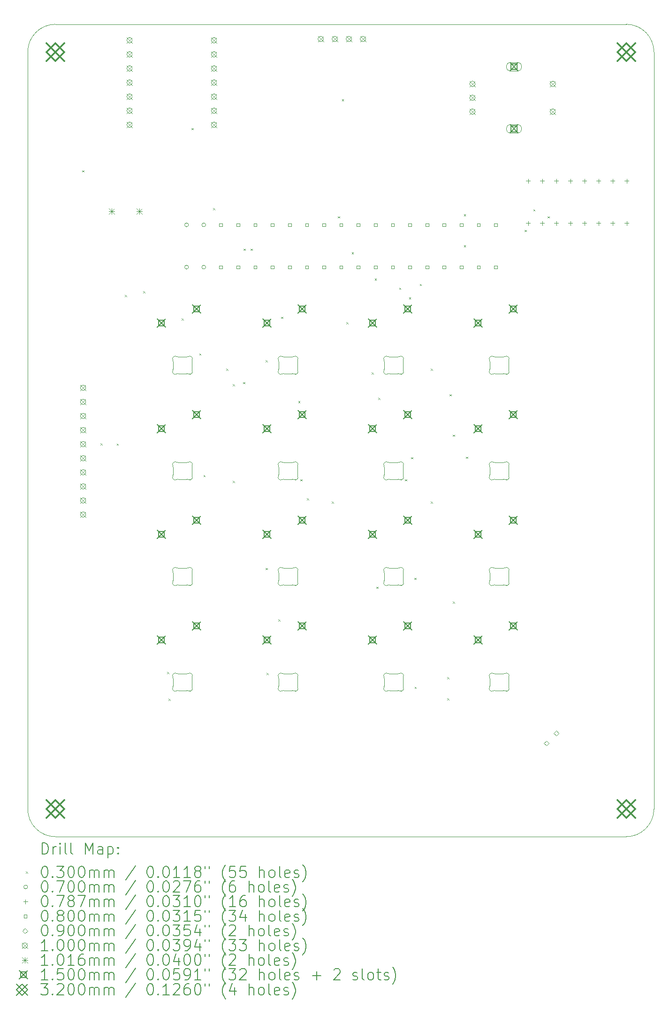
<source format=gbr>
%TF.GenerationSoftware,KiCad,Pcbnew,8.0.6-8.0.6-0~ubuntu22.04.1*%
%TF.CreationDate,2024-10-20T22:38:48+08:00*%
%TF.ProjectId,MacroPad,4d616372-6f50-4616-942e-6b696361645f,rev?*%
%TF.SameCoordinates,Original*%
%TF.FileFunction,Drillmap*%
%TF.FilePolarity,Positive*%
%FSLAX45Y45*%
G04 Gerber Fmt 4.5, Leading zero omitted, Abs format (unit mm)*
G04 Created by KiCad (PCBNEW 8.0.6-8.0.6-0~ubuntu22.04.1) date 2024-10-20 22:38:48*
%MOMM*%
%LPD*%
G01*
G04 APERTURE LIST*
%ADD10C,0.050000*%
%ADD11C,0.100000*%
%ADD12C,0.200000*%
%ADD13C,0.101600*%
%ADD14C,0.150000*%
%ADD15C,0.320000*%
G04 APERTURE END LIST*
D10*
X3882250Y-16890750D02*
X3882250Y-3240750D01*
X14682250Y-2740750D02*
G75*
G02*
X15182250Y-3240750I0J-500000D01*
G01*
X3882250Y-3240750D02*
G75*
G02*
X4382250Y-2740750I500000J0D01*
G01*
X4382250Y-17390750D02*
G75*
G02*
X3882250Y-16890750I0J500000D01*
G01*
X15182250Y-16890750D02*
G75*
G02*
X14682250Y-17390750I-500000J0D01*
G01*
X14682250Y-17390750D02*
X4382250Y-17390750D01*
X4382250Y-2740750D02*
X14682250Y-2740750D01*
X15182250Y-3240750D02*
X15182250Y-16890750D01*
D11*
X12219750Y-8959534D02*
X12219750Y-8818966D01*
X12310305Y-8739250D02*
X12469195Y-8739250D01*
X12469195Y-9039250D02*
X12310305Y-9039250D01*
X12559750Y-8818966D02*
X12559750Y-8959534D01*
X12214802Y-8797278D02*
G75*
G02*
X12219750Y-8818966I-45051J-21688D01*
G01*
X12214802Y-8797278D02*
G75*
G02*
X12285079Y-8732420I45052J21688D01*
G01*
X12219750Y-8959534D02*
G75*
G02*
X12214802Y-8981222I-49999J0D01*
G01*
X12285079Y-9046080D02*
G75*
G02*
X12214802Y-8981222I-25226J43170D01*
G01*
X12285079Y-9046080D02*
G75*
G02*
X12310305Y-9039250I25226J-43171D01*
G01*
X12310305Y-8739250D02*
G75*
G02*
X12285079Y-8732420I0J50001D01*
G01*
X12469195Y-9039250D02*
G75*
G02*
X12494421Y-9046080I0J-50001D01*
G01*
X12494421Y-8732420D02*
G75*
G02*
X12469195Y-8739250I-25226J43171D01*
G01*
X12494421Y-8732420D02*
G75*
G02*
X12564698Y-8797278I25226J-43170D01*
G01*
X12559750Y-8818966D02*
G75*
G02*
X12564698Y-8797278I49994J2D01*
G01*
X12564698Y-8981222D02*
G75*
G02*
X12494421Y-9046080I-45051J-21688D01*
G01*
X12564698Y-8981222D02*
G75*
G02*
X12559751Y-8959534I44992J21672D01*
G01*
X8409750Y-10864534D02*
X8409750Y-10723966D01*
X8500305Y-10644250D02*
X8659195Y-10644250D01*
X8659195Y-10944250D02*
X8500305Y-10944250D01*
X8749750Y-10723966D02*
X8749750Y-10864534D01*
X8404802Y-10702278D02*
G75*
G02*
X8409750Y-10723966I-45051J-21688D01*
G01*
X8404802Y-10702278D02*
G75*
G02*
X8475079Y-10637420I45052J21688D01*
G01*
X8409750Y-10864534D02*
G75*
G02*
X8404802Y-10886222I-49999J0D01*
G01*
X8475079Y-10951080D02*
G75*
G02*
X8404802Y-10886222I-25226J43170D01*
G01*
X8475079Y-10951080D02*
G75*
G02*
X8500305Y-10944250I25226J-43171D01*
G01*
X8500305Y-10644250D02*
G75*
G02*
X8475079Y-10637420I0J50001D01*
G01*
X8659195Y-10944250D02*
G75*
G02*
X8684421Y-10951080I0J-50001D01*
G01*
X8684421Y-10637420D02*
G75*
G02*
X8659195Y-10644250I-25226J43171D01*
G01*
X8684421Y-10637420D02*
G75*
G02*
X8754698Y-10702278I25226J-43170D01*
G01*
X8749750Y-10723966D02*
G75*
G02*
X8754698Y-10702278I49994J2D01*
G01*
X8754698Y-10886222D02*
G75*
G02*
X8684421Y-10951080I-45051J-21688D01*
G01*
X8754698Y-10886222D02*
G75*
G02*
X8749751Y-10864534I44992J21672D01*
G01*
X12219750Y-10864534D02*
X12219750Y-10723966D01*
X12310305Y-10644250D02*
X12469195Y-10644250D01*
X12469195Y-10944250D02*
X12310305Y-10944250D01*
X12559750Y-10723966D02*
X12559750Y-10864534D01*
X12214802Y-10702278D02*
G75*
G02*
X12219750Y-10723966I-45051J-21688D01*
G01*
X12214802Y-10702278D02*
G75*
G02*
X12285079Y-10637420I45052J21688D01*
G01*
X12219750Y-10864534D02*
G75*
G02*
X12214802Y-10886222I-49999J0D01*
G01*
X12285079Y-10951080D02*
G75*
G02*
X12214802Y-10886222I-25226J43170D01*
G01*
X12285079Y-10951080D02*
G75*
G02*
X12310305Y-10944250I25226J-43171D01*
G01*
X12310305Y-10644250D02*
G75*
G02*
X12285079Y-10637420I0J50001D01*
G01*
X12469195Y-10944250D02*
G75*
G02*
X12494421Y-10951080I0J-50001D01*
G01*
X12494421Y-10637420D02*
G75*
G02*
X12469195Y-10644250I-25226J43171D01*
G01*
X12494421Y-10637420D02*
G75*
G02*
X12564698Y-10702278I25226J-43170D01*
G01*
X12559750Y-10723966D02*
G75*
G02*
X12564698Y-10702278I49994J2D01*
G01*
X12564698Y-10886222D02*
G75*
G02*
X12494421Y-10951080I-45051J-21688D01*
G01*
X12564698Y-10886222D02*
G75*
G02*
X12559751Y-10864534I44992J21672D01*
G01*
X10314750Y-10864534D02*
X10314750Y-10723966D01*
X10405305Y-10644250D02*
X10564195Y-10644250D01*
X10564195Y-10944250D02*
X10405305Y-10944250D01*
X10654750Y-10723966D02*
X10654750Y-10864534D01*
X10309802Y-10702278D02*
G75*
G02*
X10314750Y-10723966I-45051J-21688D01*
G01*
X10309802Y-10702278D02*
G75*
G02*
X10380079Y-10637420I45052J21688D01*
G01*
X10314750Y-10864534D02*
G75*
G02*
X10309802Y-10886222I-49999J0D01*
G01*
X10380079Y-10951080D02*
G75*
G02*
X10309802Y-10886222I-25226J43170D01*
G01*
X10380079Y-10951080D02*
G75*
G02*
X10405305Y-10944250I25226J-43171D01*
G01*
X10405305Y-10644250D02*
G75*
G02*
X10380079Y-10637420I0J50001D01*
G01*
X10564195Y-10944250D02*
G75*
G02*
X10589421Y-10951080I0J-50001D01*
G01*
X10589421Y-10637420D02*
G75*
G02*
X10564195Y-10644250I-25226J43171D01*
G01*
X10589421Y-10637420D02*
G75*
G02*
X10659698Y-10702278I25226J-43170D01*
G01*
X10654750Y-10723966D02*
G75*
G02*
X10659698Y-10702278I49994J2D01*
G01*
X10659698Y-10886222D02*
G75*
G02*
X10589421Y-10951080I-45051J-21688D01*
G01*
X10659698Y-10886222D02*
G75*
G02*
X10654751Y-10864534I44992J21672D01*
G01*
X10314750Y-14674534D02*
X10314750Y-14533966D01*
X10405305Y-14454250D02*
X10564195Y-14454250D01*
X10564195Y-14754250D02*
X10405305Y-14754250D01*
X10654750Y-14533966D02*
X10654750Y-14674534D01*
X10309802Y-14512278D02*
G75*
G02*
X10314750Y-14533966I-45051J-21688D01*
G01*
X10309802Y-14512278D02*
G75*
G02*
X10380079Y-14447420I45052J21688D01*
G01*
X10314750Y-14674534D02*
G75*
G02*
X10309802Y-14696222I-49999J0D01*
G01*
X10380079Y-14761080D02*
G75*
G02*
X10309802Y-14696222I-25226J43170D01*
G01*
X10380079Y-14761080D02*
G75*
G02*
X10405305Y-14754250I25226J-43171D01*
G01*
X10405305Y-14454250D02*
G75*
G02*
X10380079Y-14447420I0J50001D01*
G01*
X10564195Y-14754250D02*
G75*
G02*
X10589421Y-14761080I0J-50001D01*
G01*
X10589421Y-14447420D02*
G75*
G02*
X10564195Y-14454250I-25226J43171D01*
G01*
X10589421Y-14447420D02*
G75*
G02*
X10659698Y-14512278I25226J-43170D01*
G01*
X10654750Y-14533966D02*
G75*
G02*
X10659698Y-14512278I49994J2D01*
G01*
X10659698Y-14696222D02*
G75*
G02*
X10589421Y-14761080I-45051J-21688D01*
G01*
X10659698Y-14696222D02*
G75*
G02*
X10654751Y-14674534I44992J21672D01*
G01*
X6504750Y-10864534D02*
X6504750Y-10723966D01*
X6595305Y-10644250D02*
X6754195Y-10644250D01*
X6754195Y-10944250D02*
X6595305Y-10944250D01*
X6844750Y-10723966D02*
X6844750Y-10864534D01*
X6499802Y-10702278D02*
G75*
G02*
X6504750Y-10723966I-45051J-21688D01*
G01*
X6499802Y-10702278D02*
G75*
G02*
X6570079Y-10637420I45052J21688D01*
G01*
X6504750Y-10864534D02*
G75*
G02*
X6499802Y-10886222I-49999J0D01*
G01*
X6570079Y-10951080D02*
G75*
G02*
X6499802Y-10886222I-25226J43170D01*
G01*
X6570079Y-10951080D02*
G75*
G02*
X6595305Y-10944250I25226J-43171D01*
G01*
X6595305Y-10644250D02*
G75*
G02*
X6570079Y-10637420I0J50001D01*
G01*
X6754195Y-10944250D02*
G75*
G02*
X6779421Y-10951080I0J-50001D01*
G01*
X6779421Y-10637420D02*
G75*
G02*
X6754195Y-10644250I-25226J43171D01*
G01*
X6779421Y-10637420D02*
G75*
G02*
X6849698Y-10702278I25226J-43170D01*
G01*
X6844750Y-10723966D02*
G75*
G02*
X6849698Y-10702278I49994J2D01*
G01*
X6849698Y-10886222D02*
G75*
G02*
X6779421Y-10951080I-45051J-21688D01*
G01*
X6849698Y-10886222D02*
G75*
G02*
X6844751Y-10864534I44992J21672D01*
G01*
X6504750Y-12769534D02*
X6504750Y-12628966D01*
X6595305Y-12549250D02*
X6754195Y-12549250D01*
X6754195Y-12849250D02*
X6595305Y-12849250D01*
X6844750Y-12628966D02*
X6844750Y-12769534D01*
X6499802Y-12607278D02*
G75*
G02*
X6504750Y-12628966I-45051J-21688D01*
G01*
X6499802Y-12607278D02*
G75*
G02*
X6570079Y-12542420I45052J21688D01*
G01*
X6504750Y-12769534D02*
G75*
G02*
X6499802Y-12791222I-49999J0D01*
G01*
X6570079Y-12856080D02*
G75*
G02*
X6499802Y-12791222I-25226J43170D01*
G01*
X6570079Y-12856080D02*
G75*
G02*
X6595305Y-12849250I25226J-43171D01*
G01*
X6595305Y-12549250D02*
G75*
G02*
X6570079Y-12542420I0J50001D01*
G01*
X6754195Y-12849250D02*
G75*
G02*
X6779421Y-12856080I0J-50001D01*
G01*
X6779421Y-12542420D02*
G75*
G02*
X6754195Y-12549250I-25226J43171D01*
G01*
X6779421Y-12542420D02*
G75*
G02*
X6849698Y-12607278I25226J-43170D01*
G01*
X6844750Y-12628966D02*
G75*
G02*
X6849698Y-12607278I49994J2D01*
G01*
X6849698Y-12791222D02*
G75*
G02*
X6779421Y-12856080I-45051J-21688D01*
G01*
X6849698Y-12791222D02*
G75*
G02*
X6844751Y-12769534I44992J21672D01*
G01*
X12219750Y-12769534D02*
X12219750Y-12628966D01*
X12310305Y-12549250D02*
X12469195Y-12549250D01*
X12469195Y-12849250D02*
X12310305Y-12849250D01*
X12559750Y-12628966D02*
X12559750Y-12769534D01*
X12214802Y-12607278D02*
G75*
G02*
X12219750Y-12628966I-45051J-21688D01*
G01*
X12214802Y-12607278D02*
G75*
G02*
X12285079Y-12542420I45052J21688D01*
G01*
X12219750Y-12769534D02*
G75*
G02*
X12214802Y-12791222I-49999J0D01*
G01*
X12285079Y-12856080D02*
G75*
G02*
X12214802Y-12791222I-25226J43170D01*
G01*
X12285079Y-12856080D02*
G75*
G02*
X12310305Y-12849250I25226J-43171D01*
G01*
X12310305Y-12549250D02*
G75*
G02*
X12285079Y-12542420I0J50001D01*
G01*
X12469195Y-12849250D02*
G75*
G02*
X12494421Y-12856080I0J-50001D01*
G01*
X12494421Y-12542420D02*
G75*
G02*
X12469195Y-12549250I-25226J43171D01*
G01*
X12494421Y-12542420D02*
G75*
G02*
X12564698Y-12607278I25226J-43170D01*
G01*
X12559750Y-12628966D02*
G75*
G02*
X12564698Y-12607278I49994J2D01*
G01*
X12564698Y-12791222D02*
G75*
G02*
X12494421Y-12856080I-45051J-21688D01*
G01*
X12564698Y-12791222D02*
G75*
G02*
X12559751Y-12769534I44992J21672D01*
G01*
X8409750Y-14674534D02*
X8409750Y-14533966D01*
X8500305Y-14454250D02*
X8659195Y-14454250D01*
X8659195Y-14754250D02*
X8500305Y-14754250D01*
X8749750Y-14533966D02*
X8749750Y-14674534D01*
X8404802Y-14512278D02*
G75*
G02*
X8409750Y-14533966I-45051J-21688D01*
G01*
X8404802Y-14512278D02*
G75*
G02*
X8475079Y-14447420I45052J21688D01*
G01*
X8409750Y-14674534D02*
G75*
G02*
X8404802Y-14696222I-49999J0D01*
G01*
X8475079Y-14761080D02*
G75*
G02*
X8404802Y-14696222I-25226J43170D01*
G01*
X8475079Y-14761080D02*
G75*
G02*
X8500305Y-14754250I25226J-43171D01*
G01*
X8500305Y-14454250D02*
G75*
G02*
X8475079Y-14447420I0J50001D01*
G01*
X8659195Y-14754250D02*
G75*
G02*
X8684421Y-14761080I0J-50001D01*
G01*
X8684421Y-14447420D02*
G75*
G02*
X8659195Y-14454250I-25226J43171D01*
G01*
X8684421Y-14447420D02*
G75*
G02*
X8754698Y-14512278I25226J-43170D01*
G01*
X8749750Y-14533966D02*
G75*
G02*
X8754698Y-14512278I49994J2D01*
G01*
X8754698Y-14696222D02*
G75*
G02*
X8684421Y-14761080I-45051J-21688D01*
G01*
X8754698Y-14696222D02*
G75*
G02*
X8749751Y-14674534I44992J21672D01*
G01*
X12219750Y-14674534D02*
X12219750Y-14533966D01*
X12310305Y-14454250D02*
X12469195Y-14454250D01*
X12469195Y-14754250D02*
X12310305Y-14754250D01*
X12559750Y-14533966D02*
X12559750Y-14674534D01*
X12214802Y-14512278D02*
G75*
G02*
X12219750Y-14533966I-45051J-21688D01*
G01*
X12214802Y-14512278D02*
G75*
G02*
X12285079Y-14447420I45052J21688D01*
G01*
X12219750Y-14674534D02*
G75*
G02*
X12214802Y-14696222I-49999J0D01*
G01*
X12285079Y-14761080D02*
G75*
G02*
X12214802Y-14696222I-25226J43170D01*
G01*
X12285079Y-14761080D02*
G75*
G02*
X12310305Y-14754250I25226J-43171D01*
G01*
X12310305Y-14454250D02*
G75*
G02*
X12285079Y-14447420I0J50001D01*
G01*
X12469195Y-14754250D02*
G75*
G02*
X12494421Y-14761080I0J-50001D01*
G01*
X12494421Y-14447420D02*
G75*
G02*
X12469195Y-14454250I-25226J43171D01*
G01*
X12494421Y-14447420D02*
G75*
G02*
X12564698Y-14512278I25226J-43170D01*
G01*
X12559750Y-14533966D02*
G75*
G02*
X12564698Y-14512278I49994J2D01*
G01*
X12564698Y-14696222D02*
G75*
G02*
X12494421Y-14761080I-45051J-21688D01*
G01*
X12564698Y-14696222D02*
G75*
G02*
X12559751Y-14674534I44992J21672D01*
G01*
X8409750Y-12769534D02*
X8409750Y-12628966D01*
X8500305Y-12549250D02*
X8659195Y-12549250D01*
X8659195Y-12849250D02*
X8500305Y-12849250D01*
X8749750Y-12628966D02*
X8749750Y-12769534D01*
X8404802Y-12607278D02*
G75*
G02*
X8409750Y-12628966I-45051J-21688D01*
G01*
X8404802Y-12607278D02*
G75*
G02*
X8475079Y-12542420I45052J21688D01*
G01*
X8409750Y-12769534D02*
G75*
G02*
X8404802Y-12791222I-49999J0D01*
G01*
X8475079Y-12856080D02*
G75*
G02*
X8404802Y-12791222I-25226J43170D01*
G01*
X8475079Y-12856080D02*
G75*
G02*
X8500305Y-12849250I25226J-43171D01*
G01*
X8500305Y-12549250D02*
G75*
G02*
X8475079Y-12542420I0J50001D01*
G01*
X8659195Y-12849250D02*
G75*
G02*
X8684421Y-12856080I0J-50001D01*
G01*
X8684421Y-12542420D02*
G75*
G02*
X8659195Y-12549250I-25226J43171D01*
G01*
X8684421Y-12542420D02*
G75*
G02*
X8754698Y-12607278I25226J-43170D01*
G01*
X8749750Y-12628966D02*
G75*
G02*
X8754698Y-12607278I49994J2D01*
G01*
X8754698Y-12791222D02*
G75*
G02*
X8684421Y-12856080I-45051J-21688D01*
G01*
X8754698Y-12791222D02*
G75*
G02*
X8749751Y-12769534I44992J21672D01*
G01*
X10314750Y-8959534D02*
X10314750Y-8818966D01*
X10405305Y-8739250D02*
X10564195Y-8739250D01*
X10564195Y-9039250D02*
X10405305Y-9039250D01*
X10654750Y-8818966D02*
X10654750Y-8959534D01*
X10309802Y-8797278D02*
G75*
G02*
X10314750Y-8818966I-45051J-21688D01*
G01*
X10309802Y-8797278D02*
G75*
G02*
X10380079Y-8732420I45052J21688D01*
G01*
X10314750Y-8959534D02*
G75*
G02*
X10309802Y-8981222I-49999J0D01*
G01*
X10380079Y-9046080D02*
G75*
G02*
X10309802Y-8981222I-25226J43170D01*
G01*
X10380079Y-9046080D02*
G75*
G02*
X10405305Y-9039250I25226J-43171D01*
G01*
X10405305Y-8739250D02*
G75*
G02*
X10380079Y-8732420I0J50001D01*
G01*
X10564195Y-9039250D02*
G75*
G02*
X10589421Y-9046080I0J-50001D01*
G01*
X10589421Y-8732420D02*
G75*
G02*
X10564195Y-8739250I-25226J43171D01*
G01*
X10589421Y-8732420D02*
G75*
G02*
X10659698Y-8797278I25226J-43170D01*
G01*
X10654750Y-8818966D02*
G75*
G02*
X10659698Y-8797278I49994J2D01*
G01*
X10659698Y-8981222D02*
G75*
G02*
X10589421Y-9046080I-45051J-21688D01*
G01*
X10659698Y-8981222D02*
G75*
G02*
X10654751Y-8959534I44992J21672D01*
G01*
X8409750Y-8959534D02*
X8409750Y-8818966D01*
X8500305Y-8739250D02*
X8659195Y-8739250D01*
X8659195Y-9039250D02*
X8500305Y-9039250D01*
X8749750Y-8818966D02*
X8749750Y-8959534D01*
X8404802Y-8797278D02*
G75*
G02*
X8409750Y-8818966I-45051J-21688D01*
G01*
X8404802Y-8797278D02*
G75*
G02*
X8475079Y-8732420I45052J21688D01*
G01*
X8409750Y-8959534D02*
G75*
G02*
X8404802Y-8981222I-49999J0D01*
G01*
X8475079Y-9046080D02*
G75*
G02*
X8404802Y-8981222I-25226J43170D01*
G01*
X8475079Y-9046080D02*
G75*
G02*
X8500305Y-9039250I25226J-43171D01*
G01*
X8500305Y-8739250D02*
G75*
G02*
X8475079Y-8732420I0J50001D01*
G01*
X8659195Y-9039250D02*
G75*
G02*
X8684421Y-9046080I0J-50001D01*
G01*
X8684421Y-8732420D02*
G75*
G02*
X8659195Y-8739250I-25226J43171D01*
G01*
X8684421Y-8732420D02*
G75*
G02*
X8754698Y-8797278I25226J-43170D01*
G01*
X8749750Y-8818966D02*
G75*
G02*
X8754698Y-8797278I49994J2D01*
G01*
X8754698Y-8981222D02*
G75*
G02*
X8684421Y-9046080I-45051J-21688D01*
G01*
X8754698Y-8981222D02*
G75*
G02*
X8749751Y-8959534I44992J21672D01*
G01*
X10314750Y-12769534D02*
X10314750Y-12628966D01*
X10405305Y-12549250D02*
X10564195Y-12549250D01*
X10564195Y-12849250D02*
X10405305Y-12849250D01*
X10654750Y-12628966D02*
X10654750Y-12769534D01*
X10309802Y-12607278D02*
G75*
G02*
X10314750Y-12628966I-45051J-21688D01*
G01*
X10309802Y-12607278D02*
G75*
G02*
X10380079Y-12542420I45052J21688D01*
G01*
X10314750Y-12769534D02*
G75*
G02*
X10309802Y-12791222I-49999J0D01*
G01*
X10380079Y-12856080D02*
G75*
G02*
X10309802Y-12791222I-25226J43170D01*
G01*
X10380079Y-12856080D02*
G75*
G02*
X10405305Y-12849250I25226J-43171D01*
G01*
X10405305Y-12549250D02*
G75*
G02*
X10380079Y-12542420I0J50001D01*
G01*
X10564195Y-12849250D02*
G75*
G02*
X10589421Y-12856080I0J-50001D01*
G01*
X10589421Y-12542420D02*
G75*
G02*
X10564195Y-12549250I-25226J43171D01*
G01*
X10589421Y-12542420D02*
G75*
G02*
X10659698Y-12607278I25226J-43170D01*
G01*
X10654750Y-12628966D02*
G75*
G02*
X10659698Y-12607278I49994J2D01*
G01*
X10659698Y-12791222D02*
G75*
G02*
X10589421Y-12856080I-45051J-21688D01*
G01*
X10659698Y-12791222D02*
G75*
G02*
X10654751Y-12769534I44992J21672D01*
G01*
X6504750Y-8959534D02*
X6504750Y-8818966D01*
X6595305Y-8739250D02*
X6754195Y-8739250D01*
X6754195Y-9039250D02*
X6595305Y-9039250D01*
X6844750Y-8818966D02*
X6844750Y-8959534D01*
X6499802Y-8797278D02*
G75*
G02*
X6504750Y-8818966I-45051J-21688D01*
G01*
X6499802Y-8797278D02*
G75*
G02*
X6570079Y-8732420I45052J21688D01*
G01*
X6504750Y-8959534D02*
G75*
G02*
X6499802Y-8981222I-49999J0D01*
G01*
X6570079Y-9046080D02*
G75*
G02*
X6499802Y-8981222I-25226J43170D01*
G01*
X6570079Y-9046080D02*
G75*
G02*
X6595305Y-9039250I25226J-43171D01*
G01*
X6595305Y-8739250D02*
G75*
G02*
X6570079Y-8732420I0J50001D01*
G01*
X6754195Y-9039250D02*
G75*
G02*
X6779421Y-9046080I0J-50001D01*
G01*
X6779421Y-8732420D02*
G75*
G02*
X6754195Y-8739250I-25226J43171D01*
G01*
X6779421Y-8732420D02*
G75*
G02*
X6849698Y-8797278I25226J-43170D01*
G01*
X6844750Y-8818966D02*
G75*
G02*
X6849698Y-8797278I49994J2D01*
G01*
X6849698Y-8981222D02*
G75*
G02*
X6779421Y-9046080I-45051J-21688D01*
G01*
X6849698Y-8981222D02*
G75*
G02*
X6844751Y-8959534I44992J21672D01*
G01*
X6504750Y-14674534D02*
X6504750Y-14533966D01*
X6595305Y-14454250D02*
X6754195Y-14454250D01*
X6754195Y-14754250D02*
X6595305Y-14754250D01*
X6844750Y-14533966D02*
X6844750Y-14674534D01*
X6499802Y-14512278D02*
G75*
G02*
X6504750Y-14533966I-45051J-21688D01*
G01*
X6499802Y-14512278D02*
G75*
G02*
X6570079Y-14447420I45052J21688D01*
G01*
X6504750Y-14674534D02*
G75*
G02*
X6499802Y-14696222I-49999J0D01*
G01*
X6570079Y-14761080D02*
G75*
G02*
X6499802Y-14696222I-25226J43170D01*
G01*
X6570079Y-14761080D02*
G75*
G02*
X6595305Y-14754250I25226J-43171D01*
G01*
X6595305Y-14454250D02*
G75*
G02*
X6570079Y-14447420I0J50001D01*
G01*
X6754195Y-14754250D02*
G75*
G02*
X6779421Y-14761080I0J-50001D01*
G01*
X6779421Y-14447420D02*
G75*
G02*
X6754195Y-14454250I-25226J43171D01*
G01*
X6779421Y-14447420D02*
G75*
G02*
X6849698Y-14512278I25226J-43170D01*
G01*
X6844750Y-14533966D02*
G75*
G02*
X6849698Y-14512278I49994J2D01*
G01*
X6849698Y-14696222D02*
G75*
G02*
X6779421Y-14761080I-45051J-21688D01*
G01*
X6849698Y-14696222D02*
G75*
G02*
X6844751Y-14674534I44992J21672D01*
G01*
D12*
D11*
X4867250Y-5374340D02*
X4897250Y-5404340D01*
X4897250Y-5374340D02*
X4867250Y-5404340D01*
X5197800Y-10296800D02*
X5227800Y-10326800D01*
X5227800Y-10296800D02*
X5197800Y-10326800D01*
X5486080Y-10302100D02*
X5516080Y-10332100D01*
X5516080Y-10302100D02*
X5486080Y-10332100D01*
X5635400Y-7622110D02*
X5665400Y-7652110D01*
X5665400Y-7622110D02*
X5635400Y-7652110D01*
X5966740Y-7551950D02*
X5996740Y-7581950D01*
X5996740Y-7551950D02*
X5966740Y-7581950D01*
X6399520Y-14422900D02*
X6429520Y-14452900D01*
X6429520Y-14422900D02*
X6399520Y-14452900D01*
X6423870Y-14904700D02*
X6453870Y-14934700D01*
X6453870Y-14904700D02*
X6423870Y-14934700D01*
X6661700Y-8043160D02*
X6691700Y-8073160D01*
X6691700Y-8043160D02*
X6661700Y-8073160D01*
X6838180Y-4611600D02*
X6868180Y-4641600D01*
X6868180Y-4611600D02*
X6838180Y-4641600D01*
X6978520Y-8676250D02*
X7008520Y-8706250D01*
X7008520Y-8676250D02*
X6978520Y-8706250D01*
X7052760Y-10868200D02*
X7082760Y-10898200D01*
X7082760Y-10868200D02*
X7052760Y-10898200D01*
X7229250Y-6055020D02*
X7259250Y-6085020D01*
X7259250Y-6055020D02*
X7229250Y-6085020D01*
X7463420Y-8949250D02*
X7493420Y-8979250D01*
X7493420Y-8949250D02*
X7463420Y-8979250D01*
X7581000Y-9232380D02*
X7611000Y-9262380D01*
X7611000Y-9232380D02*
X7581000Y-9262380D01*
X7581000Y-10975600D02*
X7611000Y-11005600D01*
X7611000Y-10975600D02*
X7581000Y-11005600D01*
X7768760Y-9190690D02*
X7798760Y-9220690D01*
X7798760Y-9190690D02*
X7768760Y-9220690D01*
X7777410Y-6786840D02*
X7807410Y-6816840D01*
X7807410Y-6786840D02*
X7777410Y-6816840D01*
X7905410Y-6789870D02*
X7935410Y-6819870D01*
X7935410Y-6789870D02*
X7905410Y-6819870D01*
X8174350Y-8799250D02*
X8204350Y-8829250D01*
X8204350Y-8799250D02*
X8174350Y-8829250D01*
X8176800Y-12545300D02*
X8206800Y-12575300D01*
X8206800Y-12545300D02*
X8176800Y-12575300D01*
X8192440Y-14439200D02*
X8222440Y-14469200D01*
X8222440Y-14439200D02*
X8192440Y-14469200D01*
X8403700Y-13471600D02*
X8433700Y-13501600D01*
X8433700Y-13471600D02*
X8403700Y-13501600D01*
X8456280Y-8016380D02*
X8486280Y-8046380D01*
X8486280Y-8016380D02*
X8456280Y-8046380D01*
X8764940Y-9536200D02*
X8794940Y-9566200D01*
X8794940Y-9536200D02*
X8764940Y-9566200D01*
X8801510Y-10946100D02*
X8831510Y-10976100D01*
X8831510Y-10946100D02*
X8801510Y-10976100D01*
X8919330Y-11289000D02*
X8949330Y-11319000D01*
X8949330Y-11289000D02*
X8919330Y-11319000D01*
X9368400Y-11349200D02*
X9398400Y-11379200D01*
X9398400Y-11349200D02*
X9368400Y-11379200D01*
X9480920Y-6201860D02*
X9510920Y-6231860D01*
X9510920Y-6201860D02*
X9480920Y-6231860D01*
X9553080Y-4090620D02*
X9583080Y-4120620D01*
X9583080Y-4090620D02*
X9553080Y-4120620D01*
X9633420Y-8112250D02*
X9663420Y-8142250D01*
X9663420Y-8112250D02*
X9633420Y-8142250D01*
X9729340Y-6852540D02*
X9759340Y-6882540D01*
X9759340Y-6852540D02*
X9729340Y-6882540D01*
X10089400Y-9016810D02*
X10119400Y-9046810D01*
X10119400Y-9016810D02*
X10089400Y-9046810D01*
X10143200Y-7323500D02*
X10173200Y-7353500D01*
X10173200Y-7323500D02*
X10143200Y-7353500D01*
X10175800Y-12885300D02*
X10205800Y-12915300D01*
X10205800Y-12885300D02*
X10175800Y-12915300D01*
X10208100Y-9475950D02*
X10238100Y-9505950D01*
X10238100Y-9475950D02*
X10208100Y-9505950D01*
X10584200Y-7490020D02*
X10614200Y-7520020D01*
X10614200Y-7490020D02*
X10584200Y-7520020D01*
X10690100Y-10946200D02*
X10720100Y-10976200D01*
X10720100Y-10946200D02*
X10690100Y-10976200D01*
X10763200Y-7664400D02*
X10793200Y-7694400D01*
X10793200Y-7664400D02*
X10763200Y-7694400D01*
X10801300Y-10546800D02*
X10831300Y-10576800D01*
X10831300Y-10546800D02*
X10801300Y-10576800D01*
X10860300Y-12724600D02*
X10890300Y-12754600D01*
X10890300Y-12724600D02*
X10860300Y-12754600D01*
X10862400Y-14687900D02*
X10892400Y-14717900D01*
X10892400Y-14687900D02*
X10862400Y-14717900D01*
X10958500Y-7421350D02*
X10988500Y-7451350D01*
X10988500Y-7421350D02*
X10958500Y-7451350D01*
X11155800Y-8949250D02*
X11185800Y-8979250D01*
X11185800Y-8949250D02*
X11155800Y-8979250D01*
X11155800Y-11349200D02*
X11185800Y-11379200D01*
X11185800Y-11349200D02*
X11155800Y-11379200D01*
X11453700Y-14514200D02*
X11483700Y-14544200D01*
X11483700Y-14514200D02*
X11453700Y-14544200D01*
X11453700Y-14894000D02*
X11483700Y-14924000D01*
X11483700Y-14894000D02*
X11453700Y-14924000D01*
X11493400Y-9413730D02*
X11523400Y-9443730D01*
X11523400Y-9413730D02*
X11493400Y-9443730D01*
X11553400Y-10140400D02*
X11583400Y-10170400D01*
X11583400Y-10140400D02*
X11553400Y-10170400D01*
X11553400Y-13151200D02*
X11583400Y-13181200D01*
X11583400Y-13151200D02*
X11553400Y-13181200D01*
X11751600Y-6166760D02*
X11781600Y-6196760D01*
X11781600Y-6166760D02*
X11751600Y-6196760D01*
X11751600Y-6725380D02*
X11781600Y-6755380D01*
X11781600Y-6725380D02*
X11751600Y-6755380D01*
X11791700Y-10536800D02*
X11821700Y-10566800D01*
X11821700Y-10536800D02*
X11791700Y-10566800D01*
X12849500Y-6447830D02*
X12879500Y-6477830D01*
X12879500Y-6447830D02*
X12849500Y-6477830D01*
X13007400Y-6078260D02*
X13037400Y-6108260D01*
X13037400Y-6078260D02*
X13007400Y-6108260D01*
X13264000Y-6203700D02*
X13294000Y-6233700D01*
X13294000Y-6203700D02*
X13264000Y-6233700D01*
X6783250Y-6357750D02*
G75*
G02*
X6713250Y-6357750I-35000J0D01*
G01*
X6713250Y-6357750D02*
G75*
G02*
X6783250Y-6357750I35000J0D01*
G01*
X6783250Y-6357750D02*
G75*
G02*
X6713250Y-6357750I-35000J0D01*
G01*
X6713250Y-6357750D02*
G75*
G02*
X6783250Y-6357750I35000J0D01*
G01*
X6783250Y-7119750D02*
G75*
G02*
X6713250Y-7119750I-35000J0D01*
G01*
X6713250Y-7119750D02*
G75*
G02*
X6783250Y-7119750I35000J0D01*
G01*
X6783250Y-7119750D02*
G75*
G02*
X6713250Y-7119750I-35000J0D01*
G01*
X6713250Y-7119750D02*
G75*
G02*
X6783250Y-7119750I35000J0D01*
G01*
X7093250Y-6357750D02*
G75*
G02*
X7023250Y-6357750I-35000J0D01*
G01*
X7023250Y-6357750D02*
G75*
G02*
X7093250Y-6357750I35000J0D01*
G01*
X7093250Y-7119750D02*
G75*
G02*
X7023250Y-7119750I-35000J0D01*
G01*
X7023250Y-7119750D02*
G75*
G02*
X7093250Y-7119750I35000J0D01*
G01*
X12912250Y-5526380D02*
X12912250Y-5605120D01*
X12872880Y-5565750D02*
X12951620Y-5565750D01*
X12912250Y-6288380D02*
X12912250Y-6367120D01*
X12872880Y-6327750D02*
X12951620Y-6327750D01*
X13166250Y-5526380D02*
X13166250Y-5605120D01*
X13126880Y-5565750D02*
X13205620Y-5565750D01*
X13166250Y-6288380D02*
X13166250Y-6367120D01*
X13126880Y-6327750D02*
X13205620Y-6327750D01*
X13420250Y-5526380D02*
X13420250Y-5605120D01*
X13380880Y-5565750D02*
X13459620Y-5565750D01*
X13420250Y-6288380D02*
X13420250Y-6367120D01*
X13380880Y-6327750D02*
X13459620Y-6327750D01*
X13674250Y-5526380D02*
X13674250Y-5605120D01*
X13634880Y-5565750D02*
X13713620Y-5565750D01*
X13674250Y-6288380D02*
X13674250Y-6367120D01*
X13634880Y-6327750D02*
X13713620Y-6327750D01*
X13928250Y-5526380D02*
X13928250Y-5605120D01*
X13888880Y-5565750D02*
X13967620Y-5565750D01*
X13928250Y-6288380D02*
X13928250Y-6367120D01*
X13888880Y-6327750D02*
X13967620Y-6327750D01*
X14182250Y-5526380D02*
X14182250Y-5605120D01*
X14142880Y-5565750D02*
X14221620Y-5565750D01*
X14182250Y-6288380D02*
X14182250Y-6367120D01*
X14142880Y-6327750D02*
X14221620Y-6327750D01*
X14436250Y-5526380D02*
X14436250Y-5605120D01*
X14396880Y-5565750D02*
X14475620Y-5565750D01*
X14436250Y-6288380D02*
X14436250Y-6367120D01*
X14396880Y-6327750D02*
X14475620Y-6327750D01*
X14690250Y-5526380D02*
X14690250Y-5605120D01*
X14650880Y-5565750D02*
X14729620Y-5565750D01*
X14690250Y-6288380D02*
X14690250Y-6367120D01*
X14650880Y-6327750D02*
X14729620Y-6327750D01*
X7396534Y-6386034D02*
X7396534Y-6329465D01*
X7339965Y-6329465D01*
X7339965Y-6386034D01*
X7396534Y-6386034D01*
X7396534Y-7148034D02*
X7396534Y-7091465D01*
X7339965Y-7091465D01*
X7339965Y-7148034D01*
X7396534Y-7148034D01*
X7706534Y-6386034D02*
X7706534Y-6329465D01*
X7649965Y-6329465D01*
X7649965Y-6386034D01*
X7706534Y-6386034D01*
X7706534Y-7148034D02*
X7706534Y-7091465D01*
X7649965Y-7091465D01*
X7649965Y-7148034D01*
X7706534Y-7148034D01*
X8016534Y-6386034D02*
X8016534Y-6329465D01*
X7959965Y-6329465D01*
X7959965Y-6386034D01*
X8016534Y-6386034D01*
X8016534Y-7148034D02*
X8016534Y-7091465D01*
X7959965Y-7091465D01*
X7959965Y-7148034D01*
X8016534Y-7148034D01*
X8326534Y-6386034D02*
X8326534Y-6329465D01*
X8269965Y-6329465D01*
X8269965Y-6386034D01*
X8326534Y-6386034D01*
X8326534Y-7148034D02*
X8326534Y-7091465D01*
X8269965Y-7091465D01*
X8269965Y-7148034D01*
X8326534Y-7148034D01*
X8636535Y-6386034D02*
X8636535Y-6329465D01*
X8579966Y-6329465D01*
X8579966Y-6386034D01*
X8636535Y-6386034D01*
X8636535Y-7148034D02*
X8636535Y-7091465D01*
X8579966Y-7091465D01*
X8579966Y-7148034D01*
X8636535Y-7148034D01*
X8946535Y-6386034D02*
X8946535Y-6329465D01*
X8889966Y-6329465D01*
X8889966Y-6386034D01*
X8946535Y-6386034D01*
X8946535Y-7148034D02*
X8946535Y-7091465D01*
X8889966Y-7091465D01*
X8889966Y-7148034D01*
X8946535Y-7148034D01*
X9256535Y-6386034D02*
X9256535Y-6329465D01*
X9199966Y-6329465D01*
X9199966Y-6386034D01*
X9256535Y-6386034D01*
X9256535Y-7148034D02*
X9256535Y-7091465D01*
X9199966Y-7091465D01*
X9199966Y-7148034D01*
X9256535Y-7148034D01*
X9566535Y-6386034D02*
X9566535Y-6329465D01*
X9509966Y-6329465D01*
X9509966Y-6386034D01*
X9566535Y-6386034D01*
X9566535Y-7148034D02*
X9566535Y-7091465D01*
X9509966Y-7091465D01*
X9509966Y-7148034D01*
X9566535Y-7148034D01*
X9876535Y-6386034D02*
X9876535Y-6329465D01*
X9819966Y-6329465D01*
X9819966Y-6386034D01*
X9876535Y-6386034D01*
X9876535Y-7148034D02*
X9876535Y-7091465D01*
X9819966Y-7091465D01*
X9819966Y-7148034D01*
X9876535Y-7148034D01*
X10186535Y-6386034D02*
X10186535Y-6329465D01*
X10129966Y-6329465D01*
X10129966Y-6386034D01*
X10186535Y-6386034D01*
X10186535Y-7148034D02*
X10186535Y-7091465D01*
X10129966Y-7091465D01*
X10129966Y-7148034D01*
X10186535Y-7148034D01*
X10496535Y-6386034D02*
X10496535Y-6329465D01*
X10439966Y-6329465D01*
X10439966Y-6386034D01*
X10496535Y-6386034D01*
X10496535Y-7148034D02*
X10496535Y-7091465D01*
X10439966Y-7091465D01*
X10439966Y-7148034D01*
X10496535Y-7148034D01*
X10806535Y-6386034D02*
X10806535Y-6329465D01*
X10749966Y-6329465D01*
X10749966Y-6386034D01*
X10806535Y-6386034D01*
X10806535Y-7148034D02*
X10806535Y-7091465D01*
X10749966Y-7091465D01*
X10749966Y-7148034D01*
X10806535Y-7148034D01*
X11116535Y-6386034D02*
X11116535Y-6329465D01*
X11059966Y-6329465D01*
X11059966Y-6386034D01*
X11116535Y-6386034D01*
X11116535Y-7148034D02*
X11116535Y-7091465D01*
X11059966Y-7091465D01*
X11059966Y-7148034D01*
X11116535Y-7148034D01*
X11426534Y-6386034D02*
X11426534Y-6329465D01*
X11369965Y-6329465D01*
X11369965Y-6386034D01*
X11426534Y-6386034D01*
X11426534Y-7148034D02*
X11426534Y-7091465D01*
X11369965Y-7091465D01*
X11369965Y-7148034D01*
X11426534Y-7148034D01*
X11736534Y-6386034D02*
X11736534Y-6329465D01*
X11679965Y-6329465D01*
X11679965Y-6386034D01*
X11736534Y-6386034D01*
X11736534Y-7148034D02*
X11736534Y-7091465D01*
X11679965Y-7091465D01*
X11679965Y-7148034D01*
X11736534Y-7148034D01*
X12046534Y-6386034D02*
X12046534Y-6329465D01*
X11989965Y-6329465D01*
X11989965Y-6386034D01*
X12046534Y-6386034D01*
X12046534Y-7148034D02*
X12046534Y-7091465D01*
X11989965Y-7091465D01*
X11989965Y-7148034D01*
X12046534Y-7148034D01*
X12356534Y-6386034D02*
X12356534Y-6329465D01*
X12299965Y-6329465D01*
X12299965Y-6386034D01*
X12356534Y-6386034D01*
X12356534Y-7148034D02*
X12356534Y-7091465D01*
X12299965Y-7091465D01*
X12299965Y-7148034D01*
X12356534Y-7148034D01*
X13242090Y-15750910D02*
X13287090Y-15705910D01*
X13242090Y-15660910D01*
X13197090Y-15705910D01*
X13242090Y-15750910D01*
X13421695Y-15571305D02*
X13466695Y-15526305D01*
X13421695Y-15481305D01*
X13376695Y-15526305D01*
X13421695Y-15571305D01*
X4832250Y-9245750D02*
X4932250Y-9345750D01*
X4932250Y-9245750D02*
X4832250Y-9345750D01*
X4932250Y-9295750D02*
G75*
G02*
X4832250Y-9295750I-50000J0D01*
G01*
X4832250Y-9295750D02*
G75*
G02*
X4932250Y-9295750I50000J0D01*
G01*
X4832250Y-9499750D02*
X4932250Y-9599750D01*
X4932250Y-9499750D02*
X4832250Y-9599750D01*
X4932250Y-9549750D02*
G75*
G02*
X4832250Y-9549750I-50000J0D01*
G01*
X4832250Y-9549750D02*
G75*
G02*
X4932250Y-9549750I50000J0D01*
G01*
X4832250Y-9753750D02*
X4932250Y-9853750D01*
X4932250Y-9753750D02*
X4832250Y-9853750D01*
X4932250Y-9803750D02*
G75*
G02*
X4832250Y-9803750I-50000J0D01*
G01*
X4832250Y-9803750D02*
G75*
G02*
X4932250Y-9803750I50000J0D01*
G01*
X4832250Y-10007750D02*
X4932250Y-10107750D01*
X4932250Y-10007750D02*
X4832250Y-10107750D01*
X4932250Y-10057750D02*
G75*
G02*
X4832250Y-10057750I-50000J0D01*
G01*
X4832250Y-10057750D02*
G75*
G02*
X4932250Y-10057750I50000J0D01*
G01*
X4832250Y-10261750D02*
X4932250Y-10361750D01*
X4932250Y-10261750D02*
X4832250Y-10361750D01*
X4932250Y-10311750D02*
G75*
G02*
X4832250Y-10311750I-50000J0D01*
G01*
X4832250Y-10311750D02*
G75*
G02*
X4932250Y-10311750I50000J0D01*
G01*
X4832250Y-10515750D02*
X4932250Y-10615750D01*
X4932250Y-10515750D02*
X4832250Y-10615750D01*
X4932250Y-10565750D02*
G75*
G02*
X4832250Y-10565750I-50000J0D01*
G01*
X4832250Y-10565750D02*
G75*
G02*
X4932250Y-10565750I50000J0D01*
G01*
X4832250Y-10769750D02*
X4932250Y-10869750D01*
X4932250Y-10769750D02*
X4832250Y-10869750D01*
X4932250Y-10819750D02*
G75*
G02*
X4832250Y-10819750I-50000J0D01*
G01*
X4832250Y-10819750D02*
G75*
G02*
X4932250Y-10819750I50000J0D01*
G01*
X4832250Y-11023750D02*
X4932250Y-11123750D01*
X4932250Y-11023750D02*
X4832250Y-11123750D01*
X4932250Y-11073750D02*
G75*
G02*
X4832250Y-11073750I-50000J0D01*
G01*
X4832250Y-11073750D02*
G75*
G02*
X4932250Y-11073750I50000J0D01*
G01*
X4832250Y-11277750D02*
X4932250Y-11377750D01*
X4932250Y-11277750D02*
X4832250Y-11377750D01*
X4932250Y-11327750D02*
G75*
G02*
X4832250Y-11327750I-50000J0D01*
G01*
X4832250Y-11327750D02*
G75*
G02*
X4932250Y-11327750I50000J0D01*
G01*
X4832250Y-11531750D02*
X4932250Y-11631750D01*
X4932250Y-11531750D02*
X4832250Y-11631750D01*
X4932250Y-11581750D02*
G75*
G02*
X4832250Y-11581750I-50000J0D01*
G01*
X4832250Y-11581750D02*
G75*
G02*
X4932250Y-11581750I50000J0D01*
G01*
X5670250Y-2978750D02*
X5770250Y-3078750D01*
X5770250Y-2978750D02*
X5670250Y-3078750D01*
X5770250Y-3028750D02*
G75*
G02*
X5670250Y-3028750I-50000J0D01*
G01*
X5670250Y-3028750D02*
G75*
G02*
X5770250Y-3028750I50000J0D01*
G01*
X5670250Y-3232750D02*
X5770250Y-3332750D01*
X5770250Y-3232750D02*
X5670250Y-3332750D01*
X5770250Y-3282750D02*
G75*
G02*
X5670250Y-3282750I-50000J0D01*
G01*
X5670250Y-3282750D02*
G75*
G02*
X5770250Y-3282750I50000J0D01*
G01*
X5670250Y-3486750D02*
X5770250Y-3586750D01*
X5770250Y-3486750D02*
X5670250Y-3586750D01*
X5770250Y-3536750D02*
G75*
G02*
X5670250Y-3536750I-50000J0D01*
G01*
X5670250Y-3536750D02*
G75*
G02*
X5770250Y-3536750I50000J0D01*
G01*
X5670250Y-3740750D02*
X5770250Y-3840750D01*
X5770250Y-3740750D02*
X5670250Y-3840750D01*
X5770250Y-3790750D02*
G75*
G02*
X5670250Y-3790750I-50000J0D01*
G01*
X5670250Y-3790750D02*
G75*
G02*
X5770250Y-3790750I50000J0D01*
G01*
X5670250Y-3994750D02*
X5770250Y-4094750D01*
X5770250Y-3994750D02*
X5670250Y-4094750D01*
X5770250Y-4044750D02*
G75*
G02*
X5670250Y-4044750I-50000J0D01*
G01*
X5670250Y-4044750D02*
G75*
G02*
X5770250Y-4044750I50000J0D01*
G01*
X5670250Y-4248750D02*
X5770250Y-4348750D01*
X5770250Y-4248750D02*
X5670250Y-4348750D01*
X5770250Y-4298750D02*
G75*
G02*
X5670250Y-4298750I-50000J0D01*
G01*
X5670250Y-4298750D02*
G75*
G02*
X5770250Y-4298750I50000J0D01*
G01*
X5670250Y-4502750D02*
X5770250Y-4602750D01*
X5770250Y-4502750D02*
X5670250Y-4602750D01*
X5770250Y-4552750D02*
G75*
G02*
X5670250Y-4552750I-50000J0D01*
G01*
X5670250Y-4552750D02*
G75*
G02*
X5770250Y-4552750I50000J0D01*
G01*
X7194250Y-2978750D02*
X7294250Y-3078750D01*
X7294250Y-2978750D02*
X7194250Y-3078750D01*
X7294250Y-3028750D02*
G75*
G02*
X7194250Y-3028750I-50000J0D01*
G01*
X7194250Y-3028750D02*
G75*
G02*
X7294250Y-3028750I50000J0D01*
G01*
X7194250Y-3232750D02*
X7294250Y-3332750D01*
X7294250Y-3232750D02*
X7194250Y-3332750D01*
X7294250Y-3282750D02*
G75*
G02*
X7194250Y-3282750I-50000J0D01*
G01*
X7194250Y-3282750D02*
G75*
G02*
X7294250Y-3282750I50000J0D01*
G01*
X7194250Y-3486750D02*
X7294250Y-3586750D01*
X7294250Y-3486750D02*
X7194250Y-3586750D01*
X7294250Y-3536750D02*
G75*
G02*
X7194250Y-3536750I-50000J0D01*
G01*
X7194250Y-3536750D02*
G75*
G02*
X7294250Y-3536750I50000J0D01*
G01*
X7194250Y-3740750D02*
X7294250Y-3840750D01*
X7294250Y-3740750D02*
X7194250Y-3840750D01*
X7294250Y-3790750D02*
G75*
G02*
X7194250Y-3790750I-50000J0D01*
G01*
X7194250Y-3790750D02*
G75*
G02*
X7294250Y-3790750I50000J0D01*
G01*
X7194250Y-3994750D02*
X7294250Y-4094750D01*
X7294250Y-3994750D02*
X7194250Y-4094750D01*
X7294250Y-4044750D02*
G75*
G02*
X7194250Y-4044750I-50000J0D01*
G01*
X7194250Y-4044750D02*
G75*
G02*
X7294250Y-4044750I50000J0D01*
G01*
X7194250Y-4248750D02*
X7294250Y-4348750D01*
X7294250Y-4248750D02*
X7194250Y-4348750D01*
X7294250Y-4298750D02*
G75*
G02*
X7194250Y-4298750I-50000J0D01*
G01*
X7194250Y-4298750D02*
G75*
G02*
X7294250Y-4298750I50000J0D01*
G01*
X7194250Y-4502750D02*
X7294250Y-4602750D01*
X7294250Y-4502750D02*
X7194250Y-4602750D01*
X7294250Y-4552750D02*
G75*
G02*
X7194250Y-4552750I-50000J0D01*
G01*
X7194250Y-4552750D02*
G75*
G02*
X7294250Y-4552750I50000J0D01*
G01*
X9120250Y-2955750D02*
X9220250Y-3055750D01*
X9220250Y-2955750D02*
X9120250Y-3055750D01*
X9220250Y-3005750D02*
G75*
G02*
X9120250Y-3005750I-50000J0D01*
G01*
X9120250Y-3005750D02*
G75*
G02*
X9220250Y-3005750I50000J0D01*
G01*
X9374250Y-2955750D02*
X9474250Y-3055750D01*
X9474250Y-2955750D02*
X9374250Y-3055750D01*
X9474250Y-3005750D02*
G75*
G02*
X9374250Y-3005750I-50000J0D01*
G01*
X9374250Y-3005750D02*
G75*
G02*
X9474250Y-3005750I50000J0D01*
G01*
X9628250Y-2955750D02*
X9728250Y-3055750D01*
X9728250Y-2955750D02*
X9628250Y-3055750D01*
X9728250Y-3005750D02*
G75*
G02*
X9628250Y-3005750I-50000J0D01*
G01*
X9628250Y-3005750D02*
G75*
G02*
X9728250Y-3005750I50000J0D01*
G01*
X9882250Y-2955750D02*
X9982250Y-3055750D01*
X9982250Y-2955750D02*
X9882250Y-3055750D01*
X9982250Y-3005750D02*
G75*
G02*
X9882250Y-3005750I-50000J0D01*
G01*
X9882250Y-3005750D02*
G75*
G02*
X9982250Y-3005750I50000J0D01*
G01*
X11857250Y-3765750D02*
X11957250Y-3865750D01*
X11957250Y-3765750D02*
X11857250Y-3865750D01*
X11957250Y-3815750D02*
G75*
G02*
X11857250Y-3815750I-50000J0D01*
G01*
X11857250Y-3815750D02*
G75*
G02*
X11957250Y-3815750I50000J0D01*
G01*
X11857250Y-4015750D02*
X11957250Y-4115750D01*
X11957250Y-4015750D02*
X11857250Y-4115750D01*
X11957250Y-4065750D02*
G75*
G02*
X11857250Y-4065750I-50000J0D01*
G01*
X11857250Y-4065750D02*
G75*
G02*
X11957250Y-4065750I50000J0D01*
G01*
X11857250Y-4265750D02*
X11957250Y-4365750D01*
X11957250Y-4265750D02*
X11857250Y-4365750D01*
X11957250Y-4315750D02*
G75*
G02*
X11857250Y-4315750I-50000J0D01*
G01*
X11857250Y-4315750D02*
G75*
G02*
X11957250Y-4315750I50000J0D01*
G01*
X13307250Y-3765750D02*
X13407250Y-3865750D01*
X13407250Y-3765750D02*
X13307250Y-3865750D01*
X13407250Y-3815750D02*
G75*
G02*
X13307250Y-3815750I-50000J0D01*
G01*
X13307250Y-3815750D02*
G75*
G02*
X13407250Y-3815750I50000J0D01*
G01*
X13307250Y-4265750D02*
X13407250Y-4365750D01*
X13407250Y-4265750D02*
X13307250Y-4365750D01*
X13407250Y-4315750D02*
G75*
G02*
X13307250Y-4315750I-50000J0D01*
G01*
X13307250Y-4315750D02*
G75*
G02*
X13407250Y-4315750I50000J0D01*
G01*
D13*
X5348130Y-6064950D02*
X5449730Y-6166550D01*
X5449730Y-6064950D02*
X5348130Y-6166550D01*
X5398930Y-6064950D02*
X5398930Y-6166550D01*
X5348130Y-6115750D02*
X5449730Y-6115750D01*
X5848130Y-6064950D02*
X5949730Y-6166550D01*
X5949730Y-6064950D02*
X5848130Y-6166550D01*
X5898930Y-6064950D02*
X5898930Y-6166550D01*
X5848130Y-6115750D02*
X5949730Y-6115750D01*
D14*
X6218750Y-8052250D02*
X6368750Y-8202250D01*
X6368750Y-8052250D02*
X6218750Y-8202250D01*
X6346783Y-8180283D02*
X6346783Y-8074216D01*
X6240716Y-8074216D01*
X6240716Y-8180283D01*
X6346783Y-8180283D01*
X6218750Y-9957250D02*
X6368750Y-10107250D01*
X6368750Y-9957250D02*
X6218750Y-10107250D01*
X6346783Y-10085284D02*
X6346783Y-9979217D01*
X6240716Y-9979217D01*
X6240716Y-10085284D01*
X6346783Y-10085284D01*
X6218750Y-11862250D02*
X6368750Y-12012250D01*
X6368750Y-11862250D02*
X6218750Y-12012250D01*
X6346783Y-11990283D02*
X6346783Y-11884216D01*
X6240716Y-11884216D01*
X6240716Y-11990283D01*
X6346783Y-11990283D01*
X6218750Y-13767250D02*
X6368750Y-13917250D01*
X6368750Y-13767250D02*
X6218750Y-13917250D01*
X6346783Y-13895283D02*
X6346783Y-13789216D01*
X6240716Y-13789216D01*
X6240716Y-13895283D01*
X6346783Y-13895283D01*
X6853750Y-7798250D02*
X7003750Y-7948250D01*
X7003750Y-7798250D02*
X6853750Y-7948250D01*
X6981783Y-7926283D02*
X6981783Y-7820216D01*
X6875716Y-7820216D01*
X6875716Y-7926283D01*
X6981783Y-7926283D01*
X6853750Y-9703250D02*
X7003750Y-9853250D01*
X7003750Y-9703250D02*
X6853750Y-9853250D01*
X6981783Y-9831284D02*
X6981783Y-9725217D01*
X6875716Y-9725217D01*
X6875716Y-9831284D01*
X6981783Y-9831284D01*
X6853750Y-11608250D02*
X7003750Y-11758250D01*
X7003750Y-11608250D02*
X6853750Y-11758250D01*
X6981783Y-11736283D02*
X6981783Y-11630216D01*
X6875716Y-11630216D01*
X6875716Y-11736283D01*
X6981783Y-11736283D01*
X6853750Y-13513250D02*
X7003750Y-13663250D01*
X7003750Y-13513250D02*
X6853750Y-13663250D01*
X6981783Y-13641283D02*
X6981783Y-13535216D01*
X6875716Y-13535216D01*
X6875716Y-13641283D01*
X6981783Y-13641283D01*
X8123750Y-8052250D02*
X8273750Y-8202250D01*
X8273750Y-8052250D02*
X8123750Y-8202250D01*
X8251783Y-8180283D02*
X8251783Y-8074216D01*
X8145716Y-8074216D01*
X8145716Y-8180283D01*
X8251783Y-8180283D01*
X8123750Y-9957250D02*
X8273750Y-10107250D01*
X8273750Y-9957250D02*
X8123750Y-10107250D01*
X8251783Y-10085284D02*
X8251783Y-9979217D01*
X8145716Y-9979217D01*
X8145716Y-10085284D01*
X8251783Y-10085284D01*
X8123750Y-11862250D02*
X8273750Y-12012250D01*
X8273750Y-11862250D02*
X8123750Y-12012250D01*
X8251783Y-11990283D02*
X8251783Y-11884216D01*
X8145716Y-11884216D01*
X8145716Y-11990283D01*
X8251783Y-11990283D01*
X8123750Y-13767250D02*
X8273750Y-13917250D01*
X8273750Y-13767250D02*
X8123750Y-13917250D01*
X8251783Y-13895283D02*
X8251783Y-13789216D01*
X8145716Y-13789216D01*
X8145716Y-13895283D01*
X8251783Y-13895283D01*
X8758750Y-7798250D02*
X8908750Y-7948250D01*
X8908750Y-7798250D02*
X8758750Y-7948250D01*
X8886784Y-7926283D02*
X8886784Y-7820216D01*
X8780717Y-7820216D01*
X8780717Y-7926283D01*
X8886784Y-7926283D01*
X8758750Y-9703250D02*
X8908750Y-9853250D01*
X8908750Y-9703250D02*
X8758750Y-9853250D01*
X8886784Y-9831284D02*
X8886784Y-9725217D01*
X8780717Y-9725217D01*
X8780717Y-9831284D01*
X8886784Y-9831284D01*
X8758750Y-11608250D02*
X8908750Y-11758250D01*
X8908750Y-11608250D02*
X8758750Y-11758250D01*
X8886784Y-11736283D02*
X8886784Y-11630216D01*
X8780717Y-11630216D01*
X8780717Y-11736283D01*
X8886784Y-11736283D01*
X8758750Y-13513250D02*
X8908750Y-13663250D01*
X8908750Y-13513250D02*
X8758750Y-13663250D01*
X8886784Y-13641283D02*
X8886784Y-13535216D01*
X8780717Y-13535216D01*
X8780717Y-13641283D01*
X8886784Y-13641283D01*
X10028750Y-8052250D02*
X10178750Y-8202250D01*
X10178750Y-8052250D02*
X10028750Y-8202250D01*
X10156784Y-8180283D02*
X10156784Y-8074216D01*
X10050717Y-8074216D01*
X10050717Y-8180283D01*
X10156784Y-8180283D01*
X10028750Y-9957250D02*
X10178750Y-10107250D01*
X10178750Y-9957250D02*
X10028750Y-10107250D01*
X10156784Y-10085284D02*
X10156784Y-9979217D01*
X10050717Y-9979217D01*
X10050717Y-10085284D01*
X10156784Y-10085284D01*
X10028750Y-11862250D02*
X10178750Y-12012250D01*
X10178750Y-11862250D02*
X10028750Y-12012250D01*
X10156784Y-11990283D02*
X10156784Y-11884216D01*
X10050717Y-11884216D01*
X10050717Y-11990283D01*
X10156784Y-11990283D01*
X10028750Y-13767250D02*
X10178750Y-13917250D01*
X10178750Y-13767250D02*
X10028750Y-13917250D01*
X10156784Y-13895283D02*
X10156784Y-13789216D01*
X10050717Y-13789216D01*
X10050717Y-13895283D01*
X10156784Y-13895283D01*
X10663750Y-7798250D02*
X10813750Y-7948250D01*
X10813750Y-7798250D02*
X10663750Y-7948250D01*
X10791784Y-7926283D02*
X10791784Y-7820216D01*
X10685717Y-7820216D01*
X10685717Y-7926283D01*
X10791784Y-7926283D01*
X10663750Y-9703250D02*
X10813750Y-9853250D01*
X10813750Y-9703250D02*
X10663750Y-9853250D01*
X10791784Y-9831284D02*
X10791784Y-9725217D01*
X10685717Y-9725217D01*
X10685717Y-9831284D01*
X10791784Y-9831284D01*
X10663750Y-11608250D02*
X10813750Y-11758250D01*
X10813750Y-11608250D02*
X10663750Y-11758250D01*
X10791784Y-11736283D02*
X10791784Y-11630216D01*
X10685717Y-11630216D01*
X10685717Y-11736283D01*
X10791784Y-11736283D01*
X10663750Y-13513250D02*
X10813750Y-13663250D01*
X10813750Y-13513250D02*
X10663750Y-13663250D01*
X10791784Y-13641283D02*
X10791784Y-13535216D01*
X10685717Y-13535216D01*
X10685717Y-13641283D01*
X10791784Y-13641283D01*
X11933750Y-8052250D02*
X12083750Y-8202250D01*
X12083750Y-8052250D02*
X11933750Y-8202250D01*
X12061783Y-8180283D02*
X12061783Y-8074216D01*
X11955716Y-8074216D01*
X11955716Y-8180283D01*
X12061783Y-8180283D01*
X11933750Y-9957250D02*
X12083750Y-10107250D01*
X12083750Y-9957250D02*
X11933750Y-10107250D01*
X12061783Y-10085284D02*
X12061783Y-9979217D01*
X11955716Y-9979217D01*
X11955716Y-10085284D01*
X12061783Y-10085284D01*
X11933750Y-11862250D02*
X12083750Y-12012250D01*
X12083750Y-11862250D02*
X11933750Y-12012250D01*
X12061783Y-11990283D02*
X12061783Y-11884216D01*
X11955716Y-11884216D01*
X11955716Y-11990283D01*
X12061783Y-11990283D01*
X11933750Y-13767250D02*
X12083750Y-13917250D01*
X12083750Y-13767250D02*
X11933750Y-13917250D01*
X12061783Y-13895283D02*
X12061783Y-13789216D01*
X11955716Y-13789216D01*
X11955716Y-13895283D01*
X12061783Y-13895283D01*
X12568750Y-7798250D02*
X12718750Y-7948250D01*
X12718750Y-7798250D02*
X12568750Y-7948250D01*
X12696783Y-7926283D02*
X12696783Y-7820216D01*
X12590716Y-7820216D01*
X12590716Y-7926283D01*
X12696783Y-7926283D01*
X12568750Y-9703250D02*
X12718750Y-9853250D01*
X12718750Y-9703250D02*
X12568750Y-9853250D01*
X12696783Y-9831284D02*
X12696783Y-9725217D01*
X12590716Y-9725217D01*
X12590716Y-9831284D01*
X12696783Y-9831284D01*
X12568750Y-11608250D02*
X12718750Y-11758250D01*
X12718750Y-11608250D02*
X12568750Y-11758250D01*
X12696783Y-11736283D02*
X12696783Y-11630216D01*
X12590716Y-11630216D01*
X12590716Y-11736283D01*
X12696783Y-11736283D01*
X12568750Y-13513250D02*
X12718750Y-13663250D01*
X12718750Y-13513250D02*
X12568750Y-13663250D01*
X12696783Y-13641283D02*
X12696783Y-13535216D01*
X12590716Y-13535216D01*
X12590716Y-13641283D01*
X12696783Y-13641283D01*
X12582250Y-3430750D02*
X12732250Y-3580750D01*
X12732250Y-3430750D02*
X12582250Y-3580750D01*
X12710283Y-3558783D02*
X12710283Y-3452716D01*
X12604216Y-3452716D01*
X12604216Y-3558783D01*
X12710283Y-3558783D01*
D11*
X12592250Y-3580750D02*
X12722250Y-3580750D01*
X12722250Y-3430750D02*
G75*
G02*
X12722250Y-3580750I0J-75000D01*
G01*
X12722250Y-3430750D02*
X12592250Y-3430750D01*
X12592250Y-3430750D02*
G75*
G03*
X12592250Y-3580750I0J-75000D01*
G01*
D14*
X12582250Y-4550750D02*
X12732250Y-4700750D01*
X12732250Y-4550750D02*
X12582250Y-4700750D01*
X12710283Y-4678784D02*
X12710283Y-4572717D01*
X12604216Y-4572717D01*
X12604216Y-4678784D01*
X12710283Y-4678784D01*
D11*
X12592250Y-4700750D02*
X12722250Y-4700750D01*
X12722250Y-4550750D02*
G75*
G02*
X12722250Y-4700750I0J-75000D01*
G01*
X12722250Y-4550750D02*
X12592250Y-4550750D01*
X12592250Y-4550750D02*
G75*
G03*
X12592250Y-4700750I0J-75000D01*
G01*
D15*
X4222250Y-3080750D02*
X4542250Y-3400750D01*
X4542250Y-3080750D02*
X4222250Y-3400750D01*
X4382250Y-3400750D02*
X4542250Y-3240750D01*
X4382250Y-3080750D01*
X4222250Y-3240750D01*
X4382250Y-3400750D01*
X4222250Y-16730750D02*
X4542250Y-17050750D01*
X4542250Y-16730750D02*
X4222250Y-17050750D01*
X4382250Y-17050750D02*
X4542250Y-16890750D01*
X4382250Y-16730750D01*
X4222250Y-16890750D01*
X4382250Y-17050750D01*
X14522250Y-3080750D02*
X14842250Y-3400750D01*
X14842250Y-3080750D02*
X14522250Y-3400750D01*
X14682250Y-3400750D02*
X14842250Y-3240750D01*
X14682250Y-3080750D01*
X14522250Y-3240750D01*
X14682250Y-3400750D01*
X14522250Y-16730750D02*
X14842250Y-17050750D01*
X14842250Y-16730750D02*
X14522250Y-17050750D01*
X14682250Y-17050750D02*
X14842250Y-16890750D01*
X14682250Y-16730750D01*
X14522250Y-16890750D01*
X14682250Y-17050750D01*
D12*
X4140527Y-17704734D02*
X4140527Y-17504734D01*
X4140527Y-17504734D02*
X4188146Y-17504734D01*
X4188146Y-17504734D02*
X4216717Y-17514258D01*
X4216717Y-17514258D02*
X4235765Y-17533305D01*
X4235765Y-17533305D02*
X4245289Y-17552353D01*
X4245289Y-17552353D02*
X4254813Y-17590448D01*
X4254813Y-17590448D02*
X4254813Y-17619020D01*
X4254813Y-17619020D02*
X4245289Y-17657115D01*
X4245289Y-17657115D02*
X4235765Y-17676162D01*
X4235765Y-17676162D02*
X4216717Y-17695210D01*
X4216717Y-17695210D02*
X4188146Y-17704734D01*
X4188146Y-17704734D02*
X4140527Y-17704734D01*
X4340527Y-17704734D02*
X4340527Y-17571401D01*
X4340527Y-17609496D02*
X4350051Y-17590448D01*
X4350051Y-17590448D02*
X4359574Y-17580924D01*
X4359574Y-17580924D02*
X4378622Y-17571401D01*
X4378622Y-17571401D02*
X4397670Y-17571401D01*
X4464336Y-17704734D02*
X4464336Y-17571401D01*
X4464336Y-17504734D02*
X4454813Y-17514258D01*
X4454813Y-17514258D02*
X4464336Y-17523782D01*
X4464336Y-17523782D02*
X4473860Y-17514258D01*
X4473860Y-17514258D02*
X4464336Y-17504734D01*
X4464336Y-17504734D02*
X4464336Y-17523782D01*
X4588146Y-17704734D02*
X4569098Y-17695210D01*
X4569098Y-17695210D02*
X4559574Y-17676162D01*
X4559574Y-17676162D02*
X4559574Y-17504734D01*
X4692908Y-17704734D02*
X4673860Y-17695210D01*
X4673860Y-17695210D02*
X4664336Y-17676162D01*
X4664336Y-17676162D02*
X4664336Y-17504734D01*
X4921479Y-17704734D02*
X4921479Y-17504734D01*
X4921479Y-17504734D02*
X4988146Y-17647591D01*
X4988146Y-17647591D02*
X5054813Y-17504734D01*
X5054813Y-17504734D02*
X5054813Y-17704734D01*
X5235765Y-17704734D02*
X5235765Y-17599972D01*
X5235765Y-17599972D02*
X5226241Y-17580924D01*
X5226241Y-17580924D02*
X5207194Y-17571401D01*
X5207194Y-17571401D02*
X5169098Y-17571401D01*
X5169098Y-17571401D02*
X5150051Y-17580924D01*
X5235765Y-17695210D02*
X5216717Y-17704734D01*
X5216717Y-17704734D02*
X5169098Y-17704734D01*
X5169098Y-17704734D02*
X5150051Y-17695210D01*
X5150051Y-17695210D02*
X5140527Y-17676162D01*
X5140527Y-17676162D02*
X5140527Y-17657115D01*
X5140527Y-17657115D02*
X5150051Y-17638067D01*
X5150051Y-17638067D02*
X5169098Y-17628543D01*
X5169098Y-17628543D02*
X5216717Y-17628543D01*
X5216717Y-17628543D02*
X5235765Y-17619020D01*
X5331003Y-17571401D02*
X5331003Y-17771401D01*
X5331003Y-17580924D02*
X5350051Y-17571401D01*
X5350051Y-17571401D02*
X5388146Y-17571401D01*
X5388146Y-17571401D02*
X5407194Y-17580924D01*
X5407194Y-17580924D02*
X5416717Y-17590448D01*
X5416717Y-17590448D02*
X5426241Y-17609496D01*
X5426241Y-17609496D02*
X5426241Y-17666639D01*
X5426241Y-17666639D02*
X5416717Y-17685686D01*
X5416717Y-17685686D02*
X5407194Y-17695210D01*
X5407194Y-17695210D02*
X5388146Y-17704734D01*
X5388146Y-17704734D02*
X5350051Y-17704734D01*
X5350051Y-17704734D02*
X5331003Y-17695210D01*
X5511955Y-17685686D02*
X5521479Y-17695210D01*
X5521479Y-17695210D02*
X5511955Y-17704734D01*
X5511955Y-17704734D02*
X5502432Y-17695210D01*
X5502432Y-17695210D02*
X5511955Y-17685686D01*
X5511955Y-17685686D02*
X5511955Y-17704734D01*
X5511955Y-17580924D02*
X5521479Y-17590448D01*
X5521479Y-17590448D02*
X5511955Y-17599972D01*
X5511955Y-17599972D02*
X5502432Y-17590448D01*
X5502432Y-17590448D02*
X5511955Y-17580924D01*
X5511955Y-17580924D02*
X5511955Y-17599972D01*
D11*
X3849750Y-18018250D02*
X3879750Y-18048250D01*
X3879750Y-18018250D02*
X3849750Y-18048250D01*
D12*
X4178622Y-17924734D02*
X4197670Y-17924734D01*
X4197670Y-17924734D02*
X4216717Y-17934258D01*
X4216717Y-17934258D02*
X4226241Y-17943782D01*
X4226241Y-17943782D02*
X4235765Y-17962829D01*
X4235765Y-17962829D02*
X4245289Y-18000924D01*
X4245289Y-18000924D02*
X4245289Y-18048543D01*
X4245289Y-18048543D02*
X4235765Y-18086639D01*
X4235765Y-18086639D02*
X4226241Y-18105686D01*
X4226241Y-18105686D02*
X4216717Y-18115210D01*
X4216717Y-18115210D02*
X4197670Y-18124734D01*
X4197670Y-18124734D02*
X4178622Y-18124734D01*
X4178622Y-18124734D02*
X4159574Y-18115210D01*
X4159574Y-18115210D02*
X4150051Y-18105686D01*
X4150051Y-18105686D02*
X4140527Y-18086639D01*
X4140527Y-18086639D02*
X4131003Y-18048543D01*
X4131003Y-18048543D02*
X4131003Y-18000924D01*
X4131003Y-18000924D02*
X4140527Y-17962829D01*
X4140527Y-17962829D02*
X4150051Y-17943782D01*
X4150051Y-17943782D02*
X4159574Y-17934258D01*
X4159574Y-17934258D02*
X4178622Y-17924734D01*
X4331003Y-18105686D02*
X4340527Y-18115210D01*
X4340527Y-18115210D02*
X4331003Y-18124734D01*
X4331003Y-18124734D02*
X4321479Y-18115210D01*
X4321479Y-18115210D02*
X4331003Y-18105686D01*
X4331003Y-18105686D02*
X4331003Y-18124734D01*
X4407194Y-17924734D02*
X4531003Y-17924734D01*
X4531003Y-17924734D02*
X4464336Y-18000924D01*
X4464336Y-18000924D02*
X4492908Y-18000924D01*
X4492908Y-18000924D02*
X4511955Y-18010448D01*
X4511955Y-18010448D02*
X4521479Y-18019972D01*
X4521479Y-18019972D02*
X4531003Y-18039020D01*
X4531003Y-18039020D02*
X4531003Y-18086639D01*
X4531003Y-18086639D02*
X4521479Y-18105686D01*
X4521479Y-18105686D02*
X4511955Y-18115210D01*
X4511955Y-18115210D02*
X4492908Y-18124734D01*
X4492908Y-18124734D02*
X4435765Y-18124734D01*
X4435765Y-18124734D02*
X4416717Y-18115210D01*
X4416717Y-18115210D02*
X4407194Y-18105686D01*
X4654813Y-17924734D02*
X4673860Y-17924734D01*
X4673860Y-17924734D02*
X4692908Y-17934258D01*
X4692908Y-17934258D02*
X4702432Y-17943782D01*
X4702432Y-17943782D02*
X4711955Y-17962829D01*
X4711955Y-17962829D02*
X4721479Y-18000924D01*
X4721479Y-18000924D02*
X4721479Y-18048543D01*
X4721479Y-18048543D02*
X4711955Y-18086639D01*
X4711955Y-18086639D02*
X4702432Y-18105686D01*
X4702432Y-18105686D02*
X4692908Y-18115210D01*
X4692908Y-18115210D02*
X4673860Y-18124734D01*
X4673860Y-18124734D02*
X4654813Y-18124734D01*
X4654813Y-18124734D02*
X4635765Y-18115210D01*
X4635765Y-18115210D02*
X4626241Y-18105686D01*
X4626241Y-18105686D02*
X4616717Y-18086639D01*
X4616717Y-18086639D02*
X4607194Y-18048543D01*
X4607194Y-18048543D02*
X4607194Y-18000924D01*
X4607194Y-18000924D02*
X4616717Y-17962829D01*
X4616717Y-17962829D02*
X4626241Y-17943782D01*
X4626241Y-17943782D02*
X4635765Y-17934258D01*
X4635765Y-17934258D02*
X4654813Y-17924734D01*
X4845289Y-17924734D02*
X4864336Y-17924734D01*
X4864336Y-17924734D02*
X4883384Y-17934258D01*
X4883384Y-17934258D02*
X4892908Y-17943782D01*
X4892908Y-17943782D02*
X4902432Y-17962829D01*
X4902432Y-17962829D02*
X4911955Y-18000924D01*
X4911955Y-18000924D02*
X4911955Y-18048543D01*
X4911955Y-18048543D02*
X4902432Y-18086639D01*
X4902432Y-18086639D02*
X4892908Y-18105686D01*
X4892908Y-18105686D02*
X4883384Y-18115210D01*
X4883384Y-18115210D02*
X4864336Y-18124734D01*
X4864336Y-18124734D02*
X4845289Y-18124734D01*
X4845289Y-18124734D02*
X4826241Y-18115210D01*
X4826241Y-18115210D02*
X4816717Y-18105686D01*
X4816717Y-18105686D02*
X4807194Y-18086639D01*
X4807194Y-18086639D02*
X4797670Y-18048543D01*
X4797670Y-18048543D02*
X4797670Y-18000924D01*
X4797670Y-18000924D02*
X4807194Y-17962829D01*
X4807194Y-17962829D02*
X4816717Y-17943782D01*
X4816717Y-17943782D02*
X4826241Y-17934258D01*
X4826241Y-17934258D02*
X4845289Y-17924734D01*
X4997670Y-18124734D02*
X4997670Y-17991401D01*
X4997670Y-18010448D02*
X5007194Y-18000924D01*
X5007194Y-18000924D02*
X5026241Y-17991401D01*
X5026241Y-17991401D02*
X5054813Y-17991401D01*
X5054813Y-17991401D02*
X5073860Y-18000924D01*
X5073860Y-18000924D02*
X5083384Y-18019972D01*
X5083384Y-18019972D02*
X5083384Y-18124734D01*
X5083384Y-18019972D02*
X5092908Y-18000924D01*
X5092908Y-18000924D02*
X5111955Y-17991401D01*
X5111955Y-17991401D02*
X5140527Y-17991401D01*
X5140527Y-17991401D02*
X5159575Y-18000924D01*
X5159575Y-18000924D02*
X5169098Y-18019972D01*
X5169098Y-18019972D02*
X5169098Y-18124734D01*
X5264336Y-18124734D02*
X5264336Y-17991401D01*
X5264336Y-18010448D02*
X5273860Y-18000924D01*
X5273860Y-18000924D02*
X5292908Y-17991401D01*
X5292908Y-17991401D02*
X5321479Y-17991401D01*
X5321479Y-17991401D02*
X5340527Y-18000924D01*
X5340527Y-18000924D02*
X5350051Y-18019972D01*
X5350051Y-18019972D02*
X5350051Y-18124734D01*
X5350051Y-18019972D02*
X5359575Y-18000924D01*
X5359575Y-18000924D02*
X5378622Y-17991401D01*
X5378622Y-17991401D02*
X5407194Y-17991401D01*
X5407194Y-17991401D02*
X5426241Y-18000924D01*
X5426241Y-18000924D02*
X5435765Y-18019972D01*
X5435765Y-18019972D02*
X5435765Y-18124734D01*
X5826241Y-17915210D02*
X5654813Y-18172353D01*
X6083384Y-17924734D02*
X6102432Y-17924734D01*
X6102432Y-17924734D02*
X6121479Y-17934258D01*
X6121479Y-17934258D02*
X6131003Y-17943782D01*
X6131003Y-17943782D02*
X6140527Y-17962829D01*
X6140527Y-17962829D02*
X6150051Y-18000924D01*
X6150051Y-18000924D02*
X6150051Y-18048543D01*
X6150051Y-18048543D02*
X6140527Y-18086639D01*
X6140527Y-18086639D02*
X6131003Y-18105686D01*
X6131003Y-18105686D02*
X6121479Y-18115210D01*
X6121479Y-18115210D02*
X6102432Y-18124734D01*
X6102432Y-18124734D02*
X6083384Y-18124734D01*
X6083384Y-18124734D02*
X6064336Y-18115210D01*
X6064336Y-18115210D02*
X6054813Y-18105686D01*
X6054813Y-18105686D02*
X6045289Y-18086639D01*
X6045289Y-18086639D02*
X6035765Y-18048543D01*
X6035765Y-18048543D02*
X6035765Y-18000924D01*
X6035765Y-18000924D02*
X6045289Y-17962829D01*
X6045289Y-17962829D02*
X6054813Y-17943782D01*
X6054813Y-17943782D02*
X6064336Y-17934258D01*
X6064336Y-17934258D02*
X6083384Y-17924734D01*
X6235765Y-18105686D02*
X6245289Y-18115210D01*
X6245289Y-18115210D02*
X6235765Y-18124734D01*
X6235765Y-18124734D02*
X6226241Y-18115210D01*
X6226241Y-18115210D02*
X6235765Y-18105686D01*
X6235765Y-18105686D02*
X6235765Y-18124734D01*
X6369098Y-17924734D02*
X6388146Y-17924734D01*
X6388146Y-17924734D02*
X6407194Y-17934258D01*
X6407194Y-17934258D02*
X6416717Y-17943782D01*
X6416717Y-17943782D02*
X6426241Y-17962829D01*
X6426241Y-17962829D02*
X6435765Y-18000924D01*
X6435765Y-18000924D02*
X6435765Y-18048543D01*
X6435765Y-18048543D02*
X6426241Y-18086639D01*
X6426241Y-18086639D02*
X6416717Y-18105686D01*
X6416717Y-18105686D02*
X6407194Y-18115210D01*
X6407194Y-18115210D02*
X6388146Y-18124734D01*
X6388146Y-18124734D02*
X6369098Y-18124734D01*
X6369098Y-18124734D02*
X6350051Y-18115210D01*
X6350051Y-18115210D02*
X6340527Y-18105686D01*
X6340527Y-18105686D02*
X6331003Y-18086639D01*
X6331003Y-18086639D02*
X6321479Y-18048543D01*
X6321479Y-18048543D02*
X6321479Y-18000924D01*
X6321479Y-18000924D02*
X6331003Y-17962829D01*
X6331003Y-17962829D02*
X6340527Y-17943782D01*
X6340527Y-17943782D02*
X6350051Y-17934258D01*
X6350051Y-17934258D02*
X6369098Y-17924734D01*
X6626241Y-18124734D02*
X6511956Y-18124734D01*
X6569098Y-18124734D02*
X6569098Y-17924734D01*
X6569098Y-17924734D02*
X6550051Y-17953305D01*
X6550051Y-17953305D02*
X6531003Y-17972353D01*
X6531003Y-17972353D02*
X6511956Y-17981877D01*
X6816717Y-18124734D02*
X6702432Y-18124734D01*
X6759575Y-18124734D02*
X6759575Y-17924734D01*
X6759575Y-17924734D02*
X6740527Y-17953305D01*
X6740527Y-17953305D02*
X6721479Y-17972353D01*
X6721479Y-17972353D02*
X6702432Y-17981877D01*
X6931003Y-18010448D02*
X6911956Y-18000924D01*
X6911956Y-18000924D02*
X6902432Y-17991401D01*
X6902432Y-17991401D02*
X6892908Y-17972353D01*
X6892908Y-17972353D02*
X6892908Y-17962829D01*
X6892908Y-17962829D02*
X6902432Y-17943782D01*
X6902432Y-17943782D02*
X6911956Y-17934258D01*
X6911956Y-17934258D02*
X6931003Y-17924734D01*
X6931003Y-17924734D02*
X6969098Y-17924734D01*
X6969098Y-17924734D02*
X6988146Y-17934258D01*
X6988146Y-17934258D02*
X6997670Y-17943782D01*
X6997670Y-17943782D02*
X7007194Y-17962829D01*
X7007194Y-17962829D02*
X7007194Y-17972353D01*
X7007194Y-17972353D02*
X6997670Y-17991401D01*
X6997670Y-17991401D02*
X6988146Y-18000924D01*
X6988146Y-18000924D02*
X6969098Y-18010448D01*
X6969098Y-18010448D02*
X6931003Y-18010448D01*
X6931003Y-18010448D02*
X6911956Y-18019972D01*
X6911956Y-18019972D02*
X6902432Y-18029496D01*
X6902432Y-18029496D02*
X6892908Y-18048543D01*
X6892908Y-18048543D02*
X6892908Y-18086639D01*
X6892908Y-18086639D02*
X6902432Y-18105686D01*
X6902432Y-18105686D02*
X6911956Y-18115210D01*
X6911956Y-18115210D02*
X6931003Y-18124734D01*
X6931003Y-18124734D02*
X6969098Y-18124734D01*
X6969098Y-18124734D02*
X6988146Y-18115210D01*
X6988146Y-18115210D02*
X6997670Y-18105686D01*
X6997670Y-18105686D02*
X7007194Y-18086639D01*
X7007194Y-18086639D02*
X7007194Y-18048543D01*
X7007194Y-18048543D02*
X6997670Y-18029496D01*
X6997670Y-18029496D02*
X6988146Y-18019972D01*
X6988146Y-18019972D02*
X6969098Y-18010448D01*
X7083384Y-17924734D02*
X7083384Y-17962829D01*
X7159575Y-17924734D02*
X7159575Y-17962829D01*
X7454813Y-18200924D02*
X7445289Y-18191401D01*
X7445289Y-18191401D02*
X7426241Y-18162829D01*
X7426241Y-18162829D02*
X7416718Y-18143782D01*
X7416718Y-18143782D02*
X7407194Y-18115210D01*
X7407194Y-18115210D02*
X7397670Y-18067591D01*
X7397670Y-18067591D02*
X7397670Y-18029496D01*
X7397670Y-18029496D02*
X7407194Y-17981877D01*
X7407194Y-17981877D02*
X7416718Y-17953305D01*
X7416718Y-17953305D02*
X7426241Y-17934258D01*
X7426241Y-17934258D02*
X7445289Y-17905686D01*
X7445289Y-17905686D02*
X7454813Y-17896162D01*
X7626241Y-17924734D02*
X7531003Y-17924734D01*
X7531003Y-17924734D02*
X7521479Y-18019972D01*
X7521479Y-18019972D02*
X7531003Y-18010448D01*
X7531003Y-18010448D02*
X7550051Y-18000924D01*
X7550051Y-18000924D02*
X7597670Y-18000924D01*
X7597670Y-18000924D02*
X7616718Y-18010448D01*
X7616718Y-18010448D02*
X7626241Y-18019972D01*
X7626241Y-18019972D02*
X7635765Y-18039020D01*
X7635765Y-18039020D02*
X7635765Y-18086639D01*
X7635765Y-18086639D02*
X7626241Y-18105686D01*
X7626241Y-18105686D02*
X7616718Y-18115210D01*
X7616718Y-18115210D02*
X7597670Y-18124734D01*
X7597670Y-18124734D02*
X7550051Y-18124734D01*
X7550051Y-18124734D02*
X7531003Y-18115210D01*
X7531003Y-18115210D02*
X7521479Y-18105686D01*
X7816718Y-17924734D02*
X7721479Y-17924734D01*
X7721479Y-17924734D02*
X7711956Y-18019972D01*
X7711956Y-18019972D02*
X7721479Y-18010448D01*
X7721479Y-18010448D02*
X7740527Y-18000924D01*
X7740527Y-18000924D02*
X7788146Y-18000924D01*
X7788146Y-18000924D02*
X7807194Y-18010448D01*
X7807194Y-18010448D02*
X7816718Y-18019972D01*
X7816718Y-18019972D02*
X7826241Y-18039020D01*
X7826241Y-18039020D02*
X7826241Y-18086639D01*
X7826241Y-18086639D02*
X7816718Y-18105686D01*
X7816718Y-18105686D02*
X7807194Y-18115210D01*
X7807194Y-18115210D02*
X7788146Y-18124734D01*
X7788146Y-18124734D02*
X7740527Y-18124734D01*
X7740527Y-18124734D02*
X7721479Y-18115210D01*
X7721479Y-18115210D02*
X7711956Y-18105686D01*
X8064337Y-18124734D02*
X8064337Y-17924734D01*
X8150051Y-18124734D02*
X8150051Y-18019972D01*
X8150051Y-18019972D02*
X8140527Y-18000924D01*
X8140527Y-18000924D02*
X8121480Y-17991401D01*
X8121480Y-17991401D02*
X8092908Y-17991401D01*
X8092908Y-17991401D02*
X8073860Y-18000924D01*
X8073860Y-18000924D02*
X8064337Y-18010448D01*
X8273860Y-18124734D02*
X8254813Y-18115210D01*
X8254813Y-18115210D02*
X8245289Y-18105686D01*
X8245289Y-18105686D02*
X8235765Y-18086639D01*
X8235765Y-18086639D02*
X8235765Y-18029496D01*
X8235765Y-18029496D02*
X8245289Y-18010448D01*
X8245289Y-18010448D02*
X8254813Y-18000924D01*
X8254813Y-18000924D02*
X8273860Y-17991401D01*
X8273860Y-17991401D02*
X8302432Y-17991401D01*
X8302432Y-17991401D02*
X8321480Y-18000924D01*
X8321480Y-18000924D02*
X8331003Y-18010448D01*
X8331003Y-18010448D02*
X8340527Y-18029496D01*
X8340527Y-18029496D02*
X8340527Y-18086639D01*
X8340527Y-18086639D02*
X8331003Y-18105686D01*
X8331003Y-18105686D02*
X8321480Y-18115210D01*
X8321480Y-18115210D02*
X8302432Y-18124734D01*
X8302432Y-18124734D02*
X8273860Y-18124734D01*
X8454813Y-18124734D02*
X8435765Y-18115210D01*
X8435765Y-18115210D02*
X8426242Y-18096162D01*
X8426242Y-18096162D02*
X8426242Y-17924734D01*
X8607194Y-18115210D02*
X8588146Y-18124734D01*
X8588146Y-18124734D02*
X8550051Y-18124734D01*
X8550051Y-18124734D02*
X8531003Y-18115210D01*
X8531003Y-18115210D02*
X8521480Y-18096162D01*
X8521480Y-18096162D02*
X8521480Y-18019972D01*
X8521480Y-18019972D02*
X8531003Y-18000924D01*
X8531003Y-18000924D02*
X8550051Y-17991401D01*
X8550051Y-17991401D02*
X8588146Y-17991401D01*
X8588146Y-17991401D02*
X8607194Y-18000924D01*
X8607194Y-18000924D02*
X8616718Y-18019972D01*
X8616718Y-18019972D02*
X8616718Y-18039020D01*
X8616718Y-18039020D02*
X8521480Y-18058067D01*
X8692908Y-18115210D02*
X8711956Y-18124734D01*
X8711956Y-18124734D02*
X8750051Y-18124734D01*
X8750051Y-18124734D02*
X8769099Y-18115210D01*
X8769099Y-18115210D02*
X8778623Y-18096162D01*
X8778623Y-18096162D02*
X8778623Y-18086639D01*
X8778623Y-18086639D02*
X8769099Y-18067591D01*
X8769099Y-18067591D02*
X8750051Y-18058067D01*
X8750051Y-18058067D02*
X8721480Y-18058067D01*
X8721480Y-18058067D02*
X8702432Y-18048543D01*
X8702432Y-18048543D02*
X8692908Y-18029496D01*
X8692908Y-18029496D02*
X8692908Y-18019972D01*
X8692908Y-18019972D02*
X8702432Y-18000924D01*
X8702432Y-18000924D02*
X8721480Y-17991401D01*
X8721480Y-17991401D02*
X8750051Y-17991401D01*
X8750051Y-17991401D02*
X8769099Y-18000924D01*
X8845289Y-18200924D02*
X8854813Y-18191401D01*
X8854813Y-18191401D02*
X8873861Y-18162829D01*
X8873861Y-18162829D02*
X8883384Y-18143782D01*
X8883384Y-18143782D02*
X8892908Y-18115210D01*
X8892908Y-18115210D02*
X8902432Y-18067591D01*
X8902432Y-18067591D02*
X8902432Y-18029496D01*
X8902432Y-18029496D02*
X8892908Y-17981877D01*
X8892908Y-17981877D02*
X8883384Y-17953305D01*
X8883384Y-17953305D02*
X8873861Y-17934258D01*
X8873861Y-17934258D02*
X8854813Y-17905686D01*
X8854813Y-17905686D02*
X8845289Y-17896162D01*
D11*
X3879750Y-18297250D02*
G75*
G02*
X3809750Y-18297250I-35000J0D01*
G01*
X3809750Y-18297250D02*
G75*
G02*
X3879750Y-18297250I35000J0D01*
G01*
D12*
X4178622Y-18188734D02*
X4197670Y-18188734D01*
X4197670Y-18188734D02*
X4216717Y-18198258D01*
X4216717Y-18198258D02*
X4226241Y-18207782D01*
X4226241Y-18207782D02*
X4235765Y-18226829D01*
X4235765Y-18226829D02*
X4245289Y-18264924D01*
X4245289Y-18264924D02*
X4245289Y-18312543D01*
X4245289Y-18312543D02*
X4235765Y-18350639D01*
X4235765Y-18350639D02*
X4226241Y-18369686D01*
X4226241Y-18369686D02*
X4216717Y-18379210D01*
X4216717Y-18379210D02*
X4197670Y-18388734D01*
X4197670Y-18388734D02*
X4178622Y-18388734D01*
X4178622Y-18388734D02*
X4159574Y-18379210D01*
X4159574Y-18379210D02*
X4150051Y-18369686D01*
X4150051Y-18369686D02*
X4140527Y-18350639D01*
X4140527Y-18350639D02*
X4131003Y-18312543D01*
X4131003Y-18312543D02*
X4131003Y-18264924D01*
X4131003Y-18264924D02*
X4140527Y-18226829D01*
X4140527Y-18226829D02*
X4150051Y-18207782D01*
X4150051Y-18207782D02*
X4159574Y-18198258D01*
X4159574Y-18198258D02*
X4178622Y-18188734D01*
X4331003Y-18369686D02*
X4340527Y-18379210D01*
X4340527Y-18379210D02*
X4331003Y-18388734D01*
X4331003Y-18388734D02*
X4321479Y-18379210D01*
X4321479Y-18379210D02*
X4331003Y-18369686D01*
X4331003Y-18369686D02*
X4331003Y-18388734D01*
X4407194Y-18188734D02*
X4540527Y-18188734D01*
X4540527Y-18188734D02*
X4454813Y-18388734D01*
X4654813Y-18188734D02*
X4673860Y-18188734D01*
X4673860Y-18188734D02*
X4692908Y-18198258D01*
X4692908Y-18198258D02*
X4702432Y-18207782D01*
X4702432Y-18207782D02*
X4711955Y-18226829D01*
X4711955Y-18226829D02*
X4721479Y-18264924D01*
X4721479Y-18264924D02*
X4721479Y-18312543D01*
X4721479Y-18312543D02*
X4711955Y-18350639D01*
X4711955Y-18350639D02*
X4702432Y-18369686D01*
X4702432Y-18369686D02*
X4692908Y-18379210D01*
X4692908Y-18379210D02*
X4673860Y-18388734D01*
X4673860Y-18388734D02*
X4654813Y-18388734D01*
X4654813Y-18388734D02*
X4635765Y-18379210D01*
X4635765Y-18379210D02*
X4626241Y-18369686D01*
X4626241Y-18369686D02*
X4616717Y-18350639D01*
X4616717Y-18350639D02*
X4607194Y-18312543D01*
X4607194Y-18312543D02*
X4607194Y-18264924D01*
X4607194Y-18264924D02*
X4616717Y-18226829D01*
X4616717Y-18226829D02*
X4626241Y-18207782D01*
X4626241Y-18207782D02*
X4635765Y-18198258D01*
X4635765Y-18198258D02*
X4654813Y-18188734D01*
X4845289Y-18188734D02*
X4864336Y-18188734D01*
X4864336Y-18188734D02*
X4883384Y-18198258D01*
X4883384Y-18198258D02*
X4892908Y-18207782D01*
X4892908Y-18207782D02*
X4902432Y-18226829D01*
X4902432Y-18226829D02*
X4911955Y-18264924D01*
X4911955Y-18264924D02*
X4911955Y-18312543D01*
X4911955Y-18312543D02*
X4902432Y-18350639D01*
X4902432Y-18350639D02*
X4892908Y-18369686D01*
X4892908Y-18369686D02*
X4883384Y-18379210D01*
X4883384Y-18379210D02*
X4864336Y-18388734D01*
X4864336Y-18388734D02*
X4845289Y-18388734D01*
X4845289Y-18388734D02*
X4826241Y-18379210D01*
X4826241Y-18379210D02*
X4816717Y-18369686D01*
X4816717Y-18369686D02*
X4807194Y-18350639D01*
X4807194Y-18350639D02*
X4797670Y-18312543D01*
X4797670Y-18312543D02*
X4797670Y-18264924D01*
X4797670Y-18264924D02*
X4807194Y-18226829D01*
X4807194Y-18226829D02*
X4816717Y-18207782D01*
X4816717Y-18207782D02*
X4826241Y-18198258D01*
X4826241Y-18198258D02*
X4845289Y-18188734D01*
X4997670Y-18388734D02*
X4997670Y-18255401D01*
X4997670Y-18274448D02*
X5007194Y-18264924D01*
X5007194Y-18264924D02*
X5026241Y-18255401D01*
X5026241Y-18255401D02*
X5054813Y-18255401D01*
X5054813Y-18255401D02*
X5073860Y-18264924D01*
X5073860Y-18264924D02*
X5083384Y-18283972D01*
X5083384Y-18283972D02*
X5083384Y-18388734D01*
X5083384Y-18283972D02*
X5092908Y-18264924D01*
X5092908Y-18264924D02*
X5111955Y-18255401D01*
X5111955Y-18255401D02*
X5140527Y-18255401D01*
X5140527Y-18255401D02*
X5159575Y-18264924D01*
X5159575Y-18264924D02*
X5169098Y-18283972D01*
X5169098Y-18283972D02*
X5169098Y-18388734D01*
X5264336Y-18388734D02*
X5264336Y-18255401D01*
X5264336Y-18274448D02*
X5273860Y-18264924D01*
X5273860Y-18264924D02*
X5292908Y-18255401D01*
X5292908Y-18255401D02*
X5321479Y-18255401D01*
X5321479Y-18255401D02*
X5340527Y-18264924D01*
X5340527Y-18264924D02*
X5350051Y-18283972D01*
X5350051Y-18283972D02*
X5350051Y-18388734D01*
X5350051Y-18283972D02*
X5359575Y-18264924D01*
X5359575Y-18264924D02*
X5378622Y-18255401D01*
X5378622Y-18255401D02*
X5407194Y-18255401D01*
X5407194Y-18255401D02*
X5426241Y-18264924D01*
X5426241Y-18264924D02*
X5435765Y-18283972D01*
X5435765Y-18283972D02*
X5435765Y-18388734D01*
X5826241Y-18179210D02*
X5654813Y-18436353D01*
X6083384Y-18188734D02*
X6102432Y-18188734D01*
X6102432Y-18188734D02*
X6121479Y-18198258D01*
X6121479Y-18198258D02*
X6131003Y-18207782D01*
X6131003Y-18207782D02*
X6140527Y-18226829D01*
X6140527Y-18226829D02*
X6150051Y-18264924D01*
X6150051Y-18264924D02*
X6150051Y-18312543D01*
X6150051Y-18312543D02*
X6140527Y-18350639D01*
X6140527Y-18350639D02*
X6131003Y-18369686D01*
X6131003Y-18369686D02*
X6121479Y-18379210D01*
X6121479Y-18379210D02*
X6102432Y-18388734D01*
X6102432Y-18388734D02*
X6083384Y-18388734D01*
X6083384Y-18388734D02*
X6064336Y-18379210D01*
X6064336Y-18379210D02*
X6054813Y-18369686D01*
X6054813Y-18369686D02*
X6045289Y-18350639D01*
X6045289Y-18350639D02*
X6035765Y-18312543D01*
X6035765Y-18312543D02*
X6035765Y-18264924D01*
X6035765Y-18264924D02*
X6045289Y-18226829D01*
X6045289Y-18226829D02*
X6054813Y-18207782D01*
X6054813Y-18207782D02*
X6064336Y-18198258D01*
X6064336Y-18198258D02*
X6083384Y-18188734D01*
X6235765Y-18369686D02*
X6245289Y-18379210D01*
X6245289Y-18379210D02*
X6235765Y-18388734D01*
X6235765Y-18388734D02*
X6226241Y-18379210D01*
X6226241Y-18379210D02*
X6235765Y-18369686D01*
X6235765Y-18369686D02*
X6235765Y-18388734D01*
X6369098Y-18188734D02*
X6388146Y-18188734D01*
X6388146Y-18188734D02*
X6407194Y-18198258D01*
X6407194Y-18198258D02*
X6416717Y-18207782D01*
X6416717Y-18207782D02*
X6426241Y-18226829D01*
X6426241Y-18226829D02*
X6435765Y-18264924D01*
X6435765Y-18264924D02*
X6435765Y-18312543D01*
X6435765Y-18312543D02*
X6426241Y-18350639D01*
X6426241Y-18350639D02*
X6416717Y-18369686D01*
X6416717Y-18369686D02*
X6407194Y-18379210D01*
X6407194Y-18379210D02*
X6388146Y-18388734D01*
X6388146Y-18388734D02*
X6369098Y-18388734D01*
X6369098Y-18388734D02*
X6350051Y-18379210D01*
X6350051Y-18379210D02*
X6340527Y-18369686D01*
X6340527Y-18369686D02*
X6331003Y-18350639D01*
X6331003Y-18350639D02*
X6321479Y-18312543D01*
X6321479Y-18312543D02*
X6321479Y-18264924D01*
X6321479Y-18264924D02*
X6331003Y-18226829D01*
X6331003Y-18226829D02*
X6340527Y-18207782D01*
X6340527Y-18207782D02*
X6350051Y-18198258D01*
X6350051Y-18198258D02*
X6369098Y-18188734D01*
X6511956Y-18207782D02*
X6521479Y-18198258D01*
X6521479Y-18198258D02*
X6540527Y-18188734D01*
X6540527Y-18188734D02*
X6588146Y-18188734D01*
X6588146Y-18188734D02*
X6607194Y-18198258D01*
X6607194Y-18198258D02*
X6616717Y-18207782D01*
X6616717Y-18207782D02*
X6626241Y-18226829D01*
X6626241Y-18226829D02*
X6626241Y-18245877D01*
X6626241Y-18245877D02*
X6616717Y-18274448D01*
X6616717Y-18274448D02*
X6502432Y-18388734D01*
X6502432Y-18388734D02*
X6626241Y-18388734D01*
X6692908Y-18188734D02*
X6826241Y-18188734D01*
X6826241Y-18188734D02*
X6740527Y-18388734D01*
X6988146Y-18188734D02*
X6950051Y-18188734D01*
X6950051Y-18188734D02*
X6931003Y-18198258D01*
X6931003Y-18198258D02*
X6921479Y-18207782D01*
X6921479Y-18207782D02*
X6902432Y-18236353D01*
X6902432Y-18236353D02*
X6892908Y-18274448D01*
X6892908Y-18274448D02*
X6892908Y-18350639D01*
X6892908Y-18350639D02*
X6902432Y-18369686D01*
X6902432Y-18369686D02*
X6911956Y-18379210D01*
X6911956Y-18379210D02*
X6931003Y-18388734D01*
X6931003Y-18388734D02*
X6969098Y-18388734D01*
X6969098Y-18388734D02*
X6988146Y-18379210D01*
X6988146Y-18379210D02*
X6997670Y-18369686D01*
X6997670Y-18369686D02*
X7007194Y-18350639D01*
X7007194Y-18350639D02*
X7007194Y-18303020D01*
X7007194Y-18303020D02*
X6997670Y-18283972D01*
X6997670Y-18283972D02*
X6988146Y-18274448D01*
X6988146Y-18274448D02*
X6969098Y-18264924D01*
X6969098Y-18264924D02*
X6931003Y-18264924D01*
X6931003Y-18264924D02*
X6911956Y-18274448D01*
X6911956Y-18274448D02*
X6902432Y-18283972D01*
X6902432Y-18283972D02*
X6892908Y-18303020D01*
X7083384Y-18188734D02*
X7083384Y-18226829D01*
X7159575Y-18188734D02*
X7159575Y-18226829D01*
X7454813Y-18464924D02*
X7445289Y-18455401D01*
X7445289Y-18455401D02*
X7426241Y-18426829D01*
X7426241Y-18426829D02*
X7416718Y-18407782D01*
X7416718Y-18407782D02*
X7407194Y-18379210D01*
X7407194Y-18379210D02*
X7397670Y-18331591D01*
X7397670Y-18331591D02*
X7397670Y-18293496D01*
X7397670Y-18293496D02*
X7407194Y-18245877D01*
X7407194Y-18245877D02*
X7416718Y-18217305D01*
X7416718Y-18217305D02*
X7426241Y-18198258D01*
X7426241Y-18198258D02*
X7445289Y-18169686D01*
X7445289Y-18169686D02*
X7454813Y-18160162D01*
X7616718Y-18188734D02*
X7578622Y-18188734D01*
X7578622Y-18188734D02*
X7559575Y-18198258D01*
X7559575Y-18198258D02*
X7550051Y-18207782D01*
X7550051Y-18207782D02*
X7531003Y-18236353D01*
X7531003Y-18236353D02*
X7521479Y-18274448D01*
X7521479Y-18274448D02*
X7521479Y-18350639D01*
X7521479Y-18350639D02*
X7531003Y-18369686D01*
X7531003Y-18369686D02*
X7540527Y-18379210D01*
X7540527Y-18379210D02*
X7559575Y-18388734D01*
X7559575Y-18388734D02*
X7597670Y-18388734D01*
X7597670Y-18388734D02*
X7616718Y-18379210D01*
X7616718Y-18379210D02*
X7626241Y-18369686D01*
X7626241Y-18369686D02*
X7635765Y-18350639D01*
X7635765Y-18350639D02*
X7635765Y-18303020D01*
X7635765Y-18303020D02*
X7626241Y-18283972D01*
X7626241Y-18283972D02*
X7616718Y-18274448D01*
X7616718Y-18274448D02*
X7597670Y-18264924D01*
X7597670Y-18264924D02*
X7559575Y-18264924D01*
X7559575Y-18264924D02*
X7540527Y-18274448D01*
X7540527Y-18274448D02*
X7531003Y-18283972D01*
X7531003Y-18283972D02*
X7521479Y-18303020D01*
X7873860Y-18388734D02*
X7873860Y-18188734D01*
X7959575Y-18388734D02*
X7959575Y-18283972D01*
X7959575Y-18283972D02*
X7950051Y-18264924D01*
X7950051Y-18264924D02*
X7931003Y-18255401D01*
X7931003Y-18255401D02*
X7902432Y-18255401D01*
X7902432Y-18255401D02*
X7883384Y-18264924D01*
X7883384Y-18264924D02*
X7873860Y-18274448D01*
X8083384Y-18388734D02*
X8064337Y-18379210D01*
X8064337Y-18379210D02*
X8054813Y-18369686D01*
X8054813Y-18369686D02*
X8045289Y-18350639D01*
X8045289Y-18350639D02*
X8045289Y-18293496D01*
X8045289Y-18293496D02*
X8054813Y-18274448D01*
X8054813Y-18274448D02*
X8064337Y-18264924D01*
X8064337Y-18264924D02*
X8083384Y-18255401D01*
X8083384Y-18255401D02*
X8111956Y-18255401D01*
X8111956Y-18255401D02*
X8131003Y-18264924D01*
X8131003Y-18264924D02*
X8140527Y-18274448D01*
X8140527Y-18274448D02*
X8150051Y-18293496D01*
X8150051Y-18293496D02*
X8150051Y-18350639D01*
X8150051Y-18350639D02*
X8140527Y-18369686D01*
X8140527Y-18369686D02*
X8131003Y-18379210D01*
X8131003Y-18379210D02*
X8111956Y-18388734D01*
X8111956Y-18388734D02*
X8083384Y-18388734D01*
X8264337Y-18388734D02*
X8245289Y-18379210D01*
X8245289Y-18379210D02*
X8235765Y-18360162D01*
X8235765Y-18360162D02*
X8235765Y-18188734D01*
X8416718Y-18379210D02*
X8397670Y-18388734D01*
X8397670Y-18388734D02*
X8359575Y-18388734D01*
X8359575Y-18388734D02*
X8340527Y-18379210D01*
X8340527Y-18379210D02*
X8331003Y-18360162D01*
X8331003Y-18360162D02*
X8331003Y-18283972D01*
X8331003Y-18283972D02*
X8340527Y-18264924D01*
X8340527Y-18264924D02*
X8359575Y-18255401D01*
X8359575Y-18255401D02*
X8397670Y-18255401D01*
X8397670Y-18255401D02*
X8416718Y-18264924D01*
X8416718Y-18264924D02*
X8426242Y-18283972D01*
X8426242Y-18283972D02*
X8426242Y-18303020D01*
X8426242Y-18303020D02*
X8331003Y-18322067D01*
X8502432Y-18379210D02*
X8521480Y-18388734D01*
X8521480Y-18388734D02*
X8559575Y-18388734D01*
X8559575Y-18388734D02*
X8578623Y-18379210D01*
X8578623Y-18379210D02*
X8588146Y-18360162D01*
X8588146Y-18360162D02*
X8588146Y-18350639D01*
X8588146Y-18350639D02*
X8578623Y-18331591D01*
X8578623Y-18331591D02*
X8559575Y-18322067D01*
X8559575Y-18322067D02*
X8531003Y-18322067D01*
X8531003Y-18322067D02*
X8511956Y-18312543D01*
X8511956Y-18312543D02*
X8502432Y-18293496D01*
X8502432Y-18293496D02*
X8502432Y-18283972D01*
X8502432Y-18283972D02*
X8511956Y-18264924D01*
X8511956Y-18264924D02*
X8531003Y-18255401D01*
X8531003Y-18255401D02*
X8559575Y-18255401D01*
X8559575Y-18255401D02*
X8578623Y-18264924D01*
X8654813Y-18464924D02*
X8664337Y-18455401D01*
X8664337Y-18455401D02*
X8683384Y-18426829D01*
X8683384Y-18426829D02*
X8692908Y-18407782D01*
X8692908Y-18407782D02*
X8702432Y-18379210D01*
X8702432Y-18379210D02*
X8711956Y-18331591D01*
X8711956Y-18331591D02*
X8711956Y-18293496D01*
X8711956Y-18293496D02*
X8702432Y-18245877D01*
X8702432Y-18245877D02*
X8692908Y-18217305D01*
X8692908Y-18217305D02*
X8683384Y-18198258D01*
X8683384Y-18198258D02*
X8664337Y-18169686D01*
X8664337Y-18169686D02*
X8654813Y-18160162D01*
D11*
X3840380Y-18521880D02*
X3840380Y-18600620D01*
X3801010Y-18561250D02*
X3879750Y-18561250D01*
D12*
X4178622Y-18452734D02*
X4197670Y-18452734D01*
X4197670Y-18452734D02*
X4216717Y-18462258D01*
X4216717Y-18462258D02*
X4226241Y-18471782D01*
X4226241Y-18471782D02*
X4235765Y-18490829D01*
X4235765Y-18490829D02*
X4245289Y-18528924D01*
X4245289Y-18528924D02*
X4245289Y-18576543D01*
X4245289Y-18576543D02*
X4235765Y-18614639D01*
X4235765Y-18614639D02*
X4226241Y-18633686D01*
X4226241Y-18633686D02*
X4216717Y-18643210D01*
X4216717Y-18643210D02*
X4197670Y-18652734D01*
X4197670Y-18652734D02*
X4178622Y-18652734D01*
X4178622Y-18652734D02*
X4159574Y-18643210D01*
X4159574Y-18643210D02*
X4150051Y-18633686D01*
X4150051Y-18633686D02*
X4140527Y-18614639D01*
X4140527Y-18614639D02*
X4131003Y-18576543D01*
X4131003Y-18576543D02*
X4131003Y-18528924D01*
X4131003Y-18528924D02*
X4140527Y-18490829D01*
X4140527Y-18490829D02*
X4150051Y-18471782D01*
X4150051Y-18471782D02*
X4159574Y-18462258D01*
X4159574Y-18462258D02*
X4178622Y-18452734D01*
X4331003Y-18633686D02*
X4340527Y-18643210D01*
X4340527Y-18643210D02*
X4331003Y-18652734D01*
X4331003Y-18652734D02*
X4321479Y-18643210D01*
X4321479Y-18643210D02*
X4331003Y-18633686D01*
X4331003Y-18633686D02*
X4331003Y-18652734D01*
X4407194Y-18452734D02*
X4540527Y-18452734D01*
X4540527Y-18452734D02*
X4454813Y-18652734D01*
X4645289Y-18538448D02*
X4626241Y-18528924D01*
X4626241Y-18528924D02*
X4616717Y-18519401D01*
X4616717Y-18519401D02*
X4607194Y-18500353D01*
X4607194Y-18500353D02*
X4607194Y-18490829D01*
X4607194Y-18490829D02*
X4616717Y-18471782D01*
X4616717Y-18471782D02*
X4626241Y-18462258D01*
X4626241Y-18462258D02*
X4645289Y-18452734D01*
X4645289Y-18452734D02*
X4683384Y-18452734D01*
X4683384Y-18452734D02*
X4702432Y-18462258D01*
X4702432Y-18462258D02*
X4711955Y-18471782D01*
X4711955Y-18471782D02*
X4721479Y-18490829D01*
X4721479Y-18490829D02*
X4721479Y-18500353D01*
X4721479Y-18500353D02*
X4711955Y-18519401D01*
X4711955Y-18519401D02*
X4702432Y-18528924D01*
X4702432Y-18528924D02*
X4683384Y-18538448D01*
X4683384Y-18538448D02*
X4645289Y-18538448D01*
X4645289Y-18538448D02*
X4626241Y-18547972D01*
X4626241Y-18547972D02*
X4616717Y-18557496D01*
X4616717Y-18557496D02*
X4607194Y-18576543D01*
X4607194Y-18576543D02*
X4607194Y-18614639D01*
X4607194Y-18614639D02*
X4616717Y-18633686D01*
X4616717Y-18633686D02*
X4626241Y-18643210D01*
X4626241Y-18643210D02*
X4645289Y-18652734D01*
X4645289Y-18652734D02*
X4683384Y-18652734D01*
X4683384Y-18652734D02*
X4702432Y-18643210D01*
X4702432Y-18643210D02*
X4711955Y-18633686D01*
X4711955Y-18633686D02*
X4721479Y-18614639D01*
X4721479Y-18614639D02*
X4721479Y-18576543D01*
X4721479Y-18576543D02*
X4711955Y-18557496D01*
X4711955Y-18557496D02*
X4702432Y-18547972D01*
X4702432Y-18547972D02*
X4683384Y-18538448D01*
X4788146Y-18452734D02*
X4921479Y-18452734D01*
X4921479Y-18452734D02*
X4835765Y-18652734D01*
X4997670Y-18652734D02*
X4997670Y-18519401D01*
X4997670Y-18538448D02*
X5007194Y-18528924D01*
X5007194Y-18528924D02*
X5026241Y-18519401D01*
X5026241Y-18519401D02*
X5054813Y-18519401D01*
X5054813Y-18519401D02*
X5073860Y-18528924D01*
X5073860Y-18528924D02*
X5083384Y-18547972D01*
X5083384Y-18547972D02*
X5083384Y-18652734D01*
X5083384Y-18547972D02*
X5092908Y-18528924D01*
X5092908Y-18528924D02*
X5111955Y-18519401D01*
X5111955Y-18519401D02*
X5140527Y-18519401D01*
X5140527Y-18519401D02*
X5159575Y-18528924D01*
X5159575Y-18528924D02*
X5169098Y-18547972D01*
X5169098Y-18547972D02*
X5169098Y-18652734D01*
X5264336Y-18652734D02*
X5264336Y-18519401D01*
X5264336Y-18538448D02*
X5273860Y-18528924D01*
X5273860Y-18528924D02*
X5292908Y-18519401D01*
X5292908Y-18519401D02*
X5321479Y-18519401D01*
X5321479Y-18519401D02*
X5340527Y-18528924D01*
X5340527Y-18528924D02*
X5350051Y-18547972D01*
X5350051Y-18547972D02*
X5350051Y-18652734D01*
X5350051Y-18547972D02*
X5359575Y-18528924D01*
X5359575Y-18528924D02*
X5378622Y-18519401D01*
X5378622Y-18519401D02*
X5407194Y-18519401D01*
X5407194Y-18519401D02*
X5426241Y-18528924D01*
X5426241Y-18528924D02*
X5435765Y-18547972D01*
X5435765Y-18547972D02*
X5435765Y-18652734D01*
X5826241Y-18443210D02*
X5654813Y-18700353D01*
X6083384Y-18452734D02*
X6102432Y-18452734D01*
X6102432Y-18452734D02*
X6121479Y-18462258D01*
X6121479Y-18462258D02*
X6131003Y-18471782D01*
X6131003Y-18471782D02*
X6140527Y-18490829D01*
X6140527Y-18490829D02*
X6150051Y-18528924D01*
X6150051Y-18528924D02*
X6150051Y-18576543D01*
X6150051Y-18576543D02*
X6140527Y-18614639D01*
X6140527Y-18614639D02*
X6131003Y-18633686D01*
X6131003Y-18633686D02*
X6121479Y-18643210D01*
X6121479Y-18643210D02*
X6102432Y-18652734D01*
X6102432Y-18652734D02*
X6083384Y-18652734D01*
X6083384Y-18652734D02*
X6064336Y-18643210D01*
X6064336Y-18643210D02*
X6054813Y-18633686D01*
X6054813Y-18633686D02*
X6045289Y-18614639D01*
X6045289Y-18614639D02*
X6035765Y-18576543D01*
X6035765Y-18576543D02*
X6035765Y-18528924D01*
X6035765Y-18528924D02*
X6045289Y-18490829D01*
X6045289Y-18490829D02*
X6054813Y-18471782D01*
X6054813Y-18471782D02*
X6064336Y-18462258D01*
X6064336Y-18462258D02*
X6083384Y-18452734D01*
X6235765Y-18633686D02*
X6245289Y-18643210D01*
X6245289Y-18643210D02*
X6235765Y-18652734D01*
X6235765Y-18652734D02*
X6226241Y-18643210D01*
X6226241Y-18643210D02*
X6235765Y-18633686D01*
X6235765Y-18633686D02*
X6235765Y-18652734D01*
X6369098Y-18452734D02*
X6388146Y-18452734D01*
X6388146Y-18452734D02*
X6407194Y-18462258D01*
X6407194Y-18462258D02*
X6416717Y-18471782D01*
X6416717Y-18471782D02*
X6426241Y-18490829D01*
X6426241Y-18490829D02*
X6435765Y-18528924D01*
X6435765Y-18528924D02*
X6435765Y-18576543D01*
X6435765Y-18576543D02*
X6426241Y-18614639D01*
X6426241Y-18614639D02*
X6416717Y-18633686D01*
X6416717Y-18633686D02*
X6407194Y-18643210D01*
X6407194Y-18643210D02*
X6388146Y-18652734D01*
X6388146Y-18652734D02*
X6369098Y-18652734D01*
X6369098Y-18652734D02*
X6350051Y-18643210D01*
X6350051Y-18643210D02*
X6340527Y-18633686D01*
X6340527Y-18633686D02*
X6331003Y-18614639D01*
X6331003Y-18614639D02*
X6321479Y-18576543D01*
X6321479Y-18576543D02*
X6321479Y-18528924D01*
X6321479Y-18528924D02*
X6331003Y-18490829D01*
X6331003Y-18490829D02*
X6340527Y-18471782D01*
X6340527Y-18471782D02*
X6350051Y-18462258D01*
X6350051Y-18462258D02*
X6369098Y-18452734D01*
X6502432Y-18452734D02*
X6626241Y-18452734D01*
X6626241Y-18452734D02*
X6559575Y-18528924D01*
X6559575Y-18528924D02*
X6588146Y-18528924D01*
X6588146Y-18528924D02*
X6607194Y-18538448D01*
X6607194Y-18538448D02*
X6616717Y-18547972D01*
X6616717Y-18547972D02*
X6626241Y-18567020D01*
X6626241Y-18567020D02*
X6626241Y-18614639D01*
X6626241Y-18614639D02*
X6616717Y-18633686D01*
X6616717Y-18633686D02*
X6607194Y-18643210D01*
X6607194Y-18643210D02*
X6588146Y-18652734D01*
X6588146Y-18652734D02*
X6531003Y-18652734D01*
X6531003Y-18652734D02*
X6511956Y-18643210D01*
X6511956Y-18643210D02*
X6502432Y-18633686D01*
X6816717Y-18652734D02*
X6702432Y-18652734D01*
X6759575Y-18652734D02*
X6759575Y-18452734D01*
X6759575Y-18452734D02*
X6740527Y-18481305D01*
X6740527Y-18481305D02*
X6721479Y-18500353D01*
X6721479Y-18500353D02*
X6702432Y-18509877D01*
X6940527Y-18452734D02*
X6959575Y-18452734D01*
X6959575Y-18452734D02*
X6978622Y-18462258D01*
X6978622Y-18462258D02*
X6988146Y-18471782D01*
X6988146Y-18471782D02*
X6997670Y-18490829D01*
X6997670Y-18490829D02*
X7007194Y-18528924D01*
X7007194Y-18528924D02*
X7007194Y-18576543D01*
X7007194Y-18576543D02*
X6997670Y-18614639D01*
X6997670Y-18614639D02*
X6988146Y-18633686D01*
X6988146Y-18633686D02*
X6978622Y-18643210D01*
X6978622Y-18643210D02*
X6959575Y-18652734D01*
X6959575Y-18652734D02*
X6940527Y-18652734D01*
X6940527Y-18652734D02*
X6921479Y-18643210D01*
X6921479Y-18643210D02*
X6911956Y-18633686D01*
X6911956Y-18633686D02*
X6902432Y-18614639D01*
X6902432Y-18614639D02*
X6892908Y-18576543D01*
X6892908Y-18576543D02*
X6892908Y-18528924D01*
X6892908Y-18528924D02*
X6902432Y-18490829D01*
X6902432Y-18490829D02*
X6911956Y-18471782D01*
X6911956Y-18471782D02*
X6921479Y-18462258D01*
X6921479Y-18462258D02*
X6940527Y-18452734D01*
X7083384Y-18452734D02*
X7083384Y-18490829D01*
X7159575Y-18452734D02*
X7159575Y-18490829D01*
X7454813Y-18728924D02*
X7445289Y-18719401D01*
X7445289Y-18719401D02*
X7426241Y-18690829D01*
X7426241Y-18690829D02*
X7416718Y-18671782D01*
X7416718Y-18671782D02*
X7407194Y-18643210D01*
X7407194Y-18643210D02*
X7397670Y-18595591D01*
X7397670Y-18595591D02*
X7397670Y-18557496D01*
X7397670Y-18557496D02*
X7407194Y-18509877D01*
X7407194Y-18509877D02*
X7416718Y-18481305D01*
X7416718Y-18481305D02*
X7426241Y-18462258D01*
X7426241Y-18462258D02*
X7445289Y-18433686D01*
X7445289Y-18433686D02*
X7454813Y-18424162D01*
X7635765Y-18652734D02*
X7521479Y-18652734D01*
X7578622Y-18652734D02*
X7578622Y-18452734D01*
X7578622Y-18452734D02*
X7559575Y-18481305D01*
X7559575Y-18481305D02*
X7540527Y-18500353D01*
X7540527Y-18500353D02*
X7521479Y-18509877D01*
X7807194Y-18452734D02*
X7769098Y-18452734D01*
X7769098Y-18452734D02*
X7750051Y-18462258D01*
X7750051Y-18462258D02*
X7740527Y-18471782D01*
X7740527Y-18471782D02*
X7721479Y-18500353D01*
X7721479Y-18500353D02*
X7711956Y-18538448D01*
X7711956Y-18538448D02*
X7711956Y-18614639D01*
X7711956Y-18614639D02*
X7721479Y-18633686D01*
X7721479Y-18633686D02*
X7731003Y-18643210D01*
X7731003Y-18643210D02*
X7750051Y-18652734D01*
X7750051Y-18652734D02*
X7788146Y-18652734D01*
X7788146Y-18652734D02*
X7807194Y-18643210D01*
X7807194Y-18643210D02*
X7816718Y-18633686D01*
X7816718Y-18633686D02*
X7826241Y-18614639D01*
X7826241Y-18614639D02*
X7826241Y-18567020D01*
X7826241Y-18567020D02*
X7816718Y-18547972D01*
X7816718Y-18547972D02*
X7807194Y-18538448D01*
X7807194Y-18538448D02*
X7788146Y-18528924D01*
X7788146Y-18528924D02*
X7750051Y-18528924D01*
X7750051Y-18528924D02*
X7731003Y-18538448D01*
X7731003Y-18538448D02*
X7721479Y-18547972D01*
X7721479Y-18547972D02*
X7711956Y-18567020D01*
X8064337Y-18652734D02*
X8064337Y-18452734D01*
X8150051Y-18652734D02*
X8150051Y-18547972D01*
X8150051Y-18547972D02*
X8140527Y-18528924D01*
X8140527Y-18528924D02*
X8121480Y-18519401D01*
X8121480Y-18519401D02*
X8092908Y-18519401D01*
X8092908Y-18519401D02*
X8073860Y-18528924D01*
X8073860Y-18528924D02*
X8064337Y-18538448D01*
X8273860Y-18652734D02*
X8254813Y-18643210D01*
X8254813Y-18643210D02*
X8245289Y-18633686D01*
X8245289Y-18633686D02*
X8235765Y-18614639D01*
X8235765Y-18614639D02*
X8235765Y-18557496D01*
X8235765Y-18557496D02*
X8245289Y-18538448D01*
X8245289Y-18538448D02*
X8254813Y-18528924D01*
X8254813Y-18528924D02*
X8273860Y-18519401D01*
X8273860Y-18519401D02*
X8302432Y-18519401D01*
X8302432Y-18519401D02*
X8321480Y-18528924D01*
X8321480Y-18528924D02*
X8331003Y-18538448D01*
X8331003Y-18538448D02*
X8340527Y-18557496D01*
X8340527Y-18557496D02*
X8340527Y-18614639D01*
X8340527Y-18614639D02*
X8331003Y-18633686D01*
X8331003Y-18633686D02*
X8321480Y-18643210D01*
X8321480Y-18643210D02*
X8302432Y-18652734D01*
X8302432Y-18652734D02*
X8273860Y-18652734D01*
X8454813Y-18652734D02*
X8435765Y-18643210D01*
X8435765Y-18643210D02*
X8426242Y-18624162D01*
X8426242Y-18624162D02*
X8426242Y-18452734D01*
X8607194Y-18643210D02*
X8588146Y-18652734D01*
X8588146Y-18652734D02*
X8550051Y-18652734D01*
X8550051Y-18652734D02*
X8531003Y-18643210D01*
X8531003Y-18643210D02*
X8521480Y-18624162D01*
X8521480Y-18624162D02*
X8521480Y-18547972D01*
X8521480Y-18547972D02*
X8531003Y-18528924D01*
X8531003Y-18528924D02*
X8550051Y-18519401D01*
X8550051Y-18519401D02*
X8588146Y-18519401D01*
X8588146Y-18519401D02*
X8607194Y-18528924D01*
X8607194Y-18528924D02*
X8616718Y-18547972D01*
X8616718Y-18547972D02*
X8616718Y-18567020D01*
X8616718Y-18567020D02*
X8521480Y-18586067D01*
X8692908Y-18643210D02*
X8711956Y-18652734D01*
X8711956Y-18652734D02*
X8750051Y-18652734D01*
X8750051Y-18652734D02*
X8769099Y-18643210D01*
X8769099Y-18643210D02*
X8778623Y-18624162D01*
X8778623Y-18624162D02*
X8778623Y-18614639D01*
X8778623Y-18614639D02*
X8769099Y-18595591D01*
X8769099Y-18595591D02*
X8750051Y-18586067D01*
X8750051Y-18586067D02*
X8721480Y-18586067D01*
X8721480Y-18586067D02*
X8702432Y-18576543D01*
X8702432Y-18576543D02*
X8692908Y-18557496D01*
X8692908Y-18557496D02*
X8692908Y-18547972D01*
X8692908Y-18547972D02*
X8702432Y-18528924D01*
X8702432Y-18528924D02*
X8721480Y-18519401D01*
X8721480Y-18519401D02*
X8750051Y-18519401D01*
X8750051Y-18519401D02*
X8769099Y-18528924D01*
X8845289Y-18728924D02*
X8854813Y-18719401D01*
X8854813Y-18719401D02*
X8873861Y-18690829D01*
X8873861Y-18690829D02*
X8883384Y-18671782D01*
X8883384Y-18671782D02*
X8892908Y-18643210D01*
X8892908Y-18643210D02*
X8902432Y-18595591D01*
X8902432Y-18595591D02*
X8902432Y-18557496D01*
X8902432Y-18557496D02*
X8892908Y-18509877D01*
X8892908Y-18509877D02*
X8883384Y-18481305D01*
X8883384Y-18481305D02*
X8873861Y-18462258D01*
X8873861Y-18462258D02*
X8854813Y-18433686D01*
X8854813Y-18433686D02*
X8845289Y-18424162D01*
D11*
X3868034Y-18853535D02*
X3868034Y-18796966D01*
X3811465Y-18796966D01*
X3811465Y-18853535D01*
X3868034Y-18853535D01*
D12*
X4178622Y-18716734D02*
X4197670Y-18716734D01*
X4197670Y-18716734D02*
X4216717Y-18726258D01*
X4216717Y-18726258D02*
X4226241Y-18735782D01*
X4226241Y-18735782D02*
X4235765Y-18754829D01*
X4235765Y-18754829D02*
X4245289Y-18792924D01*
X4245289Y-18792924D02*
X4245289Y-18840543D01*
X4245289Y-18840543D02*
X4235765Y-18878639D01*
X4235765Y-18878639D02*
X4226241Y-18897686D01*
X4226241Y-18897686D02*
X4216717Y-18907210D01*
X4216717Y-18907210D02*
X4197670Y-18916734D01*
X4197670Y-18916734D02*
X4178622Y-18916734D01*
X4178622Y-18916734D02*
X4159574Y-18907210D01*
X4159574Y-18907210D02*
X4150051Y-18897686D01*
X4150051Y-18897686D02*
X4140527Y-18878639D01*
X4140527Y-18878639D02*
X4131003Y-18840543D01*
X4131003Y-18840543D02*
X4131003Y-18792924D01*
X4131003Y-18792924D02*
X4140527Y-18754829D01*
X4140527Y-18754829D02*
X4150051Y-18735782D01*
X4150051Y-18735782D02*
X4159574Y-18726258D01*
X4159574Y-18726258D02*
X4178622Y-18716734D01*
X4331003Y-18897686D02*
X4340527Y-18907210D01*
X4340527Y-18907210D02*
X4331003Y-18916734D01*
X4331003Y-18916734D02*
X4321479Y-18907210D01*
X4321479Y-18907210D02*
X4331003Y-18897686D01*
X4331003Y-18897686D02*
X4331003Y-18916734D01*
X4454813Y-18802448D02*
X4435765Y-18792924D01*
X4435765Y-18792924D02*
X4426241Y-18783401D01*
X4426241Y-18783401D02*
X4416717Y-18764353D01*
X4416717Y-18764353D02*
X4416717Y-18754829D01*
X4416717Y-18754829D02*
X4426241Y-18735782D01*
X4426241Y-18735782D02*
X4435765Y-18726258D01*
X4435765Y-18726258D02*
X4454813Y-18716734D01*
X4454813Y-18716734D02*
X4492908Y-18716734D01*
X4492908Y-18716734D02*
X4511955Y-18726258D01*
X4511955Y-18726258D02*
X4521479Y-18735782D01*
X4521479Y-18735782D02*
X4531003Y-18754829D01*
X4531003Y-18754829D02*
X4531003Y-18764353D01*
X4531003Y-18764353D02*
X4521479Y-18783401D01*
X4521479Y-18783401D02*
X4511955Y-18792924D01*
X4511955Y-18792924D02*
X4492908Y-18802448D01*
X4492908Y-18802448D02*
X4454813Y-18802448D01*
X4454813Y-18802448D02*
X4435765Y-18811972D01*
X4435765Y-18811972D02*
X4426241Y-18821496D01*
X4426241Y-18821496D02*
X4416717Y-18840543D01*
X4416717Y-18840543D02*
X4416717Y-18878639D01*
X4416717Y-18878639D02*
X4426241Y-18897686D01*
X4426241Y-18897686D02*
X4435765Y-18907210D01*
X4435765Y-18907210D02*
X4454813Y-18916734D01*
X4454813Y-18916734D02*
X4492908Y-18916734D01*
X4492908Y-18916734D02*
X4511955Y-18907210D01*
X4511955Y-18907210D02*
X4521479Y-18897686D01*
X4521479Y-18897686D02*
X4531003Y-18878639D01*
X4531003Y-18878639D02*
X4531003Y-18840543D01*
X4531003Y-18840543D02*
X4521479Y-18821496D01*
X4521479Y-18821496D02*
X4511955Y-18811972D01*
X4511955Y-18811972D02*
X4492908Y-18802448D01*
X4654813Y-18716734D02*
X4673860Y-18716734D01*
X4673860Y-18716734D02*
X4692908Y-18726258D01*
X4692908Y-18726258D02*
X4702432Y-18735782D01*
X4702432Y-18735782D02*
X4711955Y-18754829D01*
X4711955Y-18754829D02*
X4721479Y-18792924D01*
X4721479Y-18792924D02*
X4721479Y-18840543D01*
X4721479Y-18840543D02*
X4711955Y-18878639D01*
X4711955Y-18878639D02*
X4702432Y-18897686D01*
X4702432Y-18897686D02*
X4692908Y-18907210D01*
X4692908Y-18907210D02*
X4673860Y-18916734D01*
X4673860Y-18916734D02*
X4654813Y-18916734D01*
X4654813Y-18916734D02*
X4635765Y-18907210D01*
X4635765Y-18907210D02*
X4626241Y-18897686D01*
X4626241Y-18897686D02*
X4616717Y-18878639D01*
X4616717Y-18878639D02*
X4607194Y-18840543D01*
X4607194Y-18840543D02*
X4607194Y-18792924D01*
X4607194Y-18792924D02*
X4616717Y-18754829D01*
X4616717Y-18754829D02*
X4626241Y-18735782D01*
X4626241Y-18735782D02*
X4635765Y-18726258D01*
X4635765Y-18726258D02*
X4654813Y-18716734D01*
X4845289Y-18716734D02*
X4864336Y-18716734D01*
X4864336Y-18716734D02*
X4883384Y-18726258D01*
X4883384Y-18726258D02*
X4892908Y-18735782D01*
X4892908Y-18735782D02*
X4902432Y-18754829D01*
X4902432Y-18754829D02*
X4911955Y-18792924D01*
X4911955Y-18792924D02*
X4911955Y-18840543D01*
X4911955Y-18840543D02*
X4902432Y-18878639D01*
X4902432Y-18878639D02*
X4892908Y-18897686D01*
X4892908Y-18897686D02*
X4883384Y-18907210D01*
X4883384Y-18907210D02*
X4864336Y-18916734D01*
X4864336Y-18916734D02*
X4845289Y-18916734D01*
X4845289Y-18916734D02*
X4826241Y-18907210D01*
X4826241Y-18907210D02*
X4816717Y-18897686D01*
X4816717Y-18897686D02*
X4807194Y-18878639D01*
X4807194Y-18878639D02*
X4797670Y-18840543D01*
X4797670Y-18840543D02*
X4797670Y-18792924D01*
X4797670Y-18792924D02*
X4807194Y-18754829D01*
X4807194Y-18754829D02*
X4816717Y-18735782D01*
X4816717Y-18735782D02*
X4826241Y-18726258D01*
X4826241Y-18726258D02*
X4845289Y-18716734D01*
X4997670Y-18916734D02*
X4997670Y-18783401D01*
X4997670Y-18802448D02*
X5007194Y-18792924D01*
X5007194Y-18792924D02*
X5026241Y-18783401D01*
X5026241Y-18783401D02*
X5054813Y-18783401D01*
X5054813Y-18783401D02*
X5073860Y-18792924D01*
X5073860Y-18792924D02*
X5083384Y-18811972D01*
X5083384Y-18811972D02*
X5083384Y-18916734D01*
X5083384Y-18811972D02*
X5092908Y-18792924D01*
X5092908Y-18792924D02*
X5111955Y-18783401D01*
X5111955Y-18783401D02*
X5140527Y-18783401D01*
X5140527Y-18783401D02*
X5159575Y-18792924D01*
X5159575Y-18792924D02*
X5169098Y-18811972D01*
X5169098Y-18811972D02*
X5169098Y-18916734D01*
X5264336Y-18916734D02*
X5264336Y-18783401D01*
X5264336Y-18802448D02*
X5273860Y-18792924D01*
X5273860Y-18792924D02*
X5292908Y-18783401D01*
X5292908Y-18783401D02*
X5321479Y-18783401D01*
X5321479Y-18783401D02*
X5340527Y-18792924D01*
X5340527Y-18792924D02*
X5350051Y-18811972D01*
X5350051Y-18811972D02*
X5350051Y-18916734D01*
X5350051Y-18811972D02*
X5359575Y-18792924D01*
X5359575Y-18792924D02*
X5378622Y-18783401D01*
X5378622Y-18783401D02*
X5407194Y-18783401D01*
X5407194Y-18783401D02*
X5426241Y-18792924D01*
X5426241Y-18792924D02*
X5435765Y-18811972D01*
X5435765Y-18811972D02*
X5435765Y-18916734D01*
X5826241Y-18707210D02*
X5654813Y-18964353D01*
X6083384Y-18716734D02*
X6102432Y-18716734D01*
X6102432Y-18716734D02*
X6121479Y-18726258D01*
X6121479Y-18726258D02*
X6131003Y-18735782D01*
X6131003Y-18735782D02*
X6140527Y-18754829D01*
X6140527Y-18754829D02*
X6150051Y-18792924D01*
X6150051Y-18792924D02*
X6150051Y-18840543D01*
X6150051Y-18840543D02*
X6140527Y-18878639D01*
X6140527Y-18878639D02*
X6131003Y-18897686D01*
X6131003Y-18897686D02*
X6121479Y-18907210D01*
X6121479Y-18907210D02*
X6102432Y-18916734D01*
X6102432Y-18916734D02*
X6083384Y-18916734D01*
X6083384Y-18916734D02*
X6064336Y-18907210D01*
X6064336Y-18907210D02*
X6054813Y-18897686D01*
X6054813Y-18897686D02*
X6045289Y-18878639D01*
X6045289Y-18878639D02*
X6035765Y-18840543D01*
X6035765Y-18840543D02*
X6035765Y-18792924D01*
X6035765Y-18792924D02*
X6045289Y-18754829D01*
X6045289Y-18754829D02*
X6054813Y-18735782D01*
X6054813Y-18735782D02*
X6064336Y-18726258D01*
X6064336Y-18726258D02*
X6083384Y-18716734D01*
X6235765Y-18897686D02*
X6245289Y-18907210D01*
X6245289Y-18907210D02*
X6235765Y-18916734D01*
X6235765Y-18916734D02*
X6226241Y-18907210D01*
X6226241Y-18907210D02*
X6235765Y-18897686D01*
X6235765Y-18897686D02*
X6235765Y-18916734D01*
X6369098Y-18716734D02*
X6388146Y-18716734D01*
X6388146Y-18716734D02*
X6407194Y-18726258D01*
X6407194Y-18726258D02*
X6416717Y-18735782D01*
X6416717Y-18735782D02*
X6426241Y-18754829D01*
X6426241Y-18754829D02*
X6435765Y-18792924D01*
X6435765Y-18792924D02*
X6435765Y-18840543D01*
X6435765Y-18840543D02*
X6426241Y-18878639D01*
X6426241Y-18878639D02*
X6416717Y-18897686D01*
X6416717Y-18897686D02*
X6407194Y-18907210D01*
X6407194Y-18907210D02*
X6388146Y-18916734D01*
X6388146Y-18916734D02*
X6369098Y-18916734D01*
X6369098Y-18916734D02*
X6350051Y-18907210D01*
X6350051Y-18907210D02*
X6340527Y-18897686D01*
X6340527Y-18897686D02*
X6331003Y-18878639D01*
X6331003Y-18878639D02*
X6321479Y-18840543D01*
X6321479Y-18840543D02*
X6321479Y-18792924D01*
X6321479Y-18792924D02*
X6331003Y-18754829D01*
X6331003Y-18754829D02*
X6340527Y-18735782D01*
X6340527Y-18735782D02*
X6350051Y-18726258D01*
X6350051Y-18726258D02*
X6369098Y-18716734D01*
X6502432Y-18716734D02*
X6626241Y-18716734D01*
X6626241Y-18716734D02*
X6559575Y-18792924D01*
X6559575Y-18792924D02*
X6588146Y-18792924D01*
X6588146Y-18792924D02*
X6607194Y-18802448D01*
X6607194Y-18802448D02*
X6616717Y-18811972D01*
X6616717Y-18811972D02*
X6626241Y-18831020D01*
X6626241Y-18831020D02*
X6626241Y-18878639D01*
X6626241Y-18878639D02*
X6616717Y-18897686D01*
X6616717Y-18897686D02*
X6607194Y-18907210D01*
X6607194Y-18907210D02*
X6588146Y-18916734D01*
X6588146Y-18916734D02*
X6531003Y-18916734D01*
X6531003Y-18916734D02*
X6511956Y-18907210D01*
X6511956Y-18907210D02*
X6502432Y-18897686D01*
X6816717Y-18916734D02*
X6702432Y-18916734D01*
X6759575Y-18916734D02*
X6759575Y-18716734D01*
X6759575Y-18716734D02*
X6740527Y-18745305D01*
X6740527Y-18745305D02*
X6721479Y-18764353D01*
X6721479Y-18764353D02*
X6702432Y-18773877D01*
X6997670Y-18716734D02*
X6902432Y-18716734D01*
X6902432Y-18716734D02*
X6892908Y-18811972D01*
X6892908Y-18811972D02*
X6902432Y-18802448D01*
X6902432Y-18802448D02*
X6921479Y-18792924D01*
X6921479Y-18792924D02*
X6969098Y-18792924D01*
X6969098Y-18792924D02*
X6988146Y-18802448D01*
X6988146Y-18802448D02*
X6997670Y-18811972D01*
X6997670Y-18811972D02*
X7007194Y-18831020D01*
X7007194Y-18831020D02*
X7007194Y-18878639D01*
X7007194Y-18878639D02*
X6997670Y-18897686D01*
X6997670Y-18897686D02*
X6988146Y-18907210D01*
X6988146Y-18907210D02*
X6969098Y-18916734D01*
X6969098Y-18916734D02*
X6921479Y-18916734D01*
X6921479Y-18916734D02*
X6902432Y-18907210D01*
X6902432Y-18907210D02*
X6892908Y-18897686D01*
X7083384Y-18716734D02*
X7083384Y-18754829D01*
X7159575Y-18716734D02*
X7159575Y-18754829D01*
X7454813Y-18992924D02*
X7445289Y-18983401D01*
X7445289Y-18983401D02*
X7426241Y-18954829D01*
X7426241Y-18954829D02*
X7416718Y-18935782D01*
X7416718Y-18935782D02*
X7407194Y-18907210D01*
X7407194Y-18907210D02*
X7397670Y-18859591D01*
X7397670Y-18859591D02*
X7397670Y-18821496D01*
X7397670Y-18821496D02*
X7407194Y-18773877D01*
X7407194Y-18773877D02*
X7416718Y-18745305D01*
X7416718Y-18745305D02*
X7426241Y-18726258D01*
X7426241Y-18726258D02*
X7445289Y-18697686D01*
X7445289Y-18697686D02*
X7454813Y-18688162D01*
X7511956Y-18716734D02*
X7635765Y-18716734D01*
X7635765Y-18716734D02*
X7569098Y-18792924D01*
X7569098Y-18792924D02*
X7597670Y-18792924D01*
X7597670Y-18792924D02*
X7616718Y-18802448D01*
X7616718Y-18802448D02*
X7626241Y-18811972D01*
X7626241Y-18811972D02*
X7635765Y-18831020D01*
X7635765Y-18831020D02*
X7635765Y-18878639D01*
X7635765Y-18878639D02*
X7626241Y-18897686D01*
X7626241Y-18897686D02*
X7616718Y-18907210D01*
X7616718Y-18907210D02*
X7597670Y-18916734D01*
X7597670Y-18916734D02*
X7540527Y-18916734D01*
X7540527Y-18916734D02*
X7521479Y-18907210D01*
X7521479Y-18907210D02*
X7511956Y-18897686D01*
X7807194Y-18783401D02*
X7807194Y-18916734D01*
X7759575Y-18707210D02*
X7711956Y-18850067D01*
X7711956Y-18850067D02*
X7835765Y-18850067D01*
X8064337Y-18916734D02*
X8064337Y-18716734D01*
X8150051Y-18916734D02*
X8150051Y-18811972D01*
X8150051Y-18811972D02*
X8140527Y-18792924D01*
X8140527Y-18792924D02*
X8121480Y-18783401D01*
X8121480Y-18783401D02*
X8092908Y-18783401D01*
X8092908Y-18783401D02*
X8073860Y-18792924D01*
X8073860Y-18792924D02*
X8064337Y-18802448D01*
X8273860Y-18916734D02*
X8254813Y-18907210D01*
X8254813Y-18907210D02*
X8245289Y-18897686D01*
X8245289Y-18897686D02*
X8235765Y-18878639D01*
X8235765Y-18878639D02*
X8235765Y-18821496D01*
X8235765Y-18821496D02*
X8245289Y-18802448D01*
X8245289Y-18802448D02*
X8254813Y-18792924D01*
X8254813Y-18792924D02*
X8273860Y-18783401D01*
X8273860Y-18783401D02*
X8302432Y-18783401D01*
X8302432Y-18783401D02*
X8321480Y-18792924D01*
X8321480Y-18792924D02*
X8331003Y-18802448D01*
X8331003Y-18802448D02*
X8340527Y-18821496D01*
X8340527Y-18821496D02*
X8340527Y-18878639D01*
X8340527Y-18878639D02*
X8331003Y-18897686D01*
X8331003Y-18897686D02*
X8321480Y-18907210D01*
X8321480Y-18907210D02*
X8302432Y-18916734D01*
X8302432Y-18916734D02*
X8273860Y-18916734D01*
X8454813Y-18916734D02*
X8435765Y-18907210D01*
X8435765Y-18907210D02*
X8426242Y-18888162D01*
X8426242Y-18888162D02*
X8426242Y-18716734D01*
X8607194Y-18907210D02*
X8588146Y-18916734D01*
X8588146Y-18916734D02*
X8550051Y-18916734D01*
X8550051Y-18916734D02*
X8531003Y-18907210D01*
X8531003Y-18907210D02*
X8521480Y-18888162D01*
X8521480Y-18888162D02*
X8521480Y-18811972D01*
X8521480Y-18811972D02*
X8531003Y-18792924D01*
X8531003Y-18792924D02*
X8550051Y-18783401D01*
X8550051Y-18783401D02*
X8588146Y-18783401D01*
X8588146Y-18783401D02*
X8607194Y-18792924D01*
X8607194Y-18792924D02*
X8616718Y-18811972D01*
X8616718Y-18811972D02*
X8616718Y-18831020D01*
X8616718Y-18831020D02*
X8521480Y-18850067D01*
X8692908Y-18907210D02*
X8711956Y-18916734D01*
X8711956Y-18916734D02*
X8750051Y-18916734D01*
X8750051Y-18916734D02*
X8769099Y-18907210D01*
X8769099Y-18907210D02*
X8778623Y-18888162D01*
X8778623Y-18888162D02*
X8778623Y-18878639D01*
X8778623Y-18878639D02*
X8769099Y-18859591D01*
X8769099Y-18859591D02*
X8750051Y-18850067D01*
X8750051Y-18850067D02*
X8721480Y-18850067D01*
X8721480Y-18850067D02*
X8702432Y-18840543D01*
X8702432Y-18840543D02*
X8692908Y-18821496D01*
X8692908Y-18821496D02*
X8692908Y-18811972D01*
X8692908Y-18811972D02*
X8702432Y-18792924D01*
X8702432Y-18792924D02*
X8721480Y-18783401D01*
X8721480Y-18783401D02*
X8750051Y-18783401D01*
X8750051Y-18783401D02*
X8769099Y-18792924D01*
X8845289Y-18992924D02*
X8854813Y-18983401D01*
X8854813Y-18983401D02*
X8873861Y-18954829D01*
X8873861Y-18954829D02*
X8883384Y-18935782D01*
X8883384Y-18935782D02*
X8892908Y-18907210D01*
X8892908Y-18907210D02*
X8902432Y-18859591D01*
X8902432Y-18859591D02*
X8902432Y-18821496D01*
X8902432Y-18821496D02*
X8892908Y-18773877D01*
X8892908Y-18773877D02*
X8883384Y-18745305D01*
X8883384Y-18745305D02*
X8873861Y-18726258D01*
X8873861Y-18726258D02*
X8854813Y-18697686D01*
X8854813Y-18697686D02*
X8845289Y-18688162D01*
D11*
X3834750Y-19134250D02*
X3879750Y-19089250D01*
X3834750Y-19044250D01*
X3789750Y-19089250D01*
X3834750Y-19134250D01*
D12*
X4178622Y-18980734D02*
X4197670Y-18980734D01*
X4197670Y-18980734D02*
X4216717Y-18990258D01*
X4216717Y-18990258D02*
X4226241Y-18999782D01*
X4226241Y-18999782D02*
X4235765Y-19018829D01*
X4235765Y-19018829D02*
X4245289Y-19056924D01*
X4245289Y-19056924D02*
X4245289Y-19104543D01*
X4245289Y-19104543D02*
X4235765Y-19142639D01*
X4235765Y-19142639D02*
X4226241Y-19161686D01*
X4226241Y-19161686D02*
X4216717Y-19171210D01*
X4216717Y-19171210D02*
X4197670Y-19180734D01*
X4197670Y-19180734D02*
X4178622Y-19180734D01*
X4178622Y-19180734D02*
X4159574Y-19171210D01*
X4159574Y-19171210D02*
X4150051Y-19161686D01*
X4150051Y-19161686D02*
X4140527Y-19142639D01*
X4140527Y-19142639D02*
X4131003Y-19104543D01*
X4131003Y-19104543D02*
X4131003Y-19056924D01*
X4131003Y-19056924D02*
X4140527Y-19018829D01*
X4140527Y-19018829D02*
X4150051Y-18999782D01*
X4150051Y-18999782D02*
X4159574Y-18990258D01*
X4159574Y-18990258D02*
X4178622Y-18980734D01*
X4331003Y-19161686D02*
X4340527Y-19171210D01*
X4340527Y-19171210D02*
X4331003Y-19180734D01*
X4331003Y-19180734D02*
X4321479Y-19171210D01*
X4321479Y-19171210D02*
X4331003Y-19161686D01*
X4331003Y-19161686D02*
X4331003Y-19180734D01*
X4435765Y-19180734D02*
X4473860Y-19180734D01*
X4473860Y-19180734D02*
X4492908Y-19171210D01*
X4492908Y-19171210D02*
X4502432Y-19161686D01*
X4502432Y-19161686D02*
X4521479Y-19133115D01*
X4521479Y-19133115D02*
X4531003Y-19095020D01*
X4531003Y-19095020D02*
X4531003Y-19018829D01*
X4531003Y-19018829D02*
X4521479Y-18999782D01*
X4521479Y-18999782D02*
X4511955Y-18990258D01*
X4511955Y-18990258D02*
X4492908Y-18980734D01*
X4492908Y-18980734D02*
X4454813Y-18980734D01*
X4454813Y-18980734D02*
X4435765Y-18990258D01*
X4435765Y-18990258D02*
X4426241Y-18999782D01*
X4426241Y-18999782D02*
X4416717Y-19018829D01*
X4416717Y-19018829D02*
X4416717Y-19066448D01*
X4416717Y-19066448D02*
X4426241Y-19085496D01*
X4426241Y-19085496D02*
X4435765Y-19095020D01*
X4435765Y-19095020D02*
X4454813Y-19104543D01*
X4454813Y-19104543D02*
X4492908Y-19104543D01*
X4492908Y-19104543D02*
X4511955Y-19095020D01*
X4511955Y-19095020D02*
X4521479Y-19085496D01*
X4521479Y-19085496D02*
X4531003Y-19066448D01*
X4654813Y-18980734D02*
X4673860Y-18980734D01*
X4673860Y-18980734D02*
X4692908Y-18990258D01*
X4692908Y-18990258D02*
X4702432Y-18999782D01*
X4702432Y-18999782D02*
X4711955Y-19018829D01*
X4711955Y-19018829D02*
X4721479Y-19056924D01*
X4721479Y-19056924D02*
X4721479Y-19104543D01*
X4721479Y-19104543D02*
X4711955Y-19142639D01*
X4711955Y-19142639D02*
X4702432Y-19161686D01*
X4702432Y-19161686D02*
X4692908Y-19171210D01*
X4692908Y-19171210D02*
X4673860Y-19180734D01*
X4673860Y-19180734D02*
X4654813Y-19180734D01*
X4654813Y-19180734D02*
X4635765Y-19171210D01*
X4635765Y-19171210D02*
X4626241Y-19161686D01*
X4626241Y-19161686D02*
X4616717Y-19142639D01*
X4616717Y-19142639D02*
X4607194Y-19104543D01*
X4607194Y-19104543D02*
X4607194Y-19056924D01*
X4607194Y-19056924D02*
X4616717Y-19018829D01*
X4616717Y-19018829D02*
X4626241Y-18999782D01*
X4626241Y-18999782D02*
X4635765Y-18990258D01*
X4635765Y-18990258D02*
X4654813Y-18980734D01*
X4845289Y-18980734D02*
X4864336Y-18980734D01*
X4864336Y-18980734D02*
X4883384Y-18990258D01*
X4883384Y-18990258D02*
X4892908Y-18999782D01*
X4892908Y-18999782D02*
X4902432Y-19018829D01*
X4902432Y-19018829D02*
X4911955Y-19056924D01*
X4911955Y-19056924D02*
X4911955Y-19104543D01*
X4911955Y-19104543D02*
X4902432Y-19142639D01*
X4902432Y-19142639D02*
X4892908Y-19161686D01*
X4892908Y-19161686D02*
X4883384Y-19171210D01*
X4883384Y-19171210D02*
X4864336Y-19180734D01*
X4864336Y-19180734D02*
X4845289Y-19180734D01*
X4845289Y-19180734D02*
X4826241Y-19171210D01*
X4826241Y-19171210D02*
X4816717Y-19161686D01*
X4816717Y-19161686D02*
X4807194Y-19142639D01*
X4807194Y-19142639D02*
X4797670Y-19104543D01*
X4797670Y-19104543D02*
X4797670Y-19056924D01*
X4797670Y-19056924D02*
X4807194Y-19018829D01*
X4807194Y-19018829D02*
X4816717Y-18999782D01*
X4816717Y-18999782D02*
X4826241Y-18990258D01*
X4826241Y-18990258D02*
X4845289Y-18980734D01*
X4997670Y-19180734D02*
X4997670Y-19047401D01*
X4997670Y-19066448D02*
X5007194Y-19056924D01*
X5007194Y-19056924D02*
X5026241Y-19047401D01*
X5026241Y-19047401D02*
X5054813Y-19047401D01*
X5054813Y-19047401D02*
X5073860Y-19056924D01*
X5073860Y-19056924D02*
X5083384Y-19075972D01*
X5083384Y-19075972D02*
X5083384Y-19180734D01*
X5083384Y-19075972D02*
X5092908Y-19056924D01*
X5092908Y-19056924D02*
X5111955Y-19047401D01*
X5111955Y-19047401D02*
X5140527Y-19047401D01*
X5140527Y-19047401D02*
X5159575Y-19056924D01*
X5159575Y-19056924D02*
X5169098Y-19075972D01*
X5169098Y-19075972D02*
X5169098Y-19180734D01*
X5264336Y-19180734D02*
X5264336Y-19047401D01*
X5264336Y-19066448D02*
X5273860Y-19056924D01*
X5273860Y-19056924D02*
X5292908Y-19047401D01*
X5292908Y-19047401D02*
X5321479Y-19047401D01*
X5321479Y-19047401D02*
X5340527Y-19056924D01*
X5340527Y-19056924D02*
X5350051Y-19075972D01*
X5350051Y-19075972D02*
X5350051Y-19180734D01*
X5350051Y-19075972D02*
X5359575Y-19056924D01*
X5359575Y-19056924D02*
X5378622Y-19047401D01*
X5378622Y-19047401D02*
X5407194Y-19047401D01*
X5407194Y-19047401D02*
X5426241Y-19056924D01*
X5426241Y-19056924D02*
X5435765Y-19075972D01*
X5435765Y-19075972D02*
X5435765Y-19180734D01*
X5826241Y-18971210D02*
X5654813Y-19228353D01*
X6083384Y-18980734D02*
X6102432Y-18980734D01*
X6102432Y-18980734D02*
X6121479Y-18990258D01*
X6121479Y-18990258D02*
X6131003Y-18999782D01*
X6131003Y-18999782D02*
X6140527Y-19018829D01*
X6140527Y-19018829D02*
X6150051Y-19056924D01*
X6150051Y-19056924D02*
X6150051Y-19104543D01*
X6150051Y-19104543D02*
X6140527Y-19142639D01*
X6140527Y-19142639D02*
X6131003Y-19161686D01*
X6131003Y-19161686D02*
X6121479Y-19171210D01*
X6121479Y-19171210D02*
X6102432Y-19180734D01*
X6102432Y-19180734D02*
X6083384Y-19180734D01*
X6083384Y-19180734D02*
X6064336Y-19171210D01*
X6064336Y-19171210D02*
X6054813Y-19161686D01*
X6054813Y-19161686D02*
X6045289Y-19142639D01*
X6045289Y-19142639D02*
X6035765Y-19104543D01*
X6035765Y-19104543D02*
X6035765Y-19056924D01*
X6035765Y-19056924D02*
X6045289Y-19018829D01*
X6045289Y-19018829D02*
X6054813Y-18999782D01*
X6054813Y-18999782D02*
X6064336Y-18990258D01*
X6064336Y-18990258D02*
X6083384Y-18980734D01*
X6235765Y-19161686D02*
X6245289Y-19171210D01*
X6245289Y-19171210D02*
X6235765Y-19180734D01*
X6235765Y-19180734D02*
X6226241Y-19171210D01*
X6226241Y-19171210D02*
X6235765Y-19161686D01*
X6235765Y-19161686D02*
X6235765Y-19180734D01*
X6369098Y-18980734D02*
X6388146Y-18980734D01*
X6388146Y-18980734D02*
X6407194Y-18990258D01*
X6407194Y-18990258D02*
X6416717Y-18999782D01*
X6416717Y-18999782D02*
X6426241Y-19018829D01*
X6426241Y-19018829D02*
X6435765Y-19056924D01*
X6435765Y-19056924D02*
X6435765Y-19104543D01*
X6435765Y-19104543D02*
X6426241Y-19142639D01*
X6426241Y-19142639D02*
X6416717Y-19161686D01*
X6416717Y-19161686D02*
X6407194Y-19171210D01*
X6407194Y-19171210D02*
X6388146Y-19180734D01*
X6388146Y-19180734D02*
X6369098Y-19180734D01*
X6369098Y-19180734D02*
X6350051Y-19171210D01*
X6350051Y-19171210D02*
X6340527Y-19161686D01*
X6340527Y-19161686D02*
X6331003Y-19142639D01*
X6331003Y-19142639D02*
X6321479Y-19104543D01*
X6321479Y-19104543D02*
X6321479Y-19056924D01*
X6321479Y-19056924D02*
X6331003Y-19018829D01*
X6331003Y-19018829D02*
X6340527Y-18999782D01*
X6340527Y-18999782D02*
X6350051Y-18990258D01*
X6350051Y-18990258D02*
X6369098Y-18980734D01*
X6502432Y-18980734D02*
X6626241Y-18980734D01*
X6626241Y-18980734D02*
X6559575Y-19056924D01*
X6559575Y-19056924D02*
X6588146Y-19056924D01*
X6588146Y-19056924D02*
X6607194Y-19066448D01*
X6607194Y-19066448D02*
X6616717Y-19075972D01*
X6616717Y-19075972D02*
X6626241Y-19095020D01*
X6626241Y-19095020D02*
X6626241Y-19142639D01*
X6626241Y-19142639D02*
X6616717Y-19161686D01*
X6616717Y-19161686D02*
X6607194Y-19171210D01*
X6607194Y-19171210D02*
X6588146Y-19180734D01*
X6588146Y-19180734D02*
X6531003Y-19180734D01*
X6531003Y-19180734D02*
X6511956Y-19171210D01*
X6511956Y-19171210D02*
X6502432Y-19161686D01*
X6807194Y-18980734D02*
X6711956Y-18980734D01*
X6711956Y-18980734D02*
X6702432Y-19075972D01*
X6702432Y-19075972D02*
X6711956Y-19066448D01*
X6711956Y-19066448D02*
X6731003Y-19056924D01*
X6731003Y-19056924D02*
X6778622Y-19056924D01*
X6778622Y-19056924D02*
X6797670Y-19066448D01*
X6797670Y-19066448D02*
X6807194Y-19075972D01*
X6807194Y-19075972D02*
X6816717Y-19095020D01*
X6816717Y-19095020D02*
X6816717Y-19142639D01*
X6816717Y-19142639D02*
X6807194Y-19161686D01*
X6807194Y-19161686D02*
X6797670Y-19171210D01*
X6797670Y-19171210D02*
X6778622Y-19180734D01*
X6778622Y-19180734D02*
X6731003Y-19180734D01*
X6731003Y-19180734D02*
X6711956Y-19171210D01*
X6711956Y-19171210D02*
X6702432Y-19161686D01*
X6988146Y-19047401D02*
X6988146Y-19180734D01*
X6940527Y-18971210D02*
X6892908Y-19114067D01*
X6892908Y-19114067D02*
X7016717Y-19114067D01*
X7083384Y-18980734D02*
X7083384Y-19018829D01*
X7159575Y-18980734D02*
X7159575Y-19018829D01*
X7454813Y-19256924D02*
X7445289Y-19247401D01*
X7445289Y-19247401D02*
X7426241Y-19218829D01*
X7426241Y-19218829D02*
X7416718Y-19199782D01*
X7416718Y-19199782D02*
X7407194Y-19171210D01*
X7407194Y-19171210D02*
X7397670Y-19123591D01*
X7397670Y-19123591D02*
X7397670Y-19085496D01*
X7397670Y-19085496D02*
X7407194Y-19037877D01*
X7407194Y-19037877D02*
X7416718Y-19009305D01*
X7416718Y-19009305D02*
X7426241Y-18990258D01*
X7426241Y-18990258D02*
X7445289Y-18961686D01*
X7445289Y-18961686D02*
X7454813Y-18952162D01*
X7521479Y-18999782D02*
X7531003Y-18990258D01*
X7531003Y-18990258D02*
X7550051Y-18980734D01*
X7550051Y-18980734D02*
X7597670Y-18980734D01*
X7597670Y-18980734D02*
X7616718Y-18990258D01*
X7616718Y-18990258D02*
X7626241Y-18999782D01*
X7626241Y-18999782D02*
X7635765Y-19018829D01*
X7635765Y-19018829D02*
X7635765Y-19037877D01*
X7635765Y-19037877D02*
X7626241Y-19066448D01*
X7626241Y-19066448D02*
X7511956Y-19180734D01*
X7511956Y-19180734D02*
X7635765Y-19180734D01*
X7873860Y-19180734D02*
X7873860Y-18980734D01*
X7959575Y-19180734D02*
X7959575Y-19075972D01*
X7959575Y-19075972D02*
X7950051Y-19056924D01*
X7950051Y-19056924D02*
X7931003Y-19047401D01*
X7931003Y-19047401D02*
X7902432Y-19047401D01*
X7902432Y-19047401D02*
X7883384Y-19056924D01*
X7883384Y-19056924D02*
X7873860Y-19066448D01*
X8083384Y-19180734D02*
X8064337Y-19171210D01*
X8064337Y-19171210D02*
X8054813Y-19161686D01*
X8054813Y-19161686D02*
X8045289Y-19142639D01*
X8045289Y-19142639D02*
X8045289Y-19085496D01*
X8045289Y-19085496D02*
X8054813Y-19066448D01*
X8054813Y-19066448D02*
X8064337Y-19056924D01*
X8064337Y-19056924D02*
X8083384Y-19047401D01*
X8083384Y-19047401D02*
X8111956Y-19047401D01*
X8111956Y-19047401D02*
X8131003Y-19056924D01*
X8131003Y-19056924D02*
X8140527Y-19066448D01*
X8140527Y-19066448D02*
X8150051Y-19085496D01*
X8150051Y-19085496D02*
X8150051Y-19142639D01*
X8150051Y-19142639D02*
X8140527Y-19161686D01*
X8140527Y-19161686D02*
X8131003Y-19171210D01*
X8131003Y-19171210D02*
X8111956Y-19180734D01*
X8111956Y-19180734D02*
X8083384Y-19180734D01*
X8264337Y-19180734D02*
X8245289Y-19171210D01*
X8245289Y-19171210D02*
X8235765Y-19152162D01*
X8235765Y-19152162D02*
X8235765Y-18980734D01*
X8416718Y-19171210D02*
X8397670Y-19180734D01*
X8397670Y-19180734D02*
X8359575Y-19180734D01*
X8359575Y-19180734D02*
X8340527Y-19171210D01*
X8340527Y-19171210D02*
X8331003Y-19152162D01*
X8331003Y-19152162D02*
X8331003Y-19075972D01*
X8331003Y-19075972D02*
X8340527Y-19056924D01*
X8340527Y-19056924D02*
X8359575Y-19047401D01*
X8359575Y-19047401D02*
X8397670Y-19047401D01*
X8397670Y-19047401D02*
X8416718Y-19056924D01*
X8416718Y-19056924D02*
X8426242Y-19075972D01*
X8426242Y-19075972D02*
X8426242Y-19095020D01*
X8426242Y-19095020D02*
X8331003Y-19114067D01*
X8502432Y-19171210D02*
X8521480Y-19180734D01*
X8521480Y-19180734D02*
X8559575Y-19180734D01*
X8559575Y-19180734D02*
X8578623Y-19171210D01*
X8578623Y-19171210D02*
X8588146Y-19152162D01*
X8588146Y-19152162D02*
X8588146Y-19142639D01*
X8588146Y-19142639D02*
X8578623Y-19123591D01*
X8578623Y-19123591D02*
X8559575Y-19114067D01*
X8559575Y-19114067D02*
X8531003Y-19114067D01*
X8531003Y-19114067D02*
X8511956Y-19104543D01*
X8511956Y-19104543D02*
X8502432Y-19085496D01*
X8502432Y-19085496D02*
X8502432Y-19075972D01*
X8502432Y-19075972D02*
X8511956Y-19056924D01*
X8511956Y-19056924D02*
X8531003Y-19047401D01*
X8531003Y-19047401D02*
X8559575Y-19047401D01*
X8559575Y-19047401D02*
X8578623Y-19056924D01*
X8654813Y-19256924D02*
X8664337Y-19247401D01*
X8664337Y-19247401D02*
X8683384Y-19218829D01*
X8683384Y-19218829D02*
X8692908Y-19199782D01*
X8692908Y-19199782D02*
X8702432Y-19171210D01*
X8702432Y-19171210D02*
X8711956Y-19123591D01*
X8711956Y-19123591D02*
X8711956Y-19085496D01*
X8711956Y-19085496D02*
X8702432Y-19037877D01*
X8702432Y-19037877D02*
X8692908Y-19009305D01*
X8692908Y-19009305D02*
X8683384Y-18990258D01*
X8683384Y-18990258D02*
X8664337Y-18961686D01*
X8664337Y-18961686D02*
X8654813Y-18952162D01*
D11*
X3779750Y-19303250D02*
X3879750Y-19403250D01*
X3879750Y-19303250D02*
X3779750Y-19403250D01*
X3879750Y-19353250D02*
G75*
G02*
X3779750Y-19353250I-50000J0D01*
G01*
X3779750Y-19353250D02*
G75*
G02*
X3879750Y-19353250I50000J0D01*
G01*
D12*
X4245289Y-19444734D02*
X4131003Y-19444734D01*
X4188146Y-19444734D02*
X4188146Y-19244734D01*
X4188146Y-19244734D02*
X4169098Y-19273305D01*
X4169098Y-19273305D02*
X4150051Y-19292353D01*
X4150051Y-19292353D02*
X4131003Y-19301877D01*
X4331003Y-19425686D02*
X4340527Y-19435210D01*
X4340527Y-19435210D02*
X4331003Y-19444734D01*
X4331003Y-19444734D02*
X4321479Y-19435210D01*
X4321479Y-19435210D02*
X4331003Y-19425686D01*
X4331003Y-19425686D02*
X4331003Y-19444734D01*
X4464336Y-19244734D02*
X4483384Y-19244734D01*
X4483384Y-19244734D02*
X4502432Y-19254258D01*
X4502432Y-19254258D02*
X4511955Y-19263782D01*
X4511955Y-19263782D02*
X4521479Y-19282829D01*
X4521479Y-19282829D02*
X4531003Y-19320924D01*
X4531003Y-19320924D02*
X4531003Y-19368543D01*
X4531003Y-19368543D02*
X4521479Y-19406639D01*
X4521479Y-19406639D02*
X4511955Y-19425686D01*
X4511955Y-19425686D02*
X4502432Y-19435210D01*
X4502432Y-19435210D02*
X4483384Y-19444734D01*
X4483384Y-19444734D02*
X4464336Y-19444734D01*
X4464336Y-19444734D02*
X4445289Y-19435210D01*
X4445289Y-19435210D02*
X4435765Y-19425686D01*
X4435765Y-19425686D02*
X4426241Y-19406639D01*
X4426241Y-19406639D02*
X4416717Y-19368543D01*
X4416717Y-19368543D02*
X4416717Y-19320924D01*
X4416717Y-19320924D02*
X4426241Y-19282829D01*
X4426241Y-19282829D02*
X4435765Y-19263782D01*
X4435765Y-19263782D02*
X4445289Y-19254258D01*
X4445289Y-19254258D02*
X4464336Y-19244734D01*
X4654813Y-19244734D02*
X4673860Y-19244734D01*
X4673860Y-19244734D02*
X4692908Y-19254258D01*
X4692908Y-19254258D02*
X4702432Y-19263782D01*
X4702432Y-19263782D02*
X4711955Y-19282829D01*
X4711955Y-19282829D02*
X4721479Y-19320924D01*
X4721479Y-19320924D02*
X4721479Y-19368543D01*
X4721479Y-19368543D02*
X4711955Y-19406639D01*
X4711955Y-19406639D02*
X4702432Y-19425686D01*
X4702432Y-19425686D02*
X4692908Y-19435210D01*
X4692908Y-19435210D02*
X4673860Y-19444734D01*
X4673860Y-19444734D02*
X4654813Y-19444734D01*
X4654813Y-19444734D02*
X4635765Y-19435210D01*
X4635765Y-19435210D02*
X4626241Y-19425686D01*
X4626241Y-19425686D02*
X4616717Y-19406639D01*
X4616717Y-19406639D02*
X4607194Y-19368543D01*
X4607194Y-19368543D02*
X4607194Y-19320924D01*
X4607194Y-19320924D02*
X4616717Y-19282829D01*
X4616717Y-19282829D02*
X4626241Y-19263782D01*
X4626241Y-19263782D02*
X4635765Y-19254258D01*
X4635765Y-19254258D02*
X4654813Y-19244734D01*
X4845289Y-19244734D02*
X4864336Y-19244734D01*
X4864336Y-19244734D02*
X4883384Y-19254258D01*
X4883384Y-19254258D02*
X4892908Y-19263782D01*
X4892908Y-19263782D02*
X4902432Y-19282829D01*
X4902432Y-19282829D02*
X4911955Y-19320924D01*
X4911955Y-19320924D02*
X4911955Y-19368543D01*
X4911955Y-19368543D02*
X4902432Y-19406639D01*
X4902432Y-19406639D02*
X4892908Y-19425686D01*
X4892908Y-19425686D02*
X4883384Y-19435210D01*
X4883384Y-19435210D02*
X4864336Y-19444734D01*
X4864336Y-19444734D02*
X4845289Y-19444734D01*
X4845289Y-19444734D02*
X4826241Y-19435210D01*
X4826241Y-19435210D02*
X4816717Y-19425686D01*
X4816717Y-19425686D02*
X4807194Y-19406639D01*
X4807194Y-19406639D02*
X4797670Y-19368543D01*
X4797670Y-19368543D02*
X4797670Y-19320924D01*
X4797670Y-19320924D02*
X4807194Y-19282829D01*
X4807194Y-19282829D02*
X4816717Y-19263782D01*
X4816717Y-19263782D02*
X4826241Y-19254258D01*
X4826241Y-19254258D02*
X4845289Y-19244734D01*
X4997670Y-19444734D02*
X4997670Y-19311401D01*
X4997670Y-19330448D02*
X5007194Y-19320924D01*
X5007194Y-19320924D02*
X5026241Y-19311401D01*
X5026241Y-19311401D02*
X5054813Y-19311401D01*
X5054813Y-19311401D02*
X5073860Y-19320924D01*
X5073860Y-19320924D02*
X5083384Y-19339972D01*
X5083384Y-19339972D02*
X5083384Y-19444734D01*
X5083384Y-19339972D02*
X5092908Y-19320924D01*
X5092908Y-19320924D02*
X5111955Y-19311401D01*
X5111955Y-19311401D02*
X5140527Y-19311401D01*
X5140527Y-19311401D02*
X5159575Y-19320924D01*
X5159575Y-19320924D02*
X5169098Y-19339972D01*
X5169098Y-19339972D02*
X5169098Y-19444734D01*
X5264336Y-19444734D02*
X5264336Y-19311401D01*
X5264336Y-19330448D02*
X5273860Y-19320924D01*
X5273860Y-19320924D02*
X5292908Y-19311401D01*
X5292908Y-19311401D02*
X5321479Y-19311401D01*
X5321479Y-19311401D02*
X5340527Y-19320924D01*
X5340527Y-19320924D02*
X5350051Y-19339972D01*
X5350051Y-19339972D02*
X5350051Y-19444734D01*
X5350051Y-19339972D02*
X5359575Y-19320924D01*
X5359575Y-19320924D02*
X5378622Y-19311401D01*
X5378622Y-19311401D02*
X5407194Y-19311401D01*
X5407194Y-19311401D02*
X5426241Y-19320924D01*
X5426241Y-19320924D02*
X5435765Y-19339972D01*
X5435765Y-19339972D02*
X5435765Y-19444734D01*
X5826241Y-19235210D02*
X5654813Y-19492353D01*
X6083384Y-19244734D02*
X6102432Y-19244734D01*
X6102432Y-19244734D02*
X6121479Y-19254258D01*
X6121479Y-19254258D02*
X6131003Y-19263782D01*
X6131003Y-19263782D02*
X6140527Y-19282829D01*
X6140527Y-19282829D02*
X6150051Y-19320924D01*
X6150051Y-19320924D02*
X6150051Y-19368543D01*
X6150051Y-19368543D02*
X6140527Y-19406639D01*
X6140527Y-19406639D02*
X6131003Y-19425686D01*
X6131003Y-19425686D02*
X6121479Y-19435210D01*
X6121479Y-19435210D02*
X6102432Y-19444734D01*
X6102432Y-19444734D02*
X6083384Y-19444734D01*
X6083384Y-19444734D02*
X6064336Y-19435210D01*
X6064336Y-19435210D02*
X6054813Y-19425686D01*
X6054813Y-19425686D02*
X6045289Y-19406639D01*
X6045289Y-19406639D02*
X6035765Y-19368543D01*
X6035765Y-19368543D02*
X6035765Y-19320924D01*
X6035765Y-19320924D02*
X6045289Y-19282829D01*
X6045289Y-19282829D02*
X6054813Y-19263782D01*
X6054813Y-19263782D02*
X6064336Y-19254258D01*
X6064336Y-19254258D02*
X6083384Y-19244734D01*
X6235765Y-19425686D02*
X6245289Y-19435210D01*
X6245289Y-19435210D02*
X6235765Y-19444734D01*
X6235765Y-19444734D02*
X6226241Y-19435210D01*
X6226241Y-19435210D02*
X6235765Y-19425686D01*
X6235765Y-19425686D02*
X6235765Y-19444734D01*
X6369098Y-19244734D02*
X6388146Y-19244734D01*
X6388146Y-19244734D02*
X6407194Y-19254258D01*
X6407194Y-19254258D02*
X6416717Y-19263782D01*
X6416717Y-19263782D02*
X6426241Y-19282829D01*
X6426241Y-19282829D02*
X6435765Y-19320924D01*
X6435765Y-19320924D02*
X6435765Y-19368543D01*
X6435765Y-19368543D02*
X6426241Y-19406639D01*
X6426241Y-19406639D02*
X6416717Y-19425686D01*
X6416717Y-19425686D02*
X6407194Y-19435210D01*
X6407194Y-19435210D02*
X6388146Y-19444734D01*
X6388146Y-19444734D02*
X6369098Y-19444734D01*
X6369098Y-19444734D02*
X6350051Y-19435210D01*
X6350051Y-19435210D02*
X6340527Y-19425686D01*
X6340527Y-19425686D02*
X6331003Y-19406639D01*
X6331003Y-19406639D02*
X6321479Y-19368543D01*
X6321479Y-19368543D02*
X6321479Y-19320924D01*
X6321479Y-19320924D02*
X6331003Y-19282829D01*
X6331003Y-19282829D02*
X6340527Y-19263782D01*
X6340527Y-19263782D02*
X6350051Y-19254258D01*
X6350051Y-19254258D02*
X6369098Y-19244734D01*
X6502432Y-19244734D02*
X6626241Y-19244734D01*
X6626241Y-19244734D02*
X6559575Y-19320924D01*
X6559575Y-19320924D02*
X6588146Y-19320924D01*
X6588146Y-19320924D02*
X6607194Y-19330448D01*
X6607194Y-19330448D02*
X6616717Y-19339972D01*
X6616717Y-19339972D02*
X6626241Y-19359020D01*
X6626241Y-19359020D02*
X6626241Y-19406639D01*
X6626241Y-19406639D02*
X6616717Y-19425686D01*
X6616717Y-19425686D02*
X6607194Y-19435210D01*
X6607194Y-19435210D02*
X6588146Y-19444734D01*
X6588146Y-19444734D02*
X6531003Y-19444734D01*
X6531003Y-19444734D02*
X6511956Y-19435210D01*
X6511956Y-19435210D02*
X6502432Y-19425686D01*
X6721479Y-19444734D02*
X6759575Y-19444734D01*
X6759575Y-19444734D02*
X6778622Y-19435210D01*
X6778622Y-19435210D02*
X6788146Y-19425686D01*
X6788146Y-19425686D02*
X6807194Y-19397115D01*
X6807194Y-19397115D02*
X6816717Y-19359020D01*
X6816717Y-19359020D02*
X6816717Y-19282829D01*
X6816717Y-19282829D02*
X6807194Y-19263782D01*
X6807194Y-19263782D02*
X6797670Y-19254258D01*
X6797670Y-19254258D02*
X6778622Y-19244734D01*
X6778622Y-19244734D02*
X6740527Y-19244734D01*
X6740527Y-19244734D02*
X6721479Y-19254258D01*
X6721479Y-19254258D02*
X6711956Y-19263782D01*
X6711956Y-19263782D02*
X6702432Y-19282829D01*
X6702432Y-19282829D02*
X6702432Y-19330448D01*
X6702432Y-19330448D02*
X6711956Y-19349496D01*
X6711956Y-19349496D02*
X6721479Y-19359020D01*
X6721479Y-19359020D02*
X6740527Y-19368543D01*
X6740527Y-19368543D02*
X6778622Y-19368543D01*
X6778622Y-19368543D02*
X6797670Y-19359020D01*
X6797670Y-19359020D02*
X6807194Y-19349496D01*
X6807194Y-19349496D02*
X6816717Y-19330448D01*
X6988146Y-19311401D02*
X6988146Y-19444734D01*
X6940527Y-19235210D02*
X6892908Y-19378067D01*
X6892908Y-19378067D02*
X7016717Y-19378067D01*
X7083384Y-19244734D02*
X7083384Y-19282829D01*
X7159575Y-19244734D02*
X7159575Y-19282829D01*
X7454813Y-19520924D02*
X7445289Y-19511401D01*
X7445289Y-19511401D02*
X7426241Y-19482829D01*
X7426241Y-19482829D02*
X7416718Y-19463782D01*
X7416718Y-19463782D02*
X7407194Y-19435210D01*
X7407194Y-19435210D02*
X7397670Y-19387591D01*
X7397670Y-19387591D02*
X7397670Y-19349496D01*
X7397670Y-19349496D02*
X7407194Y-19301877D01*
X7407194Y-19301877D02*
X7416718Y-19273305D01*
X7416718Y-19273305D02*
X7426241Y-19254258D01*
X7426241Y-19254258D02*
X7445289Y-19225686D01*
X7445289Y-19225686D02*
X7454813Y-19216162D01*
X7511956Y-19244734D02*
X7635765Y-19244734D01*
X7635765Y-19244734D02*
X7569098Y-19320924D01*
X7569098Y-19320924D02*
X7597670Y-19320924D01*
X7597670Y-19320924D02*
X7616718Y-19330448D01*
X7616718Y-19330448D02*
X7626241Y-19339972D01*
X7626241Y-19339972D02*
X7635765Y-19359020D01*
X7635765Y-19359020D02*
X7635765Y-19406639D01*
X7635765Y-19406639D02*
X7626241Y-19425686D01*
X7626241Y-19425686D02*
X7616718Y-19435210D01*
X7616718Y-19435210D02*
X7597670Y-19444734D01*
X7597670Y-19444734D02*
X7540527Y-19444734D01*
X7540527Y-19444734D02*
X7521479Y-19435210D01*
X7521479Y-19435210D02*
X7511956Y-19425686D01*
X7702432Y-19244734D02*
X7826241Y-19244734D01*
X7826241Y-19244734D02*
X7759575Y-19320924D01*
X7759575Y-19320924D02*
X7788146Y-19320924D01*
X7788146Y-19320924D02*
X7807194Y-19330448D01*
X7807194Y-19330448D02*
X7816718Y-19339972D01*
X7816718Y-19339972D02*
X7826241Y-19359020D01*
X7826241Y-19359020D02*
X7826241Y-19406639D01*
X7826241Y-19406639D02*
X7816718Y-19425686D01*
X7816718Y-19425686D02*
X7807194Y-19435210D01*
X7807194Y-19435210D02*
X7788146Y-19444734D01*
X7788146Y-19444734D02*
X7731003Y-19444734D01*
X7731003Y-19444734D02*
X7711956Y-19435210D01*
X7711956Y-19435210D02*
X7702432Y-19425686D01*
X8064337Y-19444734D02*
X8064337Y-19244734D01*
X8150051Y-19444734D02*
X8150051Y-19339972D01*
X8150051Y-19339972D02*
X8140527Y-19320924D01*
X8140527Y-19320924D02*
X8121480Y-19311401D01*
X8121480Y-19311401D02*
X8092908Y-19311401D01*
X8092908Y-19311401D02*
X8073860Y-19320924D01*
X8073860Y-19320924D02*
X8064337Y-19330448D01*
X8273860Y-19444734D02*
X8254813Y-19435210D01*
X8254813Y-19435210D02*
X8245289Y-19425686D01*
X8245289Y-19425686D02*
X8235765Y-19406639D01*
X8235765Y-19406639D02*
X8235765Y-19349496D01*
X8235765Y-19349496D02*
X8245289Y-19330448D01*
X8245289Y-19330448D02*
X8254813Y-19320924D01*
X8254813Y-19320924D02*
X8273860Y-19311401D01*
X8273860Y-19311401D02*
X8302432Y-19311401D01*
X8302432Y-19311401D02*
X8321480Y-19320924D01*
X8321480Y-19320924D02*
X8331003Y-19330448D01*
X8331003Y-19330448D02*
X8340527Y-19349496D01*
X8340527Y-19349496D02*
X8340527Y-19406639D01*
X8340527Y-19406639D02*
X8331003Y-19425686D01*
X8331003Y-19425686D02*
X8321480Y-19435210D01*
X8321480Y-19435210D02*
X8302432Y-19444734D01*
X8302432Y-19444734D02*
X8273860Y-19444734D01*
X8454813Y-19444734D02*
X8435765Y-19435210D01*
X8435765Y-19435210D02*
X8426242Y-19416162D01*
X8426242Y-19416162D02*
X8426242Y-19244734D01*
X8607194Y-19435210D02*
X8588146Y-19444734D01*
X8588146Y-19444734D02*
X8550051Y-19444734D01*
X8550051Y-19444734D02*
X8531003Y-19435210D01*
X8531003Y-19435210D02*
X8521480Y-19416162D01*
X8521480Y-19416162D02*
X8521480Y-19339972D01*
X8521480Y-19339972D02*
X8531003Y-19320924D01*
X8531003Y-19320924D02*
X8550051Y-19311401D01*
X8550051Y-19311401D02*
X8588146Y-19311401D01*
X8588146Y-19311401D02*
X8607194Y-19320924D01*
X8607194Y-19320924D02*
X8616718Y-19339972D01*
X8616718Y-19339972D02*
X8616718Y-19359020D01*
X8616718Y-19359020D02*
X8521480Y-19378067D01*
X8692908Y-19435210D02*
X8711956Y-19444734D01*
X8711956Y-19444734D02*
X8750051Y-19444734D01*
X8750051Y-19444734D02*
X8769099Y-19435210D01*
X8769099Y-19435210D02*
X8778623Y-19416162D01*
X8778623Y-19416162D02*
X8778623Y-19406639D01*
X8778623Y-19406639D02*
X8769099Y-19387591D01*
X8769099Y-19387591D02*
X8750051Y-19378067D01*
X8750051Y-19378067D02*
X8721480Y-19378067D01*
X8721480Y-19378067D02*
X8702432Y-19368543D01*
X8702432Y-19368543D02*
X8692908Y-19349496D01*
X8692908Y-19349496D02*
X8692908Y-19339972D01*
X8692908Y-19339972D02*
X8702432Y-19320924D01*
X8702432Y-19320924D02*
X8721480Y-19311401D01*
X8721480Y-19311401D02*
X8750051Y-19311401D01*
X8750051Y-19311401D02*
X8769099Y-19320924D01*
X8845289Y-19520924D02*
X8854813Y-19511401D01*
X8854813Y-19511401D02*
X8873861Y-19482829D01*
X8873861Y-19482829D02*
X8883384Y-19463782D01*
X8883384Y-19463782D02*
X8892908Y-19435210D01*
X8892908Y-19435210D02*
X8902432Y-19387591D01*
X8902432Y-19387591D02*
X8902432Y-19349496D01*
X8902432Y-19349496D02*
X8892908Y-19301877D01*
X8892908Y-19301877D02*
X8883384Y-19273305D01*
X8883384Y-19273305D02*
X8873861Y-19254258D01*
X8873861Y-19254258D02*
X8854813Y-19225686D01*
X8854813Y-19225686D02*
X8845289Y-19216162D01*
D13*
X3778150Y-19566450D02*
X3879750Y-19668050D01*
X3879750Y-19566450D02*
X3778150Y-19668050D01*
X3828950Y-19566450D02*
X3828950Y-19668050D01*
X3778150Y-19617250D02*
X3879750Y-19617250D01*
D12*
X4245289Y-19708734D02*
X4131003Y-19708734D01*
X4188146Y-19708734D02*
X4188146Y-19508734D01*
X4188146Y-19508734D02*
X4169098Y-19537305D01*
X4169098Y-19537305D02*
X4150051Y-19556353D01*
X4150051Y-19556353D02*
X4131003Y-19565877D01*
X4331003Y-19689686D02*
X4340527Y-19699210D01*
X4340527Y-19699210D02*
X4331003Y-19708734D01*
X4331003Y-19708734D02*
X4321479Y-19699210D01*
X4321479Y-19699210D02*
X4331003Y-19689686D01*
X4331003Y-19689686D02*
X4331003Y-19708734D01*
X4464336Y-19508734D02*
X4483384Y-19508734D01*
X4483384Y-19508734D02*
X4502432Y-19518258D01*
X4502432Y-19518258D02*
X4511955Y-19527782D01*
X4511955Y-19527782D02*
X4521479Y-19546829D01*
X4521479Y-19546829D02*
X4531003Y-19584924D01*
X4531003Y-19584924D02*
X4531003Y-19632543D01*
X4531003Y-19632543D02*
X4521479Y-19670639D01*
X4521479Y-19670639D02*
X4511955Y-19689686D01*
X4511955Y-19689686D02*
X4502432Y-19699210D01*
X4502432Y-19699210D02*
X4483384Y-19708734D01*
X4483384Y-19708734D02*
X4464336Y-19708734D01*
X4464336Y-19708734D02*
X4445289Y-19699210D01*
X4445289Y-19699210D02*
X4435765Y-19689686D01*
X4435765Y-19689686D02*
X4426241Y-19670639D01*
X4426241Y-19670639D02*
X4416717Y-19632543D01*
X4416717Y-19632543D02*
X4416717Y-19584924D01*
X4416717Y-19584924D02*
X4426241Y-19546829D01*
X4426241Y-19546829D02*
X4435765Y-19527782D01*
X4435765Y-19527782D02*
X4445289Y-19518258D01*
X4445289Y-19518258D02*
X4464336Y-19508734D01*
X4721479Y-19708734D02*
X4607194Y-19708734D01*
X4664336Y-19708734D02*
X4664336Y-19508734D01*
X4664336Y-19508734D02*
X4645289Y-19537305D01*
X4645289Y-19537305D02*
X4626241Y-19556353D01*
X4626241Y-19556353D02*
X4607194Y-19565877D01*
X4892908Y-19508734D02*
X4854813Y-19508734D01*
X4854813Y-19508734D02*
X4835765Y-19518258D01*
X4835765Y-19518258D02*
X4826241Y-19527782D01*
X4826241Y-19527782D02*
X4807194Y-19556353D01*
X4807194Y-19556353D02*
X4797670Y-19594448D01*
X4797670Y-19594448D02*
X4797670Y-19670639D01*
X4797670Y-19670639D02*
X4807194Y-19689686D01*
X4807194Y-19689686D02*
X4816717Y-19699210D01*
X4816717Y-19699210D02*
X4835765Y-19708734D01*
X4835765Y-19708734D02*
X4873860Y-19708734D01*
X4873860Y-19708734D02*
X4892908Y-19699210D01*
X4892908Y-19699210D02*
X4902432Y-19689686D01*
X4902432Y-19689686D02*
X4911955Y-19670639D01*
X4911955Y-19670639D02*
X4911955Y-19623020D01*
X4911955Y-19623020D02*
X4902432Y-19603972D01*
X4902432Y-19603972D02*
X4892908Y-19594448D01*
X4892908Y-19594448D02*
X4873860Y-19584924D01*
X4873860Y-19584924D02*
X4835765Y-19584924D01*
X4835765Y-19584924D02*
X4816717Y-19594448D01*
X4816717Y-19594448D02*
X4807194Y-19603972D01*
X4807194Y-19603972D02*
X4797670Y-19623020D01*
X4997670Y-19708734D02*
X4997670Y-19575401D01*
X4997670Y-19594448D02*
X5007194Y-19584924D01*
X5007194Y-19584924D02*
X5026241Y-19575401D01*
X5026241Y-19575401D02*
X5054813Y-19575401D01*
X5054813Y-19575401D02*
X5073860Y-19584924D01*
X5073860Y-19584924D02*
X5083384Y-19603972D01*
X5083384Y-19603972D02*
X5083384Y-19708734D01*
X5083384Y-19603972D02*
X5092908Y-19584924D01*
X5092908Y-19584924D02*
X5111955Y-19575401D01*
X5111955Y-19575401D02*
X5140527Y-19575401D01*
X5140527Y-19575401D02*
X5159575Y-19584924D01*
X5159575Y-19584924D02*
X5169098Y-19603972D01*
X5169098Y-19603972D02*
X5169098Y-19708734D01*
X5264336Y-19708734D02*
X5264336Y-19575401D01*
X5264336Y-19594448D02*
X5273860Y-19584924D01*
X5273860Y-19584924D02*
X5292908Y-19575401D01*
X5292908Y-19575401D02*
X5321479Y-19575401D01*
X5321479Y-19575401D02*
X5340527Y-19584924D01*
X5340527Y-19584924D02*
X5350051Y-19603972D01*
X5350051Y-19603972D02*
X5350051Y-19708734D01*
X5350051Y-19603972D02*
X5359575Y-19584924D01*
X5359575Y-19584924D02*
X5378622Y-19575401D01*
X5378622Y-19575401D02*
X5407194Y-19575401D01*
X5407194Y-19575401D02*
X5426241Y-19584924D01*
X5426241Y-19584924D02*
X5435765Y-19603972D01*
X5435765Y-19603972D02*
X5435765Y-19708734D01*
X5826241Y-19499210D02*
X5654813Y-19756353D01*
X6083384Y-19508734D02*
X6102432Y-19508734D01*
X6102432Y-19508734D02*
X6121479Y-19518258D01*
X6121479Y-19518258D02*
X6131003Y-19527782D01*
X6131003Y-19527782D02*
X6140527Y-19546829D01*
X6140527Y-19546829D02*
X6150051Y-19584924D01*
X6150051Y-19584924D02*
X6150051Y-19632543D01*
X6150051Y-19632543D02*
X6140527Y-19670639D01*
X6140527Y-19670639D02*
X6131003Y-19689686D01*
X6131003Y-19689686D02*
X6121479Y-19699210D01*
X6121479Y-19699210D02*
X6102432Y-19708734D01*
X6102432Y-19708734D02*
X6083384Y-19708734D01*
X6083384Y-19708734D02*
X6064336Y-19699210D01*
X6064336Y-19699210D02*
X6054813Y-19689686D01*
X6054813Y-19689686D02*
X6045289Y-19670639D01*
X6045289Y-19670639D02*
X6035765Y-19632543D01*
X6035765Y-19632543D02*
X6035765Y-19584924D01*
X6035765Y-19584924D02*
X6045289Y-19546829D01*
X6045289Y-19546829D02*
X6054813Y-19527782D01*
X6054813Y-19527782D02*
X6064336Y-19518258D01*
X6064336Y-19518258D02*
X6083384Y-19508734D01*
X6235765Y-19689686D02*
X6245289Y-19699210D01*
X6245289Y-19699210D02*
X6235765Y-19708734D01*
X6235765Y-19708734D02*
X6226241Y-19699210D01*
X6226241Y-19699210D02*
X6235765Y-19689686D01*
X6235765Y-19689686D02*
X6235765Y-19708734D01*
X6369098Y-19508734D02*
X6388146Y-19508734D01*
X6388146Y-19508734D02*
X6407194Y-19518258D01*
X6407194Y-19518258D02*
X6416717Y-19527782D01*
X6416717Y-19527782D02*
X6426241Y-19546829D01*
X6426241Y-19546829D02*
X6435765Y-19584924D01*
X6435765Y-19584924D02*
X6435765Y-19632543D01*
X6435765Y-19632543D02*
X6426241Y-19670639D01*
X6426241Y-19670639D02*
X6416717Y-19689686D01*
X6416717Y-19689686D02*
X6407194Y-19699210D01*
X6407194Y-19699210D02*
X6388146Y-19708734D01*
X6388146Y-19708734D02*
X6369098Y-19708734D01*
X6369098Y-19708734D02*
X6350051Y-19699210D01*
X6350051Y-19699210D02*
X6340527Y-19689686D01*
X6340527Y-19689686D02*
X6331003Y-19670639D01*
X6331003Y-19670639D02*
X6321479Y-19632543D01*
X6321479Y-19632543D02*
X6321479Y-19584924D01*
X6321479Y-19584924D02*
X6331003Y-19546829D01*
X6331003Y-19546829D02*
X6340527Y-19527782D01*
X6340527Y-19527782D02*
X6350051Y-19518258D01*
X6350051Y-19518258D02*
X6369098Y-19508734D01*
X6607194Y-19575401D02*
X6607194Y-19708734D01*
X6559575Y-19499210D02*
X6511956Y-19642067D01*
X6511956Y-19642067D02*
X6635765Y-19642067D01*
X6750051Y-19508734D02*
X6769098Y-19508734D01*
X6769098Y-19508734D02*
X6788146Y-19518258D01*
X6788146Y-19518258D02*
X6797670Y-19527782D01*
X6797670Y-19527782D02*
X6807194Y-19546829D01*
X6807194Y-19546829D02*
X6816717Y-19584924D01*
X6816717Y-19584924D02*
X6816717Y-19632543D01*
X6816717Y-19632543D02*
X6807194Y-19670639D01*
X6807194Y-19670639D02*
X6797670Y-19689686D01*
X6797670Y-19689686D02*
X6788146Y-19699210D01*
X6788146Y-19699210D02*
X6769098Y-19708734D01*
X6769098Y-19708734D02*
X6750051Y-19708734D01*
X6750051Y-19708734D02*
X6731003Y-19699210D01*
X6731003Y-19699210D02*
X6721479Y-19689686D01*
X6721479Y-19689686D02*
X6711956Y-19670639D01*
X6711956Y-19670639D02*
X6702432Y-19632543D01*
X6702432Y-19632543D02*
X6702432Y-19584924D01*
X6702432Y-19584924D02*
X6711956Y-19546829D01*
X6711956Y-19546829D02*
X6721479Y-19527782D01*
X6721479Y-19527782D02*
X6731003Y-19518258D01*
X6731003Y-19518258D02*
X6750051Y-19508734D01*
X6940527Y-19508734D02*
X6959575Y-19508734D01*
X6959575Y-19508734D02*
X6978622Y-19518258D01*
X6978622Y-19518258D02*
X6988146Y-19527782D01*
X6988146Y-19527782D02*
X6997670Y-19546829D01*
X6997670Y-19546829D02*
X7007194Y-19584924D01*
X7007194Y-19584924D02*
X7007194Y-19632543D01*
X7007194Y-19632543D02*
X6997670Y-19670639D01*
X6997670Y-19670639D02*
X6988146Y-19689686D01*
X6988146Y-19689686D02*
X6978622Y-19699210D01*
X6978622Y-19699210D02*
X6959575Y-19708734D01*
X6959575Y-19708734D02*
X6940527Y-19708734D01*
X6940527Y-19708734D02*
X6921479Y-19699210D01*
X6921479Y-19699210D02*
X6911956Y-19689686D01*
X6911956Y-19689686D02*
X6902432Y-19670639D01*
X6902432Y-19670639D02*
X6892908Y-19632543D01*
X6892908Y-19632543D02*
X6892908Y-19584924D01*
X6892908Y-19584924D02*
X6902432Y-19546829D01*
X6902432Y-19546829D02*
X6911956Y-19527782D01*
X6911956Y-19527782D02*
X6921479Y-19518258D01*
X6921479Y-19518258D02*
X6940527Y-19508734D01*
X7083384Y-19508734D02*
X7083384Y-19546829D01*
X7159575Y-19508734D02*
X7159575Y-19546829D01*
X7454813Y-19784924D02*
X7445289Y-19775401D01*
X7445289Y-19775401D02*
X7426241Y-19746829D01*
X7426241Y-19746829D02*
X7416718Y-19727782D01*
X7416718Y-19727782D02*
X7407194Y-19699210D01*
X7407194Y-19699210D02*
X7397670Y-19651591D01*
X7397670Y-19651591D02*
X7397670Y-19613496D01*
X7397670Y-19613496D02*
X7407194Y-19565877D01*
X7407194Y-19565877D02*
X7416718Y-19537305D01*
X7416718Y-19537305D02*
X7426241Y-19518258D01*
X7426241Y-19518258D02*
X7445289Y-19489686D01*
X7445289Y-19489686D02*
X7454813Y-19480162D01*
X7521479Y-19527782D02*
X7531003Y-19518258D01*
X7531003Y-19518258D02*
X7550051Y-19508734D01*
X7550051Y-19508734D02*
X7597670Y-19508734D01*
X7597670Y-19508734D02*
X7616718Y-19518258D01*
X7616718Y-19518258D02*
X7626241Y-19527782D01*
X7626241Y-19527782D02*
X7635765Y-19546829D01*
X7635765Y-19546829D02*
X7635765Y-19565877D01*
X7635765Y-19565877D02*
X7626241Y-19594448D01*
X7626241Y-19594448D02*
X7511956Y-19708734D01*
X7511956Y-19708734D02*
X7635765Y-19708734D01*
X7873860Y-19708734D02*
X7873860Y-19508734D01*
X7959575Y-19708734D02*
X7959575Y-19603972D01*
X7959575Y-19603972D02*
X7950051Y-19584924D01*
X7950051Y-19584924D02*
X7931003Y-19575401D01*
X7931003Y-19575401D02*
X7902432Y-19575401D01*
X7902432Y-19575401D02*
X7883384Y-19584924D01*
X7883384Y-19584924D02*
X7873860Y-19594448D01*
X8083384Y-19708734D02*
X8064337Y-19699210D01*
X8064337Y-19699210D02*
X8054813Y-19689686D01*
X8054813Y-19689686D02*
X8045289Y-19670639D01*
X8045289Y-19670639D02*
X8045289Y-19613496D01*
X8045289Y-19613496D02*
X8054813Y-19594448D01*
X8054813Y-19594448D02*
X8064337Y-19584924D01*
X8064337Y-19584924D02*
X8083384Y-19575401D01*
X8083384Y-19575401D02*
X8111956Y-19575401D01*
X8111956Y-19575401D02*
X8131003Y-19584924D01*
X8131003Y-19584924D02*
X8140527Y-19594448D01*
X8140527Y-19594448D02*
X8150051Y-19613496D01*
X8150051Y-19613496D02*
X8150051Y-19670639D01*
X8150051Y-19670639D02*
X8140527Y-19689686D01*
X8140527Y-19689686D02*
X8131003Y-19699210D01*
X8131003Y-19699210D02*
X8111956Y-19708734D01*
X8111956Y-19708734D02*
X8083384Y-19708734D01*
X8264337Y-19708734D02*
X8245289Y-19699210D01*
X8245289Y-19699210D02*
X8235765Y-19680162D01*
X8235765Y-19680162D02*
X8235765Y-19508734D01*
X8416718Y-19699210D02*
X8397670Y-19708734D01*
X8397670Y-19708734D02*
X8359575Y-19708734D01*
X8359575Y-19708734D02*
X8340527Y-19699210D01*
X8340527Y-19699210D02*
X8331003Y-19680162D01*
X8331003Y-19680162D02*
X8331003Y-19603972D01*
X8331003Y-19603972D02*
X8340527Y-19584924D01*
X8340527Y-19584924D02*
X8359575Y-19575401D01*
X8359575Y-19575401D02*
X8397670Y-19575401D01*
X8397670Y-19575401D02*
X8416718Y-19584924D01*
X8416718Y-19584924D02*
X8426242Y-19603972D01*
X8426242Y-19603972D02*
X8426242Y-19623020D01*
X8426242Y-19623020D02*
X8331003Y-19642067D01*
X8502432Y-19699210D02*
X8521480Y-19708734D01*
X8521480Y-19708734D02*
X8559575Y-19708734D01*
X8559575Y-19708734D02*
X8578623Y-19699210D01*
X8578623Y-19699210D02*
X8588146Y-19680162D01*
X8588146Y-19680162D02*
X8588146Y-19670639D01*
X8588146Y-19670639D02*
X8578623Y-19651591D01*
X8578623Y-19651591D02*
X8559575Y-19642067D01*
X8559575Y-19642067D02*
X8531003Y-19642067D01*
X8531003Y-19642067D02*
X8511956Y-19632543D01*
X8511956Y-19632543D02*
X8502432Y-19613496D01*
X8502432Y-19613496D02*
X8502432Y-19603972D01*
X8502432Y-19603972D02*
X8511956Y-19584924D01*
X8511956Y-19584924D02*
X8531003Y-19575401D01*
X8531003Y-19575401D02*
X8559575Y-19575401D01*
X8559575Y-19575401D02*
X8578623Y-19584924D01*
X8654813Y-19784924D02*
X8664337Y-19775401D01*
X8664337Y-19775401D02*
X8683384Y-19746829D01*
X8683384Y-19746829D02*
X8692908Y-19727782D01*
X8692908Y-19727782D02*
X8702432Y-19699210D01*
X8702432Y-19699210D02*
X8711956Y-19651591D01*
X8711956Y-19651591D02*
X8711956Y-19613496D01*
X8711956Y-19613496D02*
X8702432Y-19565877D01*
X8702432Y-19565877D02*
X8692908Y-19537305D01*
X8692908Y-19537305D02*
X8683384Y-19518258D01*
X8683384Y-19518258D02*
X8664337Y-19489686D01*
X8664337Y-19489686D02*
X8654813Y-19480162D01*
D14*
X3729750Y-19806250D02*
X3879750Y-19956250D01*
X3879750Y-19806250D02*
X3729750Y-19956250D01*
X3857783Y-19934284D02*
X3857783Y-19828217D01*
X3751716Y-19828217D01*
X3751716Y-19934284D01*
X3857783Y-19934284D01*
D12*
X4245289Y-19972734D02*
X4131003Y-19972734D01*
X4188146Y-19972734D02*
X4188146Y-19772734D01*
X4188146Y-19772734D02*
X4169098Y-19801305D01*
X4169098Y-19801305D02*
X4150051Y-19820353D01*
X4150051Y-19820353D02*
X4131003Y-19829877D01*
X4331003Y-19953686D02*
X4340527Y-19963210D01*
X4340527Y-19963210D02*
X4331003Y-19972734D01*
X4331003Y-19972734D02*
X4321479Y-19963210D01*
X4321479Y-19963210D02*
X4331003Y-19953686D01*
X4331003Y-19953686D02*
X4331003Y-19972734D01*
X4521479Y-19772734D02*
X4426241Y-19772734D01*
X4426241Y-19772734D02*
X4416717Y-19867972D01*
X4416717Y-19867972D02*
X4426241Y-19858448D01*
X4426241Y-19858448D02*
X4445289Y-19848924D01*
X4445289Y-19848924D02*
X4492908Y-19848924D01*
X4492908Y-19848924D02*
X4511955Y-19858448D01*
X4511955Y-19858448D02*
X4521479Y-19867972D01*
X4521479Y-19867972D02*
X4531003Y-19887020D01*
X4531003Y-19887020D02*
X4531003Y-19934639D01*
X4531003Y-19934639D02*
X4521479Y-19953686D01*
X4521479Y-19953686D02*
X4511955Y-19963210D01*
X4511955Y-19963210D02*
X4492908Y-19972734D01*
X4492908Y-19972734D02*
X4445289Y-19972734D01*
X4445289Y-19972734D02*
X4426241Y-19963210D01*
X4426241Y-19963210D02*
X4416717Y-19953686D01*
X4654813Y-19772734D02*
X4673860Y-19772734D01*
X4673860Y-19772734D02*
X4692908Y-19782258D01*
X4692908Y-19782258D02*
X4702432Y-19791782D01*
X4702432Y-19791782D02*
X4711955Y-19810829D01*
X4711955Y-19810829D02*
X4721479Y-19848924D01*
X4721479Y-19848924D02*
X4721479Y-19896543D01*
X4721479Y-19896543D02*
X4711955Y-19934639D01*
X4711955Y-19934639D02*
X4702432Y-19953686D01*
X4702432Y-19953686D02*
X4692908Y-19963210D01*
X4692908Y-19963210D02*
X4673860Y-19972734D01*
X4673860Y-19972734D02*
X4654813Y-19972734D01*
X4654813Y-19972734D02*
X4635765Y-19963210D01*
X4635765Y-19963210D02*
X4626241Y-19953686D01*
X4626241Y-19953686D02*
X4616717Y-19934639D01*
X4616717Y-19934639D02*
X4607194Y-19896543D01*
X4607194Y-19896543D02*
X4607194Y-19848924D01*
X4607194Y-19848924D02*
X4616717Y-19810829D01*
X4616717Y-19810829D02*
X4626241Y-19791782D01*
X4626241Y-19791782D02*
X4635765Y-19782258D01*
X4635765Y-19782258D02*
X4654813Y-19772734D01*
X4845289Y-19772734D02*
X4864336Y-19772734D01*
X4864336Y-19772734D02*
X4883384Y-19782258D01*
X4883384Y-19782258D02*
X4892908Y-19791782D01*
X4892908Y-19791782D02*
X4902432Y-19810829D01*
X4902432Y-19810829D02*
X4911955Y-19848924D01*
X4911955Y-19848924D02*
X4911955Y-19896543D01*
X4911955Y-19896543D02*
X4902432Y-19934639D01*
X4902432Y-19934639D02*
X4892908Y-19953686D01*
X4892908Y-19953686D02*
X4883384Y-19963210D01*
X4883384Y-19963210D02*
X4864336Y-19972734D01*
X4864336Y-19972734D02*
X4845289Y-19972734D01*
X4845289Y-19972734D02*
X4826241Y-19963210D01*
X4826241Y-19963210D02*
X4816717Y-19953686D01*
X4816717Y-19953686D02*
X4807194Y-19934639D01*
X4807194Y-19934639D02*
X4797670Y-19896543D01*
X4797670Y-19896543D02*
X4797670Y-19848924D01*
X4797670Y-19848924D02*
X4807194Y-19810829D01*
X4807194Y-19810829D02*
X4816717Y-19791782D01*
X4816717Y-19791782D02*
X4826241Y-19782258D01*
X4826241Y-19782258D02*
X4845289Y-19772734D01*
X4997670Y-19972734D02*
X4997670Y-19839401D01*
X4997670Y-19858448D02*
X5007194Y-19848924D01*
X5007194Y-19848924D02*
X5026241Y-19839401D01*
X5026241Y-19839401D02*
X5054813Y-19839401D01*
X5054813Y-19839401D02*
X5073860Y-19848924D01*
X5073860Y-19848924D02*
X5083384Y-19867972D01*
X5083384Y-19867972D02*
X5083384Y-19972734D01*
X5083384Y-19867972D02*
X5092908Y-19848924D01*
X5092908Y-19848924D02*
X5111955Y-19839401D01*
X5111955Y-19839401D02*
X5140527Y-19839401D01*
X5140527Y-19839401D02*
X5159575Y-19848924D01*
X5159575Y-19848924D02*
X5169098Y-19867972D01*
X5169098Y-19867972D02*
X5169098Y-19972734D01*
X5264336Y-19972734D02*
X5264336Y-19839401D01*
X5264336Y-19858448D02*
X5273860Y-19848924D01*
X5273860Y-19848924D02*
X5292908Y-19839401D01*
X5292908Y-19839401D02*
X5321479Y-19839401D01*
X5321479Y-19839401D02*
X5340527Y-19848924D01*
X5340527Y-19848924D02*
X5350051Y-19867972D01*
X5350051Y-19867972D02*
X5350051Y-19972734D01*
X5350051Y-19867972D02*
X5359575Y-19848924D01*
X5359575Y-19848924D02*
X5378622Y-19839401D01*
X5378622Y-19839401D02*
X5407194Y-19839401D01*
X5407194Y-19839401D02*
X5426241Y-19848924D01*
X5426241Y-19848924D02*
X5435765Y-19867972D01*
X5435765Y-19867972D02*
X5435765Y-19972734D01*
X5826241Y-19763210D02*
X5654813Y-20020353D01*
X6083384Y-19772734D02*
X6102432Y-19772734D01*
X6102432Y-19772734D02*
X6121479Y-19782258D01*
X6121479Y-19782258D02*
X6131003Y-19791782D01*
X6131003Y-19791782D02*
X6140527Y-19810829D01*
X6140527Y-19810829D02*
X6150051Y-19848924D01*
X6150051Y-19848924D02*
X6150051Y-19896543D01*
X6150051Y-19896543D02*
X6140527Y-19934639D01*
X6140527Y-19934639D02*
X6131003Y-19953686D01*
X6131003Y-19953686D02*
X6121479Y-19963210D01*
X6121479Y-19963210D02*
X6102432Y-19972734D01*
X6102432Y-19972734D02*
X6083384Y-19972734D01*
X6083384Y-19972734D02*
X6064336Y-19963210D01*
X6064336Y-19963210D02*
X6054813Y-19953686D01*
X6054813Y-19953686D02*
X6045289Y-19934639D01*
X6045289Y-19934639D02*
X6035765Y-19896543D01*
X6035765Y-19896543D02*
X6035765Y-19848924D01*
X6035765Y-19848924D02*
X6045289Y-19810829D01*
X6045289Y-19810829D02*
X6054813Y-19791782D01*
X6054813Y-19791782D02*
X6064336Y-19782258D01*
X6064336Y-19782258D02*
X6083384Y-19772734D01*
X6235765Y-19953686D02*
X6245289Y-19963210D01*
X6245289Y-19963210D02*
X6235765Y-19972734D01*
X6235765Y-19972734D02*
X6226241Y-19963210D01*
X6226241Y-19963210D02*
X6235765Y-19953686D01*
X6235765Y-19953686D02*
X6235765Y-19972734D01*
X6369098Y-19772734D02*
X6388146Y-19772734D01*
X6388146Y-19772734D02*
X6407194Y-19782258D01*
X6407194Y-19782258D02*
X6416717Y-19791782D01*
X6416717Y-19791782D02*
X6426241Y-19810829D01*
X6426241Y-19810829D02*
X6435765Y-19848924D01*
X6435765Y-19848924D02*
X6435765Y-19896543D01*
X6435765Y-19896543D02*
X6426241Y-19934639D01*
X6426241Y-19934639D02*
X6416717Y-19953686D01*
X6416717Y-19953686D02*
X6407194Y-19963210D01*
X6407194Y-19963210D02*
X6388146Y-19972734D01*
X6388146Y-19972734D02*
X6369098Y-19972734D01*
X6369098Y-19972734D02*
X6350051Y-19963210D01*
X6350051Y-19963210D02*
X6340527Y-19953686D01*
X6340527Y-19953686D02*
X6331003Y-19934639D01*
X6331003Y-19934639D02*
X6321479Y-19896543D01*
X6321479Y-19896543D02*
X6321479Y-19848924D01*
X6321479Y-19848924D02*
X6331003Y-19810829D01*
X6331003Y-19810829D02*
X6340527Y-19791782D01*
X6340527Y-19791782D02*
X6350051Y-19782258D01*
X6350051Y-19782258D02*
X6369098Y-19772734D01*
X6616717Y-19772734D02*
X6521479Y-19772734D01*
X6521479Y-19772734D02*
X6511956Y-19867972D01*
X6511956Y-19867972D02*
X6521479Y-19858448D01*
X6521479Y-19858448D02*
X6540527Y-19848924D01*
X6540527Y-19848924D02*
X6588146Y-19848924D01*
X6588146Y-19848924D02*
X6607194Y-19858448D01*
X6607194Y-19858448D02*
X6616717Y-19867972D01*
X6616717Y-19867972D02*
X6626241Y-19887020D01*
X6626241Y-19887020D02*
X6626241Y-19934639D01*
X6626241Y-19934639D02*
X6616717Y-19953686D01*
X6616717Y-19953686D02*
X6607194Y-19963210D01*
X6607194Y-19963210D02*
X6588146Y-19972734D01*
X6588146Y-19972734D02*
X6540527Y-19972734D01*
X6540527Y-19972734D02*
X6521479Y-19963210D01*
X6521479Y-19963210D02*
X6511956Y-19953686D01*
X6721479Y-19972734D02*
X6759575Y-19972734D01*
X6759575Y-19972734D02*
X6778622Y-19963210D01*
X6778622Y-19963210D02*
X6788146Y-19953686D01*
X6788146Y-19953686D02*
X6807194Y-19925115D01*
X6807194Y-19925115D02*
X6816717Y-19887020D01*
X6816717Y-19887020D02*
X6816717Y-19810829D01*
X6816717Y-19810829D02*
X6807194Y-19791782D01*
X6807194Y-19791782D02*
X6797670Y-19782258D01*
X6797670Y-19782258D02*
X6778622Y-19772734D01*
X6778622Y-19772734D02*
X6740527Y-19772734D01*
X6740527Y-19772734D02*
X6721479Y-19782258D01*
X6721479Y-19782258D02*
X6711956Y-19791782D01*
X6711956Y-19791782D02*
X6702432Y-19810829D01*
X6702432Y-19810829D02*
X6702432Y-19858448D01*
X6702432Y-19858448D02*
X6711956Y-19877496D01*
X6711956Y-19877496D02*
X6721479Y-19887020D01*
X6721479Y-19887020D02*
X6740527Y-19896543D01*
X6740527Y-19896543D02*
X6778622Y-19896543D01*
X6778622Y-19896543D02*
X6797670Y-19887020D01*
X6797670Y-19887020D02*
X6807194Y-19877496D01*
X6807194Y-19877496D02*
X6816717Y-19858448D01*
X7007194Y-19972734D02*
X6892908Y-19972734D01*
X6950051Y-19972734D02*
X6950051Y-19772734D01*
X6950051Y-19772734D02*
X6931003Y-19801305D01*
X6931003Y-19801305D02*
X6911956Y-19820353D01*
X6911956Y-19820353D02*
X6892908Y-19829877D01*
X7083384Y-19772734D02*
X7083384Y-19810829D01*
X7159575Y-19772734D02*
X7159575Y-19810829D01*
X7454813Y-20048924D02*
X7445289Y-20039401D01*
X7445289Y-20039401D02*
X7426241Y-20010829D01*
X7426241Y-20010829D02*
X7416718Y-19991782D01*
X7416718Y-19991782D02*
X7407194Y-19963210D01*
X7407194Y-19963210D02*
X7397670Y-19915591D01*
X7397670Y-19915591D02*
X7397670Y-19877496D01*
X7397670Y-19877496D02*
X7407194Y-19829877D01*
X7407194Y-19829877D02*
X7416718Y-19801305D01*
X7416718Y-19801305D02*
X7426241Y-19782258D01*
X7426241Y-19782258D02*
X7445289Y-19753686D01*
X7445289Y-19753686D02*
X7454813Y-19744162D01*
X7511956Y-19772734D02*
X7635765Y-19772734D01*
X7635765Y-19772734D02*
X7569098Y-19848924D01*
X7569098Y-19848924D02*
X7597670Y-19848924D01*
X7597670Y-19848924D02*
X7616718Y-19858448D01*
X7616718Y-19858448D02*
X7626241Y-19867972D01*
X7626241Y-19867972D02*
X7635765Y-19887020D01*
X7635765Y-19887020D02*
X7635765Y-19934639D01*
X7635765Y-19934639D02*
X7626241Y-19953686D01*
X7626241Y-19953686D02*
X7616718Y-19963210D01*
X7616718Y-19963210D02*
X7597670Y-19972734D01*
X7597670Y-19972734D02*
X7540527Y-19972734D01*
X7540527Y-19972734D02*
X7521479Y-19963210D01*
X7521479Y-19963210D02*
X7511956Y-19953686D01*
X7711956Y-19791782D02*
X7721479Y-19782258D01*
X7721479Y-19782258D02*
X7740527Y-19772734D01*
X7740527Y-19772734D02*
X7788146Y-19772734D01*
X7788146Y-19772734D02*
X7807194Y-19782258D01*
X7807194Y-19782258D02*
X7816718Y-19791782D01*
X7816718Y-19791782D02*
X7826241Y-19810829D01*
X7826241Y-19810829D02*
X7826241Y-19829877D01*
X7826241Y-19829877D02*
X7816718Y-19858448D01*
X7816718Y-19858448D02*
X7702432Y-19972734D01*
X7702432Y-19972734D02*
X7826241Y-19972734D01*
X8064337Y-19972734D02*
X8064337Y-19772734D01*
X8150051Y-19972734D02*
X8150051Y-19867972D01*
X8150051Y-19867972D02*
X8140527Y-19848924D01*
X8140527Y-19848924D02*
X8121480Y-19839401D01*
X8121480Y-19839401D02*
X8092908Y-19839401D01*
X8092908Y-19839401D02*
X8073860Y-19848924D01*
X8073860Y-19848924D02*
X8064337Y-19858448D01*
X8273860Y-19972734D02*
X8254813Y-19963210D01*
X8254813Y-19963210D02*
X8245289Y-19953686D01*
X8245289Y-19953686D02*
X8235765Y-19934639D01*
X8235765Y-19934639D02*
X8235765Y-19877496D01*
X8235765Y-19877496D02*
X8245289Y-19858448D01*
X8245289Y-19858448D02*
X8254813Y-19848924D01*
X8254813Y-19848924D02*
X8273860Y-19839401D01*
X8273860Y-19839401D02*
X8302432Y-19839401D01*
X8302432Y-19839401D02*
X8321480Y-19848924D01*
X8321480Y-19848924D02*
X8331003Y-19858448D01*
X8331003Y-19858448D02*
X8340527Y-19877496D01*
X8340527Y-19877496D02*
X8340527Y-19934639D01*
X8340527Y-19934639D02*
X8331003Y-19953686D01*
X8331003Y-19953686D02*
X8321480Y-19963210D01*
X8321480Y-19963210D02*
X8302432Y-19972734D01*
X8302432Y-19972734D02*
X8273860Y-19972734D01*
X8454813Y-19972734D02*
X8435765Y-19963210D01*
X8435765Y-19963210D02*
X8426242Y-19944162D01*
X8426242Y-19944162D02*
X8426242Y-19772734D01*
X8607194Y-19963210D02*
X8588146Y-19972734D01*
X8588146Y-19972734D02*
X8550051Y-19972734D01*
X8550051Y-19972734D02*
X8531003Y-19963210D01*
X8531003Y-19963210D02*
X8521480Y-19944162D01*
X8521480Y-19944162D02*
X8521480Y-19867972D01*
X8521480Y-19867972D02*
X8531003Y-19848924D01*
X8531003Y-19848924D02*
X8550051Y-19839401D01*
X8550051Y-19839401D02*
X8588146Y-19839401D01*
X8588146Y-19839401D02*
X8607194Y-19848924D01*
X8607194Y-19848924D02*
X8616718Y-19867972D01*
X8616718Y-19867972D02*
X8616718Y-19887020D01*
X8616718Y-19887020D02*
X8521480Y-19906067D01*
X8692908Y-19963210D02*
X8711956Y-19972734D01*
X8711956Y-19972734D02*
X8750051Y-19972734D01*
X8750051Y-19972734D02*
X8769099Y-19963210D01*
X8769099Y-19963210D02*
X8778623Y-19944162D01*
X8778623Y-19944162D02*
X8778623Y-19934639D01*
X8778623Y-19934639D02*
X8769099Y-19915591D01*
X8769099Y-19915591D02*
X8750051Y-19906067D01*
X8750051Y-19906067D02*
X8721480Y-19906067D01*
X8721480Y-19906067D02*
X8702432Y-19896543D01*
X8702432Y-19896543D02*
X8692908Y-19877496D01*
X8692908Y-19877496D02*
X8692908Y-19867972D01*
X8692908Y-19867972D02*
X8702432Y-19848924D01*
X8702432Y-19848924D02*
X8721480Y-19839401D01*
X8721480Y-19839401D02*
X8750051Y-19839401D01*
X8750051Y-19839401D02*
X8769099Y-19848924D01*
X9016718Y-19896543D02*
X9169099Y-19896543D01*
X9092908Y-19972734D02*
X9092908Y-19820353D01*
X9407194Y-19791782D02*
X9416718Y-19782258D01*
X9416718Y-19782258D02*
X9435765Y-19772734D01*
X9435765Y-19772734D02*
X9483385Y-19772734D01*
X9483385Y-19772734D02*
X9502432Y-19782258D01*
X9502432Y-19782258D02*
X9511956Y-19791782D01*
X9511956Y-19791782D02*
X9521480Y-19810829D01*
X9521480Y-19810829D02*
X9521480Y-19829877D01*
X9521480Y-19829877D02*
X9511956Y-19858448D01*
X9511956Y-19858448D02*
X9397670Y-19972734D01*
X9397670Y-19972734D02*
X9521480Y-19972734D01*
X9750051Y-19963210D02*
X9769099Y-19972734D01*
X9769099Y-19972734D02*
X9807194Y-19972734D01*
X9807194Y-19972734D02*
X9826242Y-19963210D01*
X9826242Y-19963210D02*
X9835766Y-19944162D01*
X9835766Y-19944162D02*
X9835766Y-19934639D01*
X9835766Y-19934639D02*
X9826242Y-19915591D01*
X9826242Y-19915591D02*
X9807194Y-19906067D01*
X9807194Y-19906067D02*
X9778623Y-19906067D01*
X9778623Y-19906067D02*
X9759575Y-19896543D01*
X9759575Y-19896543D02*
X9750051Y-19877496D01*
X9750051Y-19877496D02*
X9750051Y-19867972D01*
X9750051Y-19867972D02*
X9759575Y-19848924D01*
X9759575Y-19848924D02*
X9778623Y-19839401D01*
X9778623Y-19839401D02*
X9807194Y-19839401D01*
X9807194Y-19839401D02*
X9826242Y-19848924D01*
X9950051Y-19972734D02*
X9931004Y-19963210D01*
X9931004Y-19963210D02*
X9921480Y-19944162D01*
X9921480Y-19944162D02*
X9921480Y-19772734D01*
X10054813Y-19972734D02*
X10035766Y-19963210D01*
X10035766Y-19963210D02*
X10026242Y-19953686D01*
X10026242Y-19953686D02*
X10016718Y-19934639D01*
X10016718Y-19934639D02*
X10016718Y-19877496D01*
X10016718Y-19877496D02*
X10026242Y-19858448D01*
X10026242Y-19858448D02*
X10035766Y-19848924D01*
X10035766Y-19848924D02*
X10054813Y-19839401D01*
X10054813Y-19839401D02*
X10083385Y-19839401D01*
X10083385Y-19839401D02*
X10102432Y-19848924D01*
X10102432Y-19848924D02*
X10111956Y-19858448D01*
X10111956Y-19858448D02*
X10121480Y-19877496D01*
X10121480Y-19877496D02*
X10121480Y-19934639D01*
X10121480Y-19934639D02*
X10111956Y-19953686D01*
X10111956Y-19953686D02*
X10102432Y-19963210D01*
X10102432Y-19963210D02*
X10083385Y-19972734D01*
X10083385Y-19972734D02*
X10054813Y-19972734D01*
X10178623Y-19839401D02*
X10254813Y-19839401D01*
X10207194Y-19772734D02*
X10207194Y-19944162D01*
X10207194Y-19944162D02*
X10216718Y-19963210D01*
X10216718Y-19963210D02*
X10235766Y-19972734D01*
X10235766Y-19972734D02*
X10254813Y-19972734D01*
X10311956Y-19963210D02*
X10331004Y-19972734D01*
X10331004Y-19972734D02*
X10369099Y-19972734D01*
X10369099Y-19972734D02*
X10388147Y-19963210D01*
X10388147Y-19963210D02*
X10397670Y-19944162D01*
X10397670Y-19944162D02*
X10397670Y-19934639D01*
X10397670Y-19934639D02*
X10388147Y-19915591D01*
X10388147Y-19915591D02*
X10369099Y-19906067D01*
X10369099Y-19906067D02*
X10340527Y-19906067D01*
X10340527Y-19906067D02*
X10321480Y-19896543D01*
X10321480Y-19896543D02*
X10311956Y-19877496D01*
X10311956Y-19877496D02*
X10311956Y-19867972D01*
X10311956Y-19867972D02*
X10321480Y-19848924D01*
X10321480Y-19848924D02*
X10340527Y-19839401D01*
X10340527Y-19839401D02*
X10369099Y-19839401D01*
X10369099Y-19839401D02*
X10388147Y-19848924D01*
X10464337Y-20048924D02*
X10473861Y-20039401D01*
X10473861Y-20039401D02*
X10492908Y-20010829D01*
X10492908Y-20010829D02*
X10502432Y-19991782D01*
X10502432Y-19991782D02*
X10511956Y-19963210D01*
X10511956Y-19963210D02*
X10521480Y-19915591D01*
X10521480Y-19915591D02*
X10521480Y-19877496D01*
X10521480Y-19877496D02*
X10511956Y-19829877D01*
X10511956Y-19829877D02*
X10502432Y-19801305D01*
X10502432Y-19801305D02*
X10492908Y-19782258D01*
X10492908Y-19782258D02*
X10473861Y-19753686D01*
X10473861Y-19753686D02*
X10464337Y-19744162D01*
X3679750Y-20051250D02*
X3879750Y-20251250D01*
X3879750Y-20051250D02*
X3679750Y-20251250D01*
X3779750Y-20251250D02*
X3879750Y-20151250D01*
X3779750Y-20051250D01*
X3679750Y-20151250D01*
X3779750Y-20251250D01*
X4121479Y-20042734D02*
X4245289Y-20042734D01*
X4245289Y-20042734D02*
X4178622Y-20118924D01*
X4178622Y-20118924D02*
X4207194Y-20118924D01*
X4207194Y-20118924D02*
X4226241Y-20128448D01*
X4226241Y-20128448D02*
X4235765Y-20137972D01*
X4235765Y-20137972D02*
X4245289Y-20157020D01*
X4245289Y-20157020D02*
X4245289Y-20204639D01*
X4245289Y-20204639D02*
X4235765Y-20223686D01*
X4235765Y-20223686D02*
X4226241Y-20233210D01*
X4226241Y-20233210D02*
X4207194Y-20242734D01*
X4207194Y-20242734D02*
X4150051Y-20242734D01*
X4150051Y-20242734D02*
X4131003Y-20233210D01*
X4131003Y-20233210D02*
X4121479Y-20223686D01*
X4331003Y-20223686D02*
X4340527Y-20233210D01*
X4340527Y-20233210D02*
X4331003Y-20242734D01*
X4331003Y-20242734D02*
X4321479Y-20233210D01*
X4321479Y-20233210D02*
X4331003Y-20223686D01*
X4331003Y-20223686D02*
X4331003Y-20242734D01*
X4416717Y-20061782D02*
X4426241Y-20052258D01*
X4426241Y-20052258D02*
X4445289Y-20042734D01*
X4445289Y-20042734D02*
X4492908Y-20042734D01*
X4492908Y-20042734D02*
X4511955Y-20052258D01*
X4511955Y-20052258D02*
X4521479Y-20061782D01*
X4521479Y-20061782D02*
X4531003Y-20080829D01*
X4531003Y-20080829D02*
X4531003Y-20099877D01*
X4531003Y-20099877D02*
X4521479Y-20128448D01*
X4521479Y-20128448D02*
X4407194Y-20242734D01*
X4407194Y-20242734D02*
X4531003Y-20242734D01*
X4654813Y-20042734D02*
X4673860Y-20042734D01*
X4673860Y-20042734D02*
X4692908Y-20052258D01*
X4692908Y-20052258D02*
X4702432Y-20061782D01*
X4702432Y-20061782D02*
X4711955Y-20080829D01*
X4711955Y-20080829D02*
X4721479Y-20118924D01*
X4721479Y-20118924D02*
X4721479Y-20166543D01*
X4721479Y-20166543D02*
X4711955Y-20204639D01*
X4711955Y-20204639D02*
X4702432Y-20223686D01*
X4702432Y-20223686D02*
X4692908Y-20233210D01*
X4692908Y-20233210D02*
X4673860Y-20242734D01*
X4673860Y-20242734D02*
X4654813Y-20242734D01*
X4654813Y-20242734D02*
X4635765Y-20233210D01*
X4635765Y-20233210D02*
X4626241Y-20223686D01*
X4626241Y-20223686D02*
X4616717Y-20204639D01*
X4616717Y-20204639D02*
X4607194Y-20166543D01*
X4607194Y-20166543D02*
X4607194Y-20118924D01*
X4607194Y-20118924D02*
X4616717Y-20080829D01*
X4616717Y-20080829D02*
X4626241Y-20061782D01*
X4626241Y-20061782D02*
X4635765Y-20052258D01*
X4635765Y-20052258D02*
X4654813Y-20042734D01*
X4845289Y-20042734D02*
X4864336Y-20042734D01*
X4864336Y-20042734D02*
X4883384Y-20052258D01*
X4883384Y-20052258D02*
X4892908Y-20061782D01*
X4892908Y-20061782D02*
X4902432Y-20080829D01*
X4902432Y-20080829D02*
X4911955Y-20118924D01*
X4911955Y-20118924D02*
X4911955Y-20166543D01*
X4911955Y-20166543D02*
X4902432Y-20204639D01*
X4902432Y-20204639D02*
X4892908Y-20223686D01*
X4892908Y-20223686D02*
X4883384Y-20233210D01*
X4883384Y-20233210D02*
X4864336Y-20242734D01*
X4864336Y-20242734D02*
X4845289Y-20242734D01*
X4845289Y-20242734D02*
X4826241Y-20233210D01*
X4826241Y-20233210D02*
X4816717Y-20223686D01*
X4816717Y-20223686D02*
X4807194Y-20204639D01*
X4807194Y-20204639D02*
X4797670Y-20166543D01*
X4797670Y-20166543D02*
X4797670Y-20118924D01*
X4797670Y-20118924D02*
X4807194Y-20080829D01*
X4807194Y-20080829D02*
X4816717Y-20061782D01*
X4816717Y-20061782D02*
X4826241Y-20052258D01*
X4826241Y-20052258D02*
X4845289Y-20042734D01*
X4997670Y-20242734D02*
X4997670Y-20109401D01*
X4997670Y-20128448D02*
X5007194Y-20118924D01*
X5007194Y-20118924D02*
X5026241Y-20109401D01*
X5026241Y-20109401D02*
X5054813Y-20109401D01*
X5054813Y-20109401D02*
X5073860Y-20118924D01*
X5073860Y-20118924D02*
X5083384Y-20137972D01*
X5083384Y-20137972D02*
X5083384Y-20242734D01*
X5083384Y-20137972D02*
X5092908Y-20118924D01*
X5092908Y-20118924D02*
X5111955Y-20109401D01*
X5111955Y-20109401D02*
X5140527Y-20109401D01*
X5140527Y-20109401D02*
X5159575Y-20118924D01*
X5159575Y-20118924D02*
X5169098Y-20137972D01*
X5169098Y-20137972D02*
X5169098Y-20242734D01*
X5264336Y-20242734D02*
X5264336Y-20109401D01*
X5264336Y-20128448D02*
X5273860Y-20118924D01*
X5273860Y-20118924D02*
X5292908Y-20109401D01*
X5292908Y-20109401D02*
X5321479Y-20109401D01*
X5321479Y-20109401D02*
X5340527Y-20118924D01*
X5340527Y-20118924D02*
X5350051Y-20137972D01*
X5350051Y-20137972D02*
X5350051Y-20242734D01*
X5350051Y-20137972D02*
X5359575Y-20118924D01*
X5359575Y-20118924D02*
X5378622Y-20109401D01*
X5378622Y-20109401D02*
X5407194Y-20109401D01*
X5407194Y-20109401D02*
X5426241Y-20118924D01*
X5426241Y-20118924D02*
X5435765Y-20137972D01*
X5435765Y-20137972D02*
X5435765Y-20242734D01*
X5826241Y-20033210D02*
X5654813Y-20290353D01*
X6083384Y-20042734D02*
X6102432Y-20042734D01*
X6102432Y-20042734D02*
X6121479Y-20052258D01*
X6121479Y-20052258D02*
X6131003Y-20061782D01*
X6131003Y-20061782D02*
X6140527Y-20080829D01*
X6140527Y-20080829D02*
X6150051Y-20118924D01*
X6150051Y-20118924D02*
X6150051Y-20166543D01*
X6150051Y-20166543D02*
X6140527Y-20204639D01*
X6140527Y-20204639D02*
X6131003Y-20223686D01*
X6131003Y-20223686D02*
X6121479Y-20233210D01*
X6121479Y-20233210D02*
X6102432Y-20242734D01*
X6102432Y-20242734D02*
X6083384Y-20242734D01*
X6083384Y-20242734D02*
X6064336Y-20233210D01*
X6064336Y-20233210D02*
X6054813Y-20223686D01*
X6054813Y-20223686D02*
X6045289Y-20204639D01*
X6045289Y-20204639D02*
X6035765Y-20166543D01*
X6035765Y-20166543D02*
X6035765Y-20118924D01*
X6035765Y-20118924D02*
X6045289Y-20080829D01*
X6045289Y-20080829D02*
X6054813Y-20061782D01*
X6054813Y-20061782D02*
X6064336Y-20052258D01*
X6064336Y-20052258D02*
X6083384Y-20042734D01*
X6235765Y-20223686D02*
X6245289Y-20233210D01*
X6245289Y-20233210D02*
X6235765Y-20242734D01*
X6235765Y-20242734D02*
X6226241Y-20233210D01*
X6226241Y-20233210D02*
X6235765Y-20223686D01*
X6235765Y-20223686D02*
X6235765Y-20242734D01*
X6435765Y-20242734D02*
X6321479Y-20242734D01*
X6378622Y-20242734D02*
X6378622Y-20042734D01*
X6378622Y-20042734D02*
X6359575Y-20071305D01*
X6359575Y-20071305D02*
X6340527Y-20090353D01*
X6340527Y-20090353D02*
X6321479Y-20099877D01*
X6511956Y-20061782D02*
X6521479Y-20052258D01*
X6521479Y-20052258D02*
X6540527Y-20042734D01*
X6540527Y-20042734D02*
X6588146Y-20042734D01*
X6588146Y-20042734D02*
X6607194Y-20052258D01*
X6607194Y-20052258D02*
X6616717Y-20061782D01*
X6616717Y-20061782D02*
X6626241Y-20080829D01*
X6626241Y-20080829D02*
X6626241Y-20099877D01*
X6626241Y-20099877D02*
X6616717Y-20128448D01*
X6616717Y-20128448D02*
X6502432Y-20242734D01*
X6502432Y-20242734D02*
X6626241Y-20242734D01*
X6797670Y-20042734D02*
X6759575Y-20042734D01*
X6759575Y-20042734D02*
X6740527Y-20052258D01*
X6740527Y-20052258D02*
X6731003Y-20061782D01*
X6731003Y-20061782D02*
X6711956Y-20090353D01*
X6711956Y-20090353D02*
X6702432Y-20128448D01*
X6702432Y-20128448D02*
X6702432Y-20204639D01*
X6702432Y-20204639D02*
X6711956Y-20223686D01*
X6711956Y-20223686D02*
X6721479Y-20233210D01*
X6721479Y-20233210D02*
X6740527Y-20242734D01*
X6740527Y-20242734D02*
X6778622Y-20242734D01*
X6778622Y-20242734D02*
X6797670Y-20233210D01*
X6797670Y-20233210D02*
X6807194Y-20223686D01*
X6807194Y-20223686D02*
X6816717Y-20204639D01*
X6816717Y-20204639D02*
X6816717Y-20157020D01*
X6816717Y-20157020D02*
X6807194Y-20137972D01*
X6807194Y-20137972D02*
X6797670Y-20128448D01*
X6797670Y-20128448D02*
X6778622Y-20118924D01*
X6778622Y-20118924D02*
X6740527Y-20118924D01*
X6740527Y-20118924D02*
X6721479Y-20128448D01*
X6721479Y-20128448D02*
X6711956Y-20137972D01*
X6711956Y-20137972D02*
X6702432Y-20157020D01*
X6940527Y-20042734D02*
X6959575Y-20042734D01*
X6959575Y-20042734D02*
X6978622Y-20052258D01*
X6978622Y-20052258D02*
X6988146Y-20061782D01*
X6988146Y-20061782D02*
X6997670Y-20080829D01*
X6997670Y-20080829D02*
X7007194Y-20118924D01*
X7007194Y-20118924D02*
X7007194Y-20166543D01*
X7007194Y-20166543D02*
X6997670Y-20204639D01*
X6997670Y-20204639D02*
X6988146Y-20223686D01*
X6988146Y-20223686D02*
X6978622Y-20233210D01*
X6978622Y-20233210D02*
X6959575Y-20242734D01*
X6959575Y-20242734D02*
X6940527Y-20242734D01*
X6940527Y-20242734D02*
X6921479Y-20233210D01*
X6921479Y-20233210D02*
X6911956Y-20223686D01*
X6911956Y-20223686D02*
X6902432Y-20204639D01*
X6902432Y-20204639D02*
X6892908Y-20166543D01*
X6892908Y-20166543D02*
X6892908Y-20118924D01*
X6892908Y-20118924D02*
X6902432Y-20080829D01*
X6902432Y-20080829D02*
X6911956Y-20061782D01*
X6911956Y-20061782D02*
X6921479Y-20052258D01*
X6921479Y-20052258D02*
X6940527Y-20042734D01*
X7083384Y-20042734D02*
X7083384Y-20080829D01*
X7159575Y-20042734D02*
X7159575Y-20080829D01*
X7454813Y-20318924D02*
X7445289Y-20309401D01*
X7445289Y-20309401D02*
X7426241Y-20280829D01*
X7426241Y-20280829D02*
X7416718Y-20261782D01*
X7416718Y-20261782D02*
X7407194Y-20233210D01*
X7407194Y-20233210D02*
X7397670Y-20185591D01*
X7397670Y-20185591D02*
X7397670Y-20147496D01*
X7397670Y-20147496D02*
X7407194Y-20099877D01*
X7407194Y-20099877D02*
X7416718Y-20071305D01*
X7416718Y-20071305D02*
X7426241Y-20052258D01*
X7426241Y-20052258D02*
X7445289Y-20023686D01*
X7445289Y-20023686D02*
X7454813Y-20014162D01*
X7616718Y-20109401D02*
X7616718Y-20242734D01*
X7569098Y-20033210D02*
X7521479Y-20176067D01*
X7521479Y-20176067D02*
X7645289Y-20176067D01*
X7873860Y-20242734D02*
X7873860Y-20042734D01*
X7959575Y-20242734D02*
X7959575Y-20137972D01*
X7959575Y-20137972D02*
X7950051Y-20118924D01*
X7950051Y-20118924D02*
X7931003Y-20109401D01*
X7931003Y-20109401D02*
X7902432Y-20109401D01*
X7902432Y-20109401D02*
X7883384Y-20118924D01*
X7883384Y-20118924D02*
X7873860Y-20128448D01*
X8083384Y-20242734D02*
X8064337Y-20233210D01*
X8064337Y-20233210D02*
X8054813Y-20223686D01*
X8054813Y-20223686D02*
X8045289Y-20204639D01*
X8045289Y-20204639D02*
X8045289Y-20147496D01*
X8045289Y-20147496D02*
X8054813Y-20128448D01*
X8054813Y-20128448D02*
X8064337Y-20118924D01*
X8064337Y-20118924D02*
X8083384Y-20109401D01*
X8083384Y-20109401D02*
X8111956Y-20109401D01*
X8111956Y-20109401D02*
X8131003Y-20118924D01*
X8131003Y-20118924D02*
X8140527Y-20128448D01*
X8140527Y-20128448D02*
X8150051Y-20147496D01*
X8150051Y-20147496D02*
X8150051Y-20204639D01*
X8150051Y-20204639D02*
X8140527Y-20223686D01*
X8140527Y-20223686D02*
X8131003Y-20233210D01*
X8131003Y-20233210D02*
X8111956Y-20242734D01*
X8111956Y-20242734D02*
X8083384Y-20242734D01*
X8264337Y-20242734D02*
X8245289Y-20233210D01*
X8245289Y-20233210D02*
X8235765Y-20214162D01*
X8235765Y-20214162D02*
X8235765Y-20042734D01*
X8416718Y-20233210D02*
X8397670Y-20242734D01*
X8397670Y-20242734D02*
X8359575Y-20242734D01*
X8359575Y-20242734D02*
X8340527Y-20233210D01*
X8340527Y-20233210D02*
X8331003Y-20214162D01*
X8331003Y-20214162D02*
X8331003Y-20137972D01*
X8331003Y-20137972D02*
X8340527Y-20118924D01*
X8340527Y-20118924D02*
X8359575Y-20109401D01*
X8359575Y-20109401D02*
X8397670Y-20109401D01*
X8397670Y-20109401D02*
X8416718Y-20118924D01*
X8416718Y-20118924D02*
X8426242Y-20137972D01*
X8426242Y-20137972D02*
X8426242Y-20157020D01*
X8426242Y-20157020D02*
X8331003Y-20176067D01*
X8502432Y-20233210D02*
X8521480Y-20242734D01*
X8521480Y-20242734D02*
X8559575Y-20242734D01*
X8559575Y-20242734D02*
X8578623Y-20233210D01*
X8578623Y-20233210D02*
X8588146Y-20214162D01*
X8588146Y-20214162D02*
X8588146Y-20204639D01*
X8588146Y-20204639D02*
X8578623Y-20185591D01*
X8578623Y-20185591D02*
X8559575Y-20176067D01*
X8559575Y-20176067D02*
X8531003Y-20176067D01*
X8531003Y-20176067D02*
X8511956Y-20166543D01*
X8511956Y-20166543D02*
X8502432Y-20147496D01*
X8502432Y-20147496D02*
X8502432Y-20137972D01*
X8502432Y-20137972D02*
X8511956Y-20118924D01*
X8511956Y-20118924D02*
X8531003Y-20109401D01*
X8531003Y-20109401D02*
X8559575Y-20109401D01*
X8559575Y-20109401D02*
X8578623Y-20118924D01*
X8654813Y-20318924D02*
X8664337Y-20309401D01*
X8664337Y-20309401D02*
X8683384Y-20280829D01*
X8683384Y-20280829D02*
X8692908Y-20261782D01*
X8692908Y-20261782D02*
X8702432Y-20233210D01*
X8702432Y-20233210D02*
X8711956Y-20185591D01*
X8711956Y-20185591D02*
X8711956Y-20147496D01*
X8711956Y-20147496D02*
X8702432Y-20099877D01*
X8702432Y-20099877D02*
X8692908Y-20071305D01*
X8692908Y-20071305D02*
X8683384Y-20052258D01*
X8683384Y-20052258D02*
X8664337Y-20023686D01*
X8664337Y-20023686D02*
X8654813Y-20014162D01*
M02*

</source>
